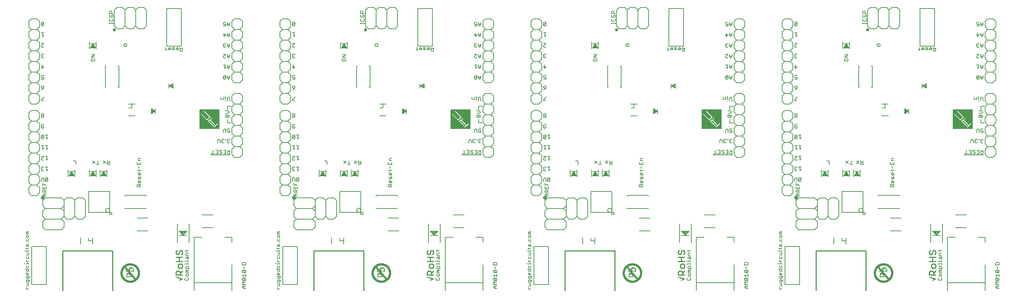
<source format=gto>
G04 FAB 3000 Version 5.10.2 - Professional Gerber/CAM Software*
G04 RS274-X Output*
%FSDAX24Y24*%
%MIA0B0*%
%MOIN*%
%SFA1.000000B1.000000*%

%IPPOS*%
%AMOC8-D18_R9000*
4,1,8,-0.027877,0.067300,
-0.067300,0.027877,
-0.067300,-0.027877,
-0.027877,-0.067300,
0.027877,-0.067300,
0.067300,-0.027877,
0.067300,0.027877,
0.027877,0.067300,
-0.027877,0.067300,0.0*
%
%AMOC8-D16_0_R9000*
4,1,8,-0.011494,0.027750,
-0.027750,0.011494,
-0.027750,-0.011494,
-0.011494,-0.027750,
0.011494,-0.027750,
0.027750,-0.011494,
0.027750,0.011494,
0.011494,0.027750,
-0.011494,0.027750,0.0*
%
%AMOC8-D11_R9000*
4,1,8,-0.013255,0.032000,
-0.032000,0.013255,
-0.032000,-0.013255,
-0.013255,-0.032000,
0.013255,-0.032000,
0.032000,-0.013255,
0.032000,0.013255,
0.013255,0.032000,
-0.013255,0.032000,0.0*
%
%AMOC8-D33_R9000*
4,1,8,-0.027048,0.065300,
-0.065300,0.027048,
-0.065300,-0.027048,
-0.027048,-0.065300,
0.027048,-0.065300,
0.065300,-0.027048,
0.065300,0.027048,
0.027048,0.065300,
-0.027048,0.065300,0.0*
%
%AMOC8-D32_R9000*
4,1,8,-0.011888,0.028700,
-0.028700,0.011888,
-0.028700,-0.011888,
-0.011888,-0.028700,
0.011888,-0.028700,
0.028700,-0.011888,
0.028700,0.011888,
0.011888,0.028700,
-0.011888,0.028700,0.0*
%
%AMOC8-D26_R9000*
4,1,8,-0.010666,0.025750,
-0.025750,0.010666,
-0.025750,-0.010666,
-0.010666,-0.025750,
0.010666,-0.025750,
0.025750,-0.010666,
0.025750,0.010666,
0.010666,0.025750,
-0.010666,0.025750,0.0*
%
%AMOC8-D22_R9000*
4,1,8,-0.012302,0.029700,
-0.029700,0.012302,
-0.029700,-0.012302,
-0.012302,-0.029700,
0.012302,-0.029700,
0.029700,-0.012302,
0.029700,0.012302,
0.012302,0.029700,
-0.012302,0.029700,0.0*
%
%AMOC8-D20_R9000*
4,1,8,-0.017811,0.043000,
-0.043000,0.017811,
-0.043000,-0.017811,
-0.017811,-0.043000,
0.017811,-0.043000,
0.043000,-0.017811,
0.043000,0.017811,
0.017811,0.043000,
-0.017811,0.043000,0.0*
%
%AMOC8-D10_R9000*
4,1,8,-0.012426,0.030000,
-0.030000,0.012426,
-0.030000,-0.012426,
-0.012426,-0.030000,
0.012426,-0.030000,
0.030000,-0.012426,
0.030000,0.012426,
0.012426,0.030000,
-0.012426,0.030000,0.0*
%
%AMOC8-D17_0_R9000*
4,1,8,-0.012716,0.030700,
-0.030700,0.012716,
-0.030700,-0.012716,
-0.012716,-0.030700,
0.012716,-0.030700,
0.030700,-0.012716,
0.030700,0.012716,
0.012716,0.030700,
-0.012716,0.030700,0.0*
%
%AMOC8-D15_0_R9000*
4,1,8,-0.013131,0.031700,
-0.031700,0.013131,
-0.031700,-0.013131,
-0.013131,-0.031700,
0.013131,-0.031700,
0.031700,-0.013131,
0.031700,0.013131,
0.013131,0.031700,
-0.013131,0.031700,0.0*
%
%AMOC8-D14_0_R9000*
4,1,8,-0.018640,0.045000,
-0.045000,0.018640,
-0.045000,-0.018640,
-0.018640,-0.045000,
0.018640,-0.045000,
0.045000,-0.018640,
0.045000,0.018640,
0.018640,0.045000,
-0.018640,0.045000,0.0*
%
%AMOC8-D17_R9000*
4,1,8,-0.027048,0.065300,
-0.065300,0.027048,
-0.065300,-0.027048,
-0.027048,-0.065300,
0.027048,-0.065300,
0.065300,-0.027048,
0.065300,0.027048,
0.027048,0.065300,
-0.027048,0.065300,0.0*
%
%AMOC8-D16_R9000*
4,1,8,-0.011888,0.028700,
-0.028700,0.011888,
-0.028700,-0.011888,
-0.011888,-0.028700,
0.011888,-0.028700,
0.028700,-0.011888,
0.028700,0.011888,
0.011888,0.028700,
-0.011888,0.028700,0.0*
%
%AMOC8-D15_R9000*
4,1,8,-0.010666,0.025750,
-0.025750,0.010666,
-0.025750,-0.010666,
-0.010666,-0.025750,
0.010666,-0.025750,
0.025750,-0.010666,
0.025750,0.010666,
0.010666,0.025750,
-0.010666,0.025750,0.0*
%
%AMOC8-D14_R9000*
4,1,8,-0.012302,0.029700,
-0.029700,0.012302,
-0.029700,-0.012302,
-0.012302,-0.029700,
0.012302,-0.029700,
0.029700,-0.012302,
0.029700,0.012302,
0.012302,0.029700,
-0.012302,0.029700,0.0*
%
%AMOC8-D13_R9000*
4,1,8,-0.017811,0.043000,
-0.043000,0.017811,
-0.043000,-0.017811,
-0.017811,-0.043000,
0.017811,-0.043000,
0.043000,-0.017811,
0.043000,0.017811,
0.017811,0.043000,
-0.017811,0.043000,0.0*
%
%ADD11C,0.055000*%
%ADD12C,0.098400*%
%ADD18C,0.016000*%
%ADD19C,0.007000*%
%ADD20C,0.027000*%
%ADD21C,0.130000*%
%ADD23C,0.059000*%
%ADD24C,0.102400*%
%ADD30C,0.029700*%
%ADD31C,0.000000*%
%ADD32C,0.004000*%
%ADD33C,0.001100*%
%ADD34C,0.013600*%
%ADD35C,0.005100*%
%ADD36C,0.003900*%
%ADD37C,0.006800*%
%ADD38C,0.002000*%
%ADD39C,0.007900*%
%ADD41C,0.001800*%
%ADD43R,0.050000X0.020000*%
%ADD44R,0.020000X0.050000*%
%ADD45C,0.012000*%
%ADD47C,0.002400*%
%ADD48C,0.000700*%
%ADD49R,0.007500X0.007500*%
%ADD50C,0.006300*%
%ADD51C,0.019500*%
%ADD54C,0.002800*%
%ADD55C,0.009400*%
%ADD56C,0.039400*%
%ADD57C,0.005500*%
%ADD58C,0.010000*%
%ADD59C,0.030000*%
%ADD60C,0.006000*%
%ADD61C,0.005000*%
%ADD62C,0.015700*%
%ADD63C,0.019700*%
%ADD68C,0.001000*%
%ADD69C,0.011000*%
%ADD74C,0.008000*%
%ADD105C,0.070900*%
%ADD107OC8-D18_R9000*%
%ADD109OC8-D16_0_R9000*%
%ADD112OC8-D11_R9000*%
%ADD113R,0.061800X0.009800*%
%ADD114R,0.002400X0.005500*%
%ADD115R,0.002400X0.003500*%
%ADD116R,0.057100X0.010600*%
%ADD117OC8-D33_R9000*%
%ADD118OC8-D32_R9000*%
%ADD119OC8-D26_R9000*%
%ADD120OC8-D22_R9000*%
%ADD121OC8-D20_R9000*%
%ADD122OC8-D10_R9000*%
%ADD123OC8-D17_0_R9000*%
%ADD124OC8-D15_0_R9000*%
%ADD125OC8-D14_0_R9000*%
%ADD126OC8-D17_R9000*%
%ADD127OC8-D16_R9000*%
%ADD128OC8-D15_R9000*%
%ADD129OC8-D14_R9000*%
%ADD130OC8-D13_R9000*%
%LNam010_0*%
%LPD*%
G54D60*
X016269Y032156D02*
G01X016769Y032156D01*
X016769Y030156D02*
G01X016269Y030156D01*
X015554Y031021D02*
G01X015554Y030908D01*
X015610Y031078D02*
G01X015554Y031021D01*
X016019Y030406D02*
G01X016019Y031906D01*
X015894Y030908D02*
G01X015894Y031021D01*
X015894Y031021D02*
G01X015837Y031078D01*
X015894Y031588D02*
G01X015554Y031588D01*
X015724Y031389D02*
G01X015724Y031276D01*
X015781Y031446D02*
G01X015724Y031389D01*
X015837Y031446D02*
G01X015781Y031446D01*
X015894Y031389D02*
G01X015837Y031446D01*
X015894Y031276D02*
G01X015894Y031389D01*
X015837Y031219D02*
G01X015894Y031276D01*
X015724Y031276D02*
G01X015667Y031219D01*
X015667Y031219D02*
G01X015610Y031219D01*
X015610Y031219D02*
G01X015554Y031276D01*
X015554Y031276D02*
G01X015554Y031389D01*
X015554Y031389D02*
G01X015610Y031446D01*
X015554Y031588D02*
G01X015554Y031758D01*
X015781Y031758D02*
G01X015781Y031588D01*
X016019Y031906D02*
G01X016269Y032156D01*
X015554Y031758D02*
G01X015610Y031815D01*
X015610Y031815D02*
G01X015724Y031815D01*
X015724Y031815D02*
G01X015781Y031758D01*
G54D61*
X015573Y014885D02*
G01X013605Y014885D01*
G54D60*
X014763Y016758D02*
G01X015235Y016758D01*
X015044Y016364D02*
G01X015044Y016683D01*
X014763Y016364D02*
G01X015235Y016364D01*
X014999Y016758D02*
G01X014763Y016364D01*
X015235Y016364D02*
G01X014999Y016758D01*
X014960Y017745D02*
G01X015187Y017519D01*
X015187Y017745D02*
G01X014960Y017519D01*
X013991Y028745D02*
G01X013991Y028364D01*
X014049Y028364D02*
G01X014049Y028674D01*
X014108Y028576D02*
G01X014108Y028364D01*
X014166Y028364D02*
G01X014166Y028479D01*
X014225Y028364D02*
G01X014225Y028381D01*
X013763Y028364D02*
G01X014235Y028364D01*
X013999Y028758D02*
G01X013763Y028364D01*
X014235Y028364D02*
G01X013999Y028758D01*
X014314Y028915D02*
G01X014314Y028286D01*
X013932Y028364D02*
G01X013932Y028647D01*
X013874Y028550D02*
G01X013874Y028364D01*
X013815Y028364D02*
G01X013815Y028452D01*
X013684Y028286D02*
G01X013684Y028915D01*
X013763Y028758D02*
G01X014235Y028758D01*
X017019Y030406D02*
G01X016769Y030156D01*
X017019Y030406D02*
G01X017269Y030156D01*
X017269Y032156D02*
G01X017019Y031906D01*
X017769Y032156D02*
G01X017269Y032156D01*
X016769Y032156D02*
G01X017019Y031906D01*
X017019Y031906D02*
G01X017019Y030406D01*
X017269Y030156D02*
G01X017769Y030156D01*
X017169Y028609D02*
G01X017165Y028586D01*
X017169Y028633D02*
G01X017169Y028609D01*
X017165Y028656D02*
G01X017169Y028633D01*
X016887Y028633D02*
G01X016891Y028656D01*
X016891Y028586D02*
G01X016887Y028609D01*
X016887Y028609D02*
G01X016887Y028633D01*
X017157Y028678D02*
G01X017165Y028656D01*
X017146Y028698D02*
G01X017157Y028678D01*
X017132Y028716D02*
G01X017146Y028698D01*
X017115Y028732D02*
G01X017132Y028716D01*
X017095Y028745D02*
G01X017115Y028732D01*
X017074Y028754D02*
G01X017095Y028745D01*
X017051Y028760D02*
G01X017074Y028754D01*
X017028Y028762D02*
G01X017051Y028760D01*
X017005Y028760D02*
G01X017028Y028762D01*
X016982Y028754D02*
G01X017005Y028760D01*
X016941Y028732D02*
G01X016961Y028745D01*
X016924Y028716D02*
G01X016941Y028732D01*
X016910Y028698D02*
G01X016924Y028716D01*
X016899Y028678D02*
G01X016910Y028698D01*
X016891Y028656D02*
G01X016899Y028678D01*
X016961Y028745D02*
G01X016982Y028754D01*
X026809Y026534D02*
G01X026809Y026760D01*
X026582Y026760D02*
G01X026582Y026534D01*
X026214Y026760D02*
G01X026441Y026760D01*
X026327Y026420D02*
G01X026327Y026760D01*
X027999Y026850D02*
G01X027999Y026350D01*
X026999Y026350D02*
G01X026999Y026850D01*
G54D74*
X022533Y010866D02*
G01X022533Y011142D01*
X022809Y011142D02*
G01X022069Y011142D01*
X022449Y010782D02*
G01X022809Y011142D01*
X022809Y010762D02*
G01X022069Y010762D01*
G54D60*
X022599Y008034D02*
G01X022599Y008090D01*
X022599Y006731D02*
G01X022655Y006787D01*
X022599Y006617D02*
G01X022599Y006731D01*
X022655Y006560D02*
G01X022599Y006617D01*
X022599Y008090D02*
G01X022939Y008090D01*
X022599Y008336D02*
G01X022542Y008336D01*
G54D74*
X018968Y014530D02*
G01X018968Y014452D01*
X018968Y013271D02*
G01X018968Y013349D01*
X018149Y012375D02*
G01X019149Y012375D01*
X019149Y011175D02*
G01X018149Y011175D01*
G54D60*
X018304Y017261D02*
G01X018304Y017034D01*
X018134Y017403D02*
G01X018134Y017629D01*
X018474Y017403D02*
G01X018134Y017403D01*
X018474Y017629D02*
G01X018474Y017403D01*
X018247Y017771D02*
G01X018474Y017771D01*
X018474Y017998D02*
G01X018304Y017998D01*
X018304Y017998D02*
G01X018247Y017941D01*
X018247Y017941D02*
G01X018247Y017771D01*
X018304Y017516D02*
G01X018304Y017403D01*
X018247Y016477D02*
G01X018247Y016591D01*
X018304Y016420D02*
G01X018247Y016477D01*
X018361Y016647D02*
G01X018361Y016420D01*
X018474Y016591D02*
G01X018474Y016477D01*
X018474Y016477D02*
G01X018417Y016420D01*
X018247Y016591D02*
G01X018304Y016647D01*
X018417Y016845D02*
G01X018474Y016902D01*
X018190Y016845D02*
G01X018417Y016845D01*
X018247Y016902D02*
G01X018247Y016789D01*
X018304Y016647D02*
G01X018361Y016647D01*
X018361Y015911D02*
G01X018361Y015684D01*
X018247Y015854D02*
G01X018304Y015911D01*
X018304Y015911D02*
G01X018361Y015911D01*
X018417Y016279D02*
G01X018474Y016222D01*
X018247Y016109D02*
G01X018247Y016279D01*
X018304Y016052D02*
G01X018247Y016109D01*
X018361Y016109D02*
G01X018304Y016052D01*
X018361Y016222D02*
G01X018361Y016109D01*
X018417Y016279D02*
G01X018361Y016222D01*
X018417Y016420D02*
G01X018304Y016420D01*
X018474Y016222D02*
G01X018474Y016052D01*
X015102Y016586D02*
G01X015102Y016364D01*
X015161Y016364D02*
G01X015161Y016488D01*
X015556Y017405D02*
G01X015385Y017405D01*
X015385Y017405D02*
G01X015329Y017462D01*
X015329Y017462D02*
G01X015329Y017575D01*
X015329Y017575D02*
G01X015385Y017632D01*
X015385Y017632D02*
G01X015556Y017632D01*
X015556Y017745D02*
G01X015556Y017405D01*
X015442Y017632D02*
G01X015329Y017745D01*
X015314Y016915D02*
G01X015314Y016286D01*
X015219Y016364D02*
G01X015219Y016391D01*
G54D74*
X015169Y024666D02*
G01X015248Y024666D01*
X015169Y026635D02*
G01X015169Y024666D01*
X015248Y026635D02*
G01X015169Y026635D01*
X016429Y026635D02*
G01X016350Y026635D01*
X016429Y024666D02*
G01X016429Y026635D01*
X016429Y024666D02*
G01X016350Y024666D01*
G54D60*
X015554Y030908D02*
G01X015610Y030851D01*
X015610Y030851D02*
G01X015837Y030851D01*
X015554Y030605D02*
G01X015554Y030719D01*
X015894Y030662D02*
G01X015554Y030662D01*
X015894Y030605D02*
G01X015894Y030719D01*
G54D59*
X015989Y030060D03*
G54D60*
X016269Y030156D02*
G01X016019Y030406D01*
X015837Y030851D02*
G01X015894Y030908D01*
X014112Y027332D02*
G01X013885Y027332D01*
X013829Y027474D02*
G01X014169Y027474D01*
X014169Y027701D02*
G01X013829Y027701D01*
X013885Y027332D02*
G01X013829Y027276D01*
X013829Y027276D02*
G01X013829Y027162D01*
X013829Y027162D02*
G01X013885Y027105D01*
X013885Y027105D02*
G01X014112Y027105D01*
X014112Y027105D02*
G01X014169Y027162D01*
X014169Y027162D02*
G01X014169Y027276D01*
X014169Y027276D02*
G01X014112Y027332D01*
X013829Y027474D02*
G01X014169Y027701D01*
X013763Y016758D02*
G01X014235Y016758D01*
X013684Y016286D02*
G01X013684Y016915D01*
X013815Y016364D02*
G01X013815Y016452D01*
X013874Y016550D02*
G01X013874Y016364D01*
X013932Y016364D02*
G01X013932Y016647D01*
X013991Y016745D02*
G01X013991Y016364D01*
X014212Y017745D02*
G01X013985Y017519D01*
X013985Y017745D02*
G01X014212Y017519D01*
X014314Y016915D02*
G01X014314Y016286D01*
X014235Y016364D02*
G01X013999Y016758D01*
X013999Y016758D02*
G01X013763Y016364D01*
X013763Y016364D02*
G01X014235Y016364D01*
X014225Y016364D02*
G01X014225Y016381D01*
X014166Y016364D02*
G01X014166Y016479D01*
X014108Y016576D02*
G01X014108Y016364D01*
X014049Y016364D02*
G01X014049Y016674D01*
X014581Y017405D02*
G01X014354Y017405D01*
X014684Y016286D02*
G01X014684Y016915D01*
X014810Y016364D02*
G01X014810Y016443D01*
X014868Y016540D02*
G01X014868Y016364D01*
X014927Y016364D02*
G01X014927Y016638D01*
X014985Y016735D02*
G01X014985Y016364D01*
X014467Y017405D02*
G01X014467Y017745D01*
X011049Y014300D02*
G01X011299Y014050D01*
G54D61*
X013605Y014885D02*
G01X013605Y012916D01*
X015573Y012916D02*
G01X015573Y014885D01*
G54D60*
X012549Y014300D02*
G01X013049Y014300D01*
X012299Y014050D02*
G01X012549Y014300D01*
X011549Y014300D02*
G01X011299Y014050D01*
X012049Y014300D02*
G01X011549Y014300D01*
X012299Y014050D02*
G01X012049Y014300D01*
X013049Y014300D02*
G01X013299Y014050D01*
G54D58*
X015822Y009305D02*
G01X011176Y009305D01*
G54D60*
X011299Y012550D02*
G01X011049Y012300D01*
X011049Y013300D02*
G01X011299Y013050D01*
X011299Y012050D02*
G01X011049Y012300D01*
X011049Y011300D02*
G01X011299Y011550D01*
X011299Y013550D02*
G01X011049Y013300D01*
X012412Y017745D02*
G01X012185Y017745D01*
X012412Y017405D02*
G01X012412Y017745D01*
X012177Y016364D02*
G01X012177Y016461D01*
X012119Y016558D02*
G01X012119Y016364D01*
X012060Y016364D02*
G01X012060Y016656D01*
X012002Y016753D02*
G01X012002Y016364D01*
X011943Y016364D02*
G01X011943Y016665D01*
X012314Y016286D02*
G01X012314Y016915D01*
X012235Y016758D02*
G01X011763Y016758D01*
X011684Y016915D02*
G01X011684Y016286D01*
X011763Y016364D02*
G01X011999Y016758D01*
X011999Y016758D02*
G01X012235Y016364D01*
X012235Y016364D02*
G01X011763Y016364D01*
X011768Y016364D02*
G01X011768Y016373D01*
X011826Y016364D02*
G01X011826Y016470D01*
X011885Y016568D02*
G01X011885Y016364D01*
X009299Y013050D02*
G01X009299Y012550D01*
X009299Y013550D02*
G01X009299Y014050D01*
X009549Y013300D02*
G01X009299Y013550D01*
G54D45*
X009319Y014202D02*
G01X009299Y014200D01*
X009337Y014208D02*
G01X009319Y014202D01*
X009355Y014217D02*
G01X009337Y014208D01*
X009370Y014229D02*
G01X009355Y014217D01*
X009243Y014217D02*
G01X009228Y014229D01*
X009261Y014208D02*
G01X009243Y014217D01*
X009279Y014202D02*
G01X009261Y014208D01*
X009299Y014200D02*
G01X009279Y014202D01*
G54D60*
X011049Y013300D02*
G01X009549Y013300D01*
X009549Y013300D02*
G01X009299Y013050D01*
G54D45*
X009216Y014356D02*
G01X009228Y014371D01*
X009207Y014338D02*
G01X009216Y014356D01*
X009201Y014320D02*
G01X009207Y014338D01*
X009199Y014300D02*
G01X009201Y014320D01*
X009201Y014280D02*
G01X009199Y014300D01*
X009207Y014262D02*
G01X009201Y014280D01*
X009216Y014244D02*
G01X009207Y014262D01*
X009228Y014229D02*
G01X009216Y014244D01*
X009382Y014244D02*
G01X009370Y014229D01*
X009391Y014262D02*
G01X009382Y014244D01*
X009397Y014280D02*
G01X009391Y014262D01*
X009399Y014300D02*
G01X009397Y014280D01*
X009397Y014320D02*
G01X009399Y014300D01*
X009391Y014338D02*
G01X009397Y014320D01*
X009382Y014356D02*
G01X009391Y014338D01*
X009370Y014371D02*
G01X009382Y014356D01*
G54D60*
X009299Y014050D02*
G01X009549Y014300D01*
X009549Y014300D02*
G01X011049Y014300D01*
X007999Y015250D02*
G01X008249Y015500D01*
X007999Y014750D02*
G01X007999Y015250D01*
X008999Y015250D02*
G01X008999Y014750D01*
X008749Y015500D02*
G01X008999Y015250D01*
X009469Y015245D02*
G01X009469Y015142D01*
X009314Y015142D02*
G01X009314Y015349D01*
X009624Y015349D02*
G01X009624Y015142D01*
X008749Y014500D02*
G01X008249Y014500D01*
X009469Y014460D02*
G01X009469Y014667D01*
X009417Y014460D02*
G01X009624Y014460D01*
X009314Y014564D02*
G01X009417Y014460D01*
X009417Y014667D02*
G01X009314Y014564D01*
G54D45*
X009355Y014383D02*
G01X009370Y014371D01*
X009337Y014392D02*
G01X009355Y014383D01*
X009319Y014398D02*
G01X009337Y014392D01*
X009228Y014371D02*
G01X009243Y014383D01*
X009243Y014383D02*
G01X009261Y014392D01*
X009261Y014392D02*
G01X009279Y014398D01*
X009279Y014398D02*
G01X009299Y014400D01*
X009299Y014400D02*
G01X009319Y014398D01*
G54D60*
X009624Y014667D02*
G01X009417Y014667D01*
X008249Y014500D02*
G01X007999Y014750D01*
X008999Y014750D02*
G01X008749Y014500D01*
X009624Y015142D02*
G01X009314Y015142D01*
X009469Y015008D02*
G01X009521Y014956D01*
X009521Y014956D02*
G01X009521Y014801D01*
X009624Y014801D02*
G01X009314Y014801D01*
X009314Y014801D02*
G01X009314Y014956D01*
X009314Y014956D02*
G01X009365Y015008D01*
X009365Y015008D02*
G01X009469Y015008D01*
X009521Y014905D02*
G01X009624Y015008D01*
X009314Y015483D02*
G01X009624Y015483D01*
X009469Y015483D02*
G01X009469Y015586D01*
X008749Y015500D02*
G01X008249Y015500D01*
X007999Y015750D02*
G01X007999Y016250D01*
X008249Y015500D02*
G01X007999Y015750D01*
X008999Y015750D02*
G01X008749Y015500D01*
X008999Y016250D02*
G01X008999Y015750D01*
X009314Y015689D02*
G01X009314Y015483D01*
X009184Y016057D02*
G01X009184Y015830D01*
X009297Y016170D02*
G01X009184Y016057D01*
X009411Y015830D02*
G01X009411Y016057D01*
X009411Y016057D02*
G01X009297Y016170D01*
X007999Y016250D02*
G01X008249Y016500D01*
X008749Y016500D02*
G01X008999Y016250D01*
X008749Y028100D02*
G01X008249Y028100D01*
X008749Y025100D02*
G01X008249Y025100D01*
X008249Y024100D02*
G01X008749Y024100D01*
X008749Y023100D02*
G01X008249Y023100D01*
X008249Y027100D02*
G01X008749Y027100D01*
X008749Y026100D02*
G01X008249Y026100D01*
X008249Y030100D02*
G01X008749Y030100D01*
X008749Y029100D02*
G01X008249Y029100D01*
X008249Y031100D02*
G01X008749Y031100D01*
X008749Y021500D02*
G01X008249Y021500D01*
X008749Y018500D02*
G01X008249Y018500D01*
X008249Y016500D02*
G01X008749Y016500D01*
X008749Y017500D02*
G01X008249Y017500D01*
X008249Y019500D02*
G01X008749Y019500D01*
X008749Y020500D02*
G01X008249Y020500D01*
X008249Y022500D02*
G01X008749Y022500D01*
X007999Y017750D02*
G01X007999Y018250D01*
X008249Y017500D02*
G01X007999Y017750D01*
X007999Y017250D02*
G01X008249Y017500D01*
X007999Y016750D02*
G01X007999Y017250D01*
X008249Y016500D02*
G01X007999Y016750D01*
X007999Y018250D02*
G01X008249Y018500D01*
X008249Y018500D02*
G01X007999Y018750D01*
X007999Y018750D02*
G01X007999Y019250D01*
X007999Y019250D02*
G01X008249Y019500D01*
X009354Y016830D02*
G01X009411Y016887D01*
X009241Y016830D02*
G01X009354Y016830D01*
X009184Y016887D02*
G01X009241Y016830D01*
X009184Y016944D02*
G01X009184Y016887D01*
X009241Y017000D02*
G01X009184Y016944D01*
X009241Y017000D02*
G01X009297Y017000D01*
X009184Y017057D02*
G01X009241Y017000D01*
X009184Y017114D02*
G01X009184Y017057D01*
X009241Y017170D02*
G01X009184Y017114D01*
X009354Y017170D02*
G01X009241Y017170D01*
X009411Y017114D02*
G01X009354Y017170D01*
X008999Y016750D02*
G01X008749Y016500D01*
X008999Y019250D02*
G01X008999Y018750D01*
X008999Y018750D02*
G01X008749Y018500D01*
X008749Y018500D02*
G01X008999Y018250D01*
X008999Y018250D02*
G01X008999Y017750D01*
X008999Y017750D02*
G01X008749Y017500D01*
X008999Y016750D02*
G01X008999Y017250D01*
X008999Y017250D02*
G01X008749Y017500D01*
X008749Y019500D02*
G01X008999Y019250D01*
X008749Y019500D02*
G01X008999Y019750D01*
X009297Y018830D02*
G01X009411Y018944D01*
X009297Y019170D02*
G01X009297Y018830D01*
X009184Y019170D02*
G01X009411Y019170D01*
X009411Y018170D02*
G01X009184Y018170D01*
X009184Y017944D02*
G01X009411Y018170D01*
X009184Y017887D02*
G01X009184Y017944D01*
X009354Y017830D02*
G01X009411Y017887D01*
X009241Y017830D02*
G01X009354Y017830D01*
X009184Y017887D02*
G01X009241Y017830D01*
X009241Y019830D02*
G01X009184Y019887D01*
X009354Y019830D02*
G01X009241Y019830D01*
X009411Y019887D02*
G01X009354Y019830D01*
X009411Y020114D02*
G01X009411Y019887D01*
X009241Y020170D02*
G01X009354Y020170D01*
X009184Y020114D02*
G01X009241Y020170D01*
X009184Y019887D02*
G01X009184Y020114D01*
X009411Y020114D02*
G01X009184Y019887D01*
X009354Y020170D02*
G01X009411Y020114D01*
X009347Y021170D02*
G01X009404Y021114D01*
X009234Y021170D02*
G01X009347Y021170D01*
X009177Y021114D02*
G01X009234Y021170D01*
X009177Y020887D02*
G01X009177Y021114D01*
X009347Y021000D02*
G01X009177Y021000D01*
X009404Y020944D02*
G01X009347Y021000D01*
X009404Y020887D02*
G01X009404Y020944D01*
X009347Y020830D02*
G01X009404Y020887D01*
X009234Y020830D02*
G01X009347Y020830D01*
X009177Y020887D02*
G01X009234Y020830D01*
X007999Y021750D02*
G01X007999Y022250D01*
X008249Y021500D02*
G01X007999Y021750D01*
X007999Y021250D02*
G01X008249Y021500D01*
X007999Y020750D02*
G01X007999Y021250D01*
X008249Y020500D02*
G01X007999Y020750D01*
X007999Y020250D02*
G01X008249Y020500D01*
X007999Y019750D02*
G01X007999Y020250D01*
X008249Y019500D02*
G01X007999Y019750D01*
X007999Y022250D02*
G01X008249Y022500D01*
X007999Y025350D02*
G01X007999Y025850D01*
X008249Y025100D02*
G01X007999Y025350D01*
X007999Y024850D02*
G01X008249Y025100D01*
X007999Y024350D02*
G01X007999Y024850D01*
X008249Y024100D02*
G01X007999Y024350D01*
X007999Y023850D02*
G01X008249Y024100D01*
X007999Y023350D02*
G01X007999Y023850D01*
X008249Y023100D02*
G01X007999Y023350D01*
X007999Y025850D02*
G01X008249Y026100D01*
X007999Y030850D02*
G01X008249Y031100D01*
X007999Y030350D02*
G01X007999Y030850D01*
X008249Y030100D02*
G01X007999Y030350D01*
X007999Y029850D02*
G01X008249Y030100D01*
X007999Y029350D02*
G01X007999Y029850D01*
X008249Y029100D02*
G01X007999Y029350D01*
X007999Y028850D02*
G01X008249Y029100D01*
X008249Y026100D02*
G01X007999Y026350D01*
X007999Y026350D02*
G01X007999Y026850D01*
X007999Y026850D02*
G01X008249Y027100D01*
X008249Y027100D02*
G01X007999Y027350D01*
X007999Y027350D02*
G01X007999Y027850D01*
X007999Y027850D02*
G01X008249Y028100D01*
X008249Y028100D02*
G01X007999Y028350D01*
X007999Y028350D02*
G01X007999Y028850D01*
X008999Y023350D02*
G01X008749Y023100D01*
X008999Y023850D02*
G01X008999Y023350D01*
X008749Y024100D02*
G01X008999Y023850D01*
X008999Y024350D02*
G01X008749Y024100D01*
X008999Y024850D02*
G01X008999Y024350D01*
X008749Y025100D02*
G01X008999Y024850D01*
X008999Y025350D02*
G01X008749Y025100D01*
X008999Y019750D02*
G01X008999Y020250D01*
X008999Y020750D02*
G01X008749Y020500D01*
X008749Y022500D02*
G01X008999Y022250D01*
X008999Y022250D02*
G01X008999Y021750D01*
X008999Y021750D02*
G01X008749Y021500D01*
X008749Y021500D02*
G01X008999Y021250D01*
X008999Y021250D02*
G01X008999Y020750D01*
X008999Y020250D02*
G01X008749Y020500D01*
X008999Y025850D02*
G01X008999Y025350D01*
X008999Y028850D02*
G01X008749Y029100D01*
X008749Y026100D02*
G01X008999Y025850D01*
X008999Y026350D02*
G01X008749Y026100D01*
X008999Y026850D02*
G01X008999Y026350D01*
X008749Y027100D02*
G01X008999Y026850D01*
X008999Y027350D02*
G01X008749Y027100D01*
X008999Y027850D02*
G01X008999Y027350D01*
X008749Y031100D02*
G01X008999Y030850D01*
X008999Y030850D02*
G01X008999Y030350D01*
X008999Y030350D02*
G01X008749Y030100D01*
X008749Y030100D02*
G01X008999Y029850D01*
X008999Y029850D02*
G01X008999Y029350D01*
X008999Y029350D02*
G01X008749Y029100D01*
X008999Y028850D02*
G01X008999Y028350D01*
X008999Y028350D02*
G01X008749Y028100D01*
X008749Y028100D02*
G01X008999Y027850D01*
X009291Y025544D02*
G01X009234Y025544D01*
X009404Y025600D02*
G01X009291Y025544D01*
X009177Y025430D02*
G01X009404Y025430D01*
X009177Y023430D02*
G01X009404Y023430D01*
X009404Y023714D02*
G01X009177Y023487D01*
X009234Y024770D02*
G01X009347Y024770D01*
X009347Y022170D02*
G01X009234Y022170D01*
X009347Y021830D02*
G01X009234Y021830D01*
X009234Y022000D02*
G01X009347Y022000D01*
X009177Y024430D02*
G01X009291Y024487D01*
X009291Y024487D02*
G01X009404Y024600D01*
X009404Y024600D02*
G01X009234Y024600D01*
X009234Y025770D02*
G01X009347Y025770D01*
X009234Y030430D02*
G01X009347Y030430D01*
X009347Y030770D02*
G01X009234Y030770D01*
X009177Y030487D02*
G01X009404Y030714D01*
X009291Y029770D02*
G01X009291Y029430D01*
X009177Y029770D02*
G01X009404Y029770D01*
X009291Y029430D02*
G01X009404Y029544D01*
X009404Y028770D02*
G01X009177Y028544D01*
X009234Y028430D02*
G01X009347Y028430D01*
X009404Y028770D02*
G01X009177Y028770D01*
X009234Y027770D02*
G01X009347Y027770D01*
X009291Y027600D02*
G01X009234Y027600D01*
X009234Y027430D02*
G01X009347Y027430D01*
X009234Y026430D02*
G01X009404Y026600D01*
X009404Y026600D02*
G01X009177Y026600D01*
X009177Y023487D02*
G01X009177Y023430D01*
X009177Y024714D02*
G01X009234Y024770D01*
X009177Y022057D02*
G01X009234Y022000D01*
X009177Y022114D02*
G01X009177Y022057D01*
X009234Y022170D02*
G01X009177Y022114D01*
X009234Y021830D02*
G01X009177Y021887D01*
X009177Y021887D02*
G01X009177Y021944D01*
X009177Y021944D02*
G01X009234Y022000D01*
X009234Y024600D02*
G01X009177Y024657D01*
X009177Y024657D02*
G01X009177Y024714D01*
X009177Y030714D02*
G01X009177Y030487D01*
X009234Y030770D02*
G01X009177Y030714D01*
X009234Y030430D02*
G01X009177Y030487D01*
X009177Y025714D02*
G01X009234Y025770D01*
X009177Y025600D02*
G01X009177Y025714D01*
X009234Y025544D02*
G01X009177Y025600D01*
X009177Y028544D02*
G01X009177Y028487D01*
X009177Y028487D02*
G01X009234Y028430D01*
X009177Y027487D02*
G01X009177Y027544D01*
X009177Y027544D02*
G01X009234Y027600D01*
X009234Y027600D02*
G01X009177Y027657D01*
X009177Y027657D02*
G01X009177Y027714D01*
X009177Y027714D02*
G01X009234Y027770D01*
X009177Y027487D02*
G01X009234Y027430D01*
X009234Y026770D02*
G01X009234Y026430D01*
X009404Y022114D02*
G01X009347Y022170D01*
X009404Y022057D02*
G01X009404Y022114D01*
X009347Y022000D02*
G01X009404Y022057D01*
X009404Y021887D02*
G01X009347Y021830D01*
X009347Y022000D02*
G01X009404Y021944D01*
X009404Y021944D02*
G01X009404Y021887D01*
X009347Y024770D02*
G01X009404Y024714D01*
X009404Y024714D02*
G01X009404Y024600D01*
X009404Y023770D02*
G01X009404Y023714D01*
X009404Y025430D02*
G01X009404Y025600D01*
X009347Y025770D02*
G01X009404Y025714D01*
X009347Y028430D02*
G01X009404Y028487D01*
X009347Y027770D02*
G01X009404Y027714D01*
X009347Y027430D02*
G01X009404Y027487D01*
X009404Y030714D02*
G01X009347Y030770D01*
X009347Y030430D02*
G01X009404Y030487D01*
X009404Y030487D02*
G01X009404Y030714D01*
X009779Y016944D02*
G01X009666Y016830D01*
X009666Y016830D02*
G01X009666Y017170D01*
X009779Y015887D02*
G01X009779Y016114D01*
X009722Y015830D02*
G01X009779Y015887D01*
X009722Y015830D02*
G01X009609Y015830D01*
X009609Y015830D02*
G01X009552Y015887D01*
X009552Y015887D02*
G01X009779Y016114D01*
X009779Y016114D02*
G01X009722Y016170D01*
X009722Y016170D02*
G01X009609Y016170D01*
X009609Y016170D02*
G01X009552Y016114D01*
X009552Y016114D02*
G01X009552Y015887D01*
X009779Y017170D02*
G01X009552Y017170D01*
X009779Y019944D02*
G01X009666Y019830D01*
X009779Y020170D02*
G01X009552Y020170D01*
X009666Y019830D02*
G01X009666Y020170D01*
X009552Y019170D02*
G01X009779Y019170D01*
X009666Y019170D02*
G01X009666Y018830D01*
X009666Y018830D02*
G01X009779Y018944D01*
X009779Y018170D02*
G01X009552Y018170D01*
X009666Y018170D02*
G01X009666Y017830D01*
X009666Y017830D02*
G01X009779Y017944D01*
X009299Y011550D02*
G01X009549Y011300D01*
X009299Y012050D02*
G01X009299Y011550D01*
X011049Y012300D02*
G01X009549Y012300D01*
X009549Y012300D02*
G01X009299Y012050D01*
X009299Y012550D02*
G01X009549Y012300D01*
X007824Y010764D02*
G01X007772Y010712D01*
X007979Y010712D02*
G01X007927Y010764D01*
X007927Y010764D02*
G01X007824Y010764D01*
X007772Y010949D02*
G01X007824Y011001D01*
X007772Y010898D02*
G01X007772Y010949D01*
X007979Y010898D02*
G01X007772Y010898D01*
X007824Y011001D02*
G01X007979Y011001D01*
X007772Y011053D02*
G01X007824Y011001D01*
X007824Y011104D02*
G01X007772Y011053D01*
X007979Y011104D02*
G01X007824Y011104D01*
X009549Y011300D02*
G01X011049Y011300D01*
X007772Y010268D02*
G01X007824Y010216D01*
X007824Y010216D02*
G01X007927Y010216D01*
X007927Y010216D02*
G01X007979Y010268D01*
X007772Y010423D02*
G01X007772Y010268D01*
X007979Y010609D02*
G01X007979Y010712D01*
X007927Y010557D02*
G01X007979Y010609D01*
X007772Y010712D02*
G01X007772Y010609D01*
X007772Y010609D02*
G01X007824Y010557D01*
X007824Y010557D02*
G01X007927Y010557D01*
X007979Y010268D02*
G01X007979Y010423D01*
G54D61*
X008270Y006158D02*
G01X008270Y009702D01*
X009648Y009702D02*
G01X009648Y006158D01*
G54D60*
X007979Y009581D02*
G01X007927Y009530D01*
X007772Y009581D02*
G01X007772Y009478D01*
G54D61*
X008270Y009702D02*
G01X009648Y009702D01*
G54D60*
X007876Y009757D02*
G01X007824Y009705D01*
X007876Y009860D02*
G01X007876Y009757D01*
X007927Y009912D02*
G01X007876Y009860D01*
X007927Y010098D02*
G01X007979Y010098D01*
X007927Y010046D02*
G01X007927Y010098D01*
X007979Y010046D02*
G01X007927Y010046D01*
X007979Y010098D02*
G01X007979Y010046D01*
X007824Y009705D02*
G01X007772Y009757D01*
X007772Y009757D02*
G01X007772Y009912D01*
X007927Y009912D02*
G01X007979Y009860D01*
X007979Y009860D02*
G01X007979Y009705D01*
G54D58*
X011176Y009305D02*
G01X011176Y005600D01*
G54D60*
X007979Y008962D02*
G01X007927Y008910D01*
X007927Y008910D02*
G01X007772Y008910D01*
X007979Y009117D02*
G01X007772Y009117D01*
X007979Y009354D02*
G01X007979Y009251D01*
X007772Y009303D02*
G01X007979Y009303D01*
X007927Y009530D02*
G01X007720Y009530D01*
X007772Y009251D02*
G01X007772Y009303D01*
X007669Y009303D02*
G01X007617Y009303D01*
X007979Y009117D02*
G01X007979Y008962D01*
X007979Y008286D02*
G01X007772Y008286D01*
X007772Y008389D02*
G01X007876Y008286D01*
X007772Y008441D02*
G01X007772Y008389D01*
X007979Y008621D02*
G01X007979Y008776D01*
X007927Y008570D02*
G01X007979Y008621D01*
X007824Y008570D02*
G01X007927Y008570D01*
X007772Y008621D02*
G01X007824Y008570D01*
X007772Y008776D02*
G01X007772Y008621D01*
X007979Y007584D02*
G01X007669Y007584D01*
X007772Y007584D02*
G01X007772Y007429D01*
X007979Y007429D02*
G01X007979Y007584D01*
X007979Y007770D02*
G01X007979Y007925D01*
X007927Y007718D02*
G01X007979Y007770D01*
X007824Y007718D02*
G01X007927Y007718D01*
X007772Y007770D02*
G01X007824Y007718D01*
X007772Y007925D02*
G01X007772Y007770D01*
X007669Y008110D02*
G01X007617Y008110D01*
X007772Y008110D02*
G01X007772Y008059D01*
X007979Y008059D02*
G01X007979Y008162D01*
X007772Y008110D02*
G01X007979Y008110D01*
X007927Y007036D02*
G01X007824Y007036D01*
X007876Y007243D02*
G01X007876Y007036D01*
X007824Y007036D02*
G01X007772Y007088D01*
X007772Y007088D02*
G01X007772Y007192D01*
X007979Y007192D02*
G01X007979Y007088D01*
X007979Y007088D02*
G01X007927Y007036D01*
X007927Y007377D02*
G01X007979Y007429D01*
X007824Y007377D02*
G01X007927Y007377D01*
X007772Y007429D02*
G01X007824Y007377D01*
X007772Y007192D02*
G01X007824Y007243D01*
X007824Y007243D02*
G01X007876Y007243D01*
G54D61*
X009648Y006158D02*
G01X008270Y006158D01*
G54D60*
X007979Y005730D02*
G01X007772Y005730D01*
X007772Y005834D02*
G01X007876Y005730D01*
X007772Y005886D02*
G01X007772Y005834D01*
X007979Y006066D02*
G01X007979Y006221D01*
X007927Y006014D02*
G01X007979Y006066D01*
X007772Y006014D02*
G01X007927Y006014D01*
X008082Y006510D02*
G01X008082Y006458D01*
X007772Y006407D02*
G01X007824Y006355D01*
X007824Y006355D02*
G01X007927Y006355D01*
X007927Y006355D02*
G01X007979Y006407D01*
X007979Y006221D02*
G01X007772Y006221D01*
X008031Y006562D02*
G01X008082Y006510D01*
X007979Y006407D02*
G01X007979Y006562D01*
X008031Y006562D02*
G01X007772Y006562D01*
X007772Y006562D02*
G01X007772Y006407D01*
X007772Y006903D02*
G01X008031Y006903D01*
X007772Y006747D02*
G01X007772Y006903D01*
X007824Y006696D02*
G01X007772Y006747D01*
X007927Y006696D02*
G01X007824Y006696D01*
X007979Y006747D02*
G01X007927Y006696D01*
X007979Y006903D02*
G01X007979Y006747D01*
X008031Y006903D02*
G01X008082Y006851D01*
X008082Y006851D02*
G01X008082Y006799D01*
X018769Y032156D02*
G01X018269Y032156D01*
X019019Y031906D02*
G01X018769Y032156D01*
X019019Y030406D02*
G01X019019Y031906D01*
X018769Y030156D02*
G01X019019Y030406D01*
X018269Y030156D02*
G01X018769Y030156D01*
G54D61*
X020910Y028508D02*
G01X020910Y032052D01*
G54D60*
X021037Y028225D02*
G01X021094Y028169D01*
X021037Y028282D02*
G01X021037Y028225D01*
X020839Y028339D02*
G01X020782Y028395D01*
X020839Y028112D02*
G01X020839Y028339D01*
X020782Y028169D02*
G01X020896Y028169D01*
G54D61*
X020910Y032052D02*
G01X022288Y032052D01*
X022288Y028508D02*
G01X020910Y028508D01*
G54D60*
X021037Y028282D02*
G01X021264Y028282D01*
X021207Y028395D02*
G01X021094Y028395D01*
X021264Y028339D02*
G01X021207Y028395D01*
X021207Y028169D02*
G01X021264Y028225D01*
X021094Y028169D02*
G01X021207Y028169D01*
X021406Y028339D02*
G01X021462Y028395D01*
X021576Y028169D02*
G01X021406Y028169D01*
X021632Y028225D02*
G01X021576Y028169D01*
X021576Y028282D02*
G01X021632Y028225D01*
X021462Y028282D02*
G01X021576Y028282D01*
X021264Y028225D02*
G01X021264Y028339D01*
X021406Y028339D02*
G01X021462Y028282D01*
X021462Y028395D02*
G01X021632Y028395D01*
G36*
X025117Y021602D02*
G01X025540Y021179D01*
X025483Y021122*
X025060Y021545*
X025117Y021602*
G37*
G54D61*
X026991Y006317D02*
G01X023457Y006317D01*
G54D60*
X025007Y018305D02*
G01X026849Y018305D01*
X025457Y021445D02*
G01X025457Y021247D01*
X025457Y022561D02*
G01X025457Y021495D01*
X025186Y021716D02*
G01X025582Y021320D01*
X025483Y021221D02*
G01X025144Y021560D01*
X025457Y020933D02*
G01X025457Y020790D01*
X025717Y021200D02*
G01X025399Y020881D01*
X025314Y020790D02*
G01X025791Y021267D01*
X025780Y020790D02*
G01X025314Y020790D01*
X025102Y021546D02*
G01X025483Y021164D01*
X024476Y022476D02*
G01X025717Y021235D01*
X025791Y022561D02*
G01X024009Y022561D01*
X024170Y022367D02*
G01X024170Y022297D01*
X024170Y022561D02*
G01X024170Y022400D01*
X024111Y022458D02*
G01X024111Y022561D01*
X024111Y022239D02*
G01X024111Y022438D01*
X024053Y022510D02*
G01X024053Y022138D01*
X024053Y022561D02*
G01X024053Y022517D01*
X024009Y022540D02*
G01X024020Y022550D01*
X024020Y022550D02*
G01X024211Y022317D01*
X024211Y022317D02*
G01X024189Y022317D01*
X024189Y022317D02*
G01X024073Y022200D01*
X024073Y022200D02*
G01X024073Y022158D01*
X024073Y022158D02*
G01X024009Y022094D01*
X024009Y022094D02*
G01X024009Y022540D01*
X024020Y022084D02*
G01X024009Y022073D01*
X024090Y022091D02*
G01X024076Y022147D01*
X024076Y022147D02*
G01X024090Y022190D01*
X024228Y022341D02*
G01X024228Y022561D01*
X024352Y022395D02*
G01X024161Y022204D01*
X024009Y022561D02*
G01X024232Y022338D01*
X024232Y022338D02*
G01X024370Y022476D01*
X024090Y022190D02*
G01X024366Y022465D01*
X024521Y021646D02*
G01X024521Y020790D01*
X024462Y020790D02*
G01X024462Y021704D01*
X024404Y021763D02*
G01X024404Y020790D01*
X024345Y020790D02*
G01X024345Y021821D01*
X024287Y021880D02*
G01X024287Y020790D01*
X024020Y022147D02*
G01X024020Y020790D01*
X024053Y022114D02*
G01X024053Y020790D01*
X024009Y020800D02*
G01X024020Y022084D01*
X024009Y022073D02*
G01X024009Y020800D01*
X024111Y020790D02*
G01X024111Y022055D01*
X024656Y021525D02*
G01X024090Y022091D01*
X024170Y021997D02*
G01X024170Y020790D01*
X024228Y020790D02*
G01X024228Y021938D01*
G36*
X024381Y022408D02*
G01X024910Y021879D01*
X024677Y021646*
X024148Y022175*
X024381Y022408*
G37*
G54D60*
X025367Y020800D02*
G01X024020Y022147D01*
X025342Y021023D02*
G01X024890Y021475D01*
X024939Y021511D02*
G01X025384Y021065D01*
X024696Y020790D02*
G01X024696Y021470D01*
X024638Y021529D02*
G01X024638Y020790D01*
X024989Y021178D02*
G01X024989Y020790D01*
X024930Y020790D02*
G01X024930Y021236D01*
X024872Y021295D02*
G01X024872Y020790D01*
X024813Y020790D02*
G01X024813Y021353D01*
X024755Y021412D02*
G01X024755Y020790D01*
X025300Y020881D02*
G01X024762Y021419D01*
X024579Y020790D02*
G01X024579Y021587D01*
X026271Y025420D02*
G01X026214Y025477D01*
X026214Y025704D02*
G01X026271Y025760D01*
X026214Y025477D02*
G01X026214Y025704D01*
X026441Y025704D02*
G01X026214Y025477D01*
X026195Y023509D02*
G01X026025Y023509D01*
X026195Y023735D02*
G01X026195Y023509D01*
X026210Y019435D02*
G01X026267Y019492D01*
X026096Y019435D02*
G01X026210Y019435D01*
X026210Y019775D02*
G01X026267Y019719D01*
X026096Y019775D02*
G01X026210Y019775D01*
X025574Y021311D02*
G01X025574Y021328D01*
X025574Y021378D02*
G01X025574Y022561D01*
X025515Y021436D02*
G01X025515Y022561D01*
X025574Y021050D02*
G01X025574Y020790D01*
X025515Y020790D02*
G01X025515Y020991D01*
X025498Y021235D02*
G01X025483Y021221D01*
X025582Y021320D02*
G01X025498Y021235D01*
X025515Y021253D02*
G01X025515Y021387D01*
X025714Y018425D02*
G01X025487Y018425D01*
X025601Y018595D02*
G01X025714Y018595D01*
X025714Y018765D02*
G01X025487Y018765D01*
X025632Y022561D02*
G01X025632Y021319D01*
X025632Y021313D02*
G01X025703Y021242D01*
X025483Y021164D02*
G01X025632Y021313D01*
X025632Y020790D02*
G01X025632Y021108D01*
X025164Y021540D02*
G01X025164Y021635D01*
X025398Y021306D02*
G01X025398Y021504D01*
X025340Y021562D02*
G01X025340Y021364D01*
X025281Y021423D02*
G01X025281Y021621D01*
X024967Y021652D02*
G01X025003Y021645D01*
X024904Y021659D02*
G01X024967Y021652D01*
X024960Y021659D02*
G01X024904Y021659D01*
X024833Y021617D02*
G01X024897Y021652D01*
X024897Y021652D02*
G01X024904Y021659D01*
X024904Y021659D02*
G01X024875Y021659D01*
X024875Y021659D02*
G01X024833Y021617D01*
X025059Y021886D02*
G01X024741Y021567D01*
X024776Y021560D02*
G01X025059Y021843D01*
X025003Y021645D02*
G01X025059Y021815D01*
X025059Y021843D02*
G01X024953Y021680D01*
X025179Y021779D02*
G01X025102Y021546D01*
X025144Y021560D02*
G01X025186Y021716D01*
X025398Y021553D02*
G01X025398Y022561D01*
X025340Y022561D02*
G01X025340Y021612D01*
X025281Y021670D02*
G01X025281Y022561D01*
X025223Y021679D02*
G01X025223Y021481D01*
X024287Y022561D02*
G01X024287Y022393D01*
X024345Y022452D02*
G01X024345Y022561D01*
X024404Y022561D02*
G01X024404Y022476D01*
X024462Y022476D02*
G01X024462Y022561D01*
X024521Y022561D02*
G01X024521Y022431D01*
X024579Y022372D02*
G01X024579Y022561D01*
X024638Y022561D02*
G01X024638Y022314D01*
X024696Y022255D02*
G01X024696Y022561D01*
X024755Y022561D02*
G01X024755Y022197D01*
X024366Y022465D02*
G01X024479Y022465D01*
X024370Y022476D02*
G01X024476Y022476D01*
X024479Y022465D02*
G01X024988Y021956D01*
X024813Y022138D02*
G01X024813Y022561D01*
X024988Y021956D02*
G01X025010Y021921D01*
X025010Y021921D02*
G01X025003Y021914D01*
X025003Y021914D02*
G01X025003Y021843D01*
X025059Y021815D02*
G01X025102Y021843D01*
X025102Y021843D02*
G01X025165Y021779D01*
X025165Y021779D02*
G01X025179Y021779D01*
X025223Y022561D02*
G01X025223Y021729D01*
X025164Y021787D02*
G01X025164Y022561D01*
X025106Y022561D02*
G01X025106Y021846D01*
X025047Y021904D02*
G01X025047Y022561D01*
X024989Y022561D02*
G01X024989Y021963D01*
X024930Y022021D02*
G01X024930Y022561D01*
X024872Y022561D02*
G01X024872Y022080D01*
X024755Y021426D02*
G01X024762Y021419D01*
X024755Y021539D02*
G01X024755Y021426D01*
X024762Y021419D02*
G01X024752Y021486D01*
X024741Y021567D02*
G01X024713Y021553D01*
X024713Y021553D02*
G01X024699Y021553D01*
X024699Y021553D02*
G01X024663Y021532D01*
X024663Y021532D02*
G01X024656Y021525D01*
X024653Y021557D02*
G01X024695Y021557D01*
X024699Y021525D02*
G01X024727Y021497D01*
X024727Y021497D02*
G01X024762Y021546D01*
X024762Y021546D02*
G01X024755Y021539D01*
X024699Y021525D02*
G01X024741Y021567D01*
X024752Y021486D02*
G01X024776Y021560D01*
X024762Y021546D02*
G01X024776Y021560D01*
X024776Y021560D02*
G01X024833Y021617D01*
G36*
X024904Y021531D02*
G01X024960Y021475D01*
X024904Y021419*
X024848Y021475*
X024904Y021531*
G37*
G54D60*
X024890Y021475D02*
G01X024925Y021511D01*
X024925Y021511D02*
G01X024939Y021511D01*
X027249Y021100D02*
G01X026999Y021350D01*
X027749Y021100D02*
G01X027999Y021350D01*
G54D61*
X027001Y010577D02*
G01X026324Y010577D01*
G54D60*
X026819Y018765D02*
G01X026819Y018425D01*
X026649Y018652D02*
G01X026819Y018652D01*
X026819Y018425D02*
G01X026649Y018425D01*
X026814Y020420D02*
G01X026587Y020420D01*
X026757Y020760D02*
G01X026814Y020704D01*
X026814Y020590D02*
G01X026701Y020534D01*
X026814Y020420D02*
G01X026814Y020590D01*
X026762Y019775D02*
G01X026819Y019719D01*
X026762Y019435D02*
G01X026819Y019492D01*
G54D61*
X027001Y010132D02*
G01X027001Y010577D01*
X027001Y005600D02*
G01X027001Y008007D01*
G54D60*
X026999Y020350D02*
G01X027249Y020100D01*
X026999Y020850D02*
G01X026999Y020350D01*
X027249Y021100D02*
G01X026999Y020850D01*
X026999Y019850D02*
G01X027249Y020100D01*
X026999Y019350D02*
G01X026999Y019850D01*
X027249Y018100D02*
G01X026999Y018350D01*
X026999Y018350D02*
G01X026999Y018850D01*
X026999Y018850D02*
G01X027249Y019100D01*
X027249Y019100D02*
G01X026999Y019350D01*
X027749Y021100D02*
G01X027249Y021100D01*
X027249Y020100D02*
G01X027749Y020100D01*
X027749Y018100D02*
G01X027249Y018100D01*
X027249Y019100D02*
G01X027749Y019100D01*
X027249Y026100D02*
G01X027749Y026100D01*
X027749Y025100D02*
G01X027249Y025100D01*
X027249Y022100D02*
G01X027749Y022100D01*
X027749Y024100D02*
G01X027249Y024100D01*
X027249Y023100D02*
G01X027749Y023100D01*
X027999Y025350D02*
G01X027749Y025100D01*
X027999Y025850D02*
G01X027999Y025350D01*
X027749Y026100D02*
G01X027999Y025850D01*
X027999Y026350D02*
G01X027749Y026100D01*
X027999Y021350D02*
G01X027999Y021850D01*
X027999Y021850D02*
G01X027749Y022100D01*
X027749Y022100D02*
G01X027999Y022350D01*
X027999Y022350D02*
G01X027999Y022850D01*
X027999Y022850D02*
G01X027749Y023100D01*
X027749Y023100D02*
G01X027999Y023350D01*
X027999Y023350D02*
G01X027999Y023850D01*
X027999Y023850D02*
G01X027749Y024100D01*
X026219Y020647D02*
G01X026219Y020420D01*
X026332Y020760D02*
G01X026219Y020647D01*
X026446Y020647D02*
G01X026332Y020760D01*
X026446Y020420D02*
G01X026446Y020647D01*
X026644Y020760D02*
G01X026757Y020760D01*
X026701Y020534D02*
G01X026644Y020534D01*
X026644Y020534D02*
G01X026587Y020590D01*
X026587Y020590D02*
G01X026587Y020704D01*
X026587Y020704D02*
G01X026644Y020760D01*
X025671Y019662D02*
G01X025671Y019435D01*
X025785Y019775D02*
G01X025671Y019662D01*
X025714Y018425D02*
G01X025714Y018765D01*
X025856Y018652D02*
G01X025856Y018709D01*
X025791Y021309D02*
G01X025791Y022561D01*
X025717Y021235D02*
G01X025791Y021309D01*
X025691Y021261D02*
G01X025691Y022561D01*
X025749Y022561D02*
G01X025749Y021268D01*
X025791Y021267D02*
G01X025791Y020800D01*
X025791Y020800D02*
G01X025780Y020790D01*
X025791Y021288D02*
G01X025791Y021309D01*
X025749Y021225D02*
G01X025749Y020790D01*
X025691Y020790D02*
G01X025691Y021167D01*
X025912Y018425D02*
G01X025856Y018482D01*
X026026Y018425D02*
G01X025912Y018425D01*
X025912Y018765D02*
G01X026026Y018765D01*
X025856Y018709D02*
G01X025912Y018765D01*
X025912Y018595D02*
G01X025856Y018652D01*
X026026Y018595D02*
G01X025912Y018595D01*
X025785Y019775D02*
G01X025898Y019662D01*
X025898Y019662D02*
G01X025898Y019435D01*
X025968Y023565D02*
G01X025968Y023735D01*
X026025Y023509D02*
G01X025968Y023565D01*
X026082Y018482D02*
G01X026026Y018425D01*
X026026Y018765D02*
G01X026082Y018709D01*
X026082Y018539D02*
G01X026026Y018595D01*
X026082Y018482D02*
G01X026082Y018539D01*
X026040Y019492D02*
G01X026096Y019435D01*
X026040Y019492D02*
G01X026040Y019549D01*
X026040Y019549D02*
G01X026096Y019605D01*
X026096Y019605D02*
G01X026040Y019662D01*
X026040Y019662D02*
G01X026040Y019719D01*
X026040Y019719D02*
G01X026096Y019775D01*
X026153Y019605D02*
G01X026096Y019605D01*
X026451Y018595D02*
G01X026337Y018595D01*
X026451Y019719D02*
G01X026394Y019719D01*
X026451Y019775D02*
G01X026451Y019719D01*
X026394Y019775D02*
G01X026451Y019775D01*
X026394Y019719D02*
G01X026394Y019775D01*
X026224Y018765D02*
G01X026451Y018765D01*
X026451Y018765D02*
G01X026451Y018425D01*
X026451Y018425D02*
G01X026224Y018425D01*
X026706Y018652D02*
G01X026592Y018765D01*
X026592Y018595D02*
G01X026649Y018652D01*
X026592Y018482D02*
G01X026592Y018595D01*
X026592Y019492D02*
G01X026649Y019435D01*
X026592Y019549D02*
G01X026592Y019492D01*
X026649Y019605D02*
G01X026592Y019549D01*
X026592Y019662D02*
G01X026592Y019719D01*
X026649Y019605D02*
G01X026592Y019662D01*
X026706Y019605D02*
G01X026649Y019605D01*
X026649Y019775D02*
G01X026762Y019775D01*
X026592Y019719D02*
G01X026649Y019775D01*
X026649Y019435D02*
G01X026762Y019435D01*
X026649Y018425D02*
G01X026592Y018482D01*
G54D19*
X026589Y022890D02*
G01X026889Y022890D01*
X026889Y021330D02*
G01X026589Y021330D01*
G54D60*
X027249Y026100D02*
G01X026999Y026350D01*
X026999Y025850D02*
G01X027249Y026100D01*
X026999Y025350D02*
G01X026999Y025850D01*
X027249Y025100D02*
G01X026999Y025350D01*
X026999Y023350D02*
G01X027249Y023100D01*
X026999Y023850D02*
G01X026999Y023350D01*
X027249Y024100D02*
G01X026999Y023850D01*
X027249Y023100D02*
G01X026999Y022850D01*
X026999Y022850D02*
G01X026999Y022350D01*
X026999Y022350D02*
G01X027249Y022100D01*
X026999Y021350D02*
G01X026999Y021850D01*
X026999Y021850D02*
G01X027249Y022100D01*
X026759Y021897D02*
G01X026702Y021840D01*
X026759Y022011D02*
G01X026759Y021897D01*
X026702Y022067D02*
G01X026759Y022011D01*
X026475Y022067D02*
G01X026702Y022067D01*
X026702Y021840D02*
G01X026475Y022067D01*
G54D19*
X026589Y021330D02*
G01X026589Y021660D01*
G54D60*
X026702Y021840D02*
G01X026475Y021840D01*
X026475Y021840D02*
G01X026419Y021897D01*
X026419Y021897D02*
G01X026419Y022011D01*
X026419Y022011D02*
G01X026475Y022067D01*
X026419Y022209D02*
G01X026646Y022209D01*
X026646Y022209D02*
G01X026759Y022322D01*
X026759Y022322D02*
G01X026646Y022436D01*
X026646Y022436D02*
G01X026419Y022436D01*
G54D19*
X026589Y022560D02*
G01X026589Y022890D01*
G54D61*
X022288Y032052D02*
G01X022288Y028508D01*
G54D60*
X022142Y028225D02*
G01X022199Y028282D01*
X021774Y028282D02*
G01X022001Y028282D01*
X021944Y028395D02*
G01X021831Y028395D01*
X022001Y028339D02*
G01X021944Y028395D01*
X022001Y028225D02*
G01X022001Y028339D01*
X021944Y028169D02*
G01X022001Y028225D01*
X021831Y028169D02*
G01X021944Y028169D01*
X021774Y028225D02*
G01X021831Y028169D01*
X021774Y028282D02*
G01X021774Y028225D01*
X022199Y028282D02*
G01X022369Y028282D01*
X022256Y028282D02*
G01X022142Y028395D01*
X022142Y028225D02*
G01X022142Y028112D01*
X022142Y028112D02*
G01X022199Y028055D01*
X022199Y028055D02*
G01X022369Y028055D01*
X022369Y028055D02*
G01X022369Y028395D01*
X026441Y026534D02*
G01X026327Y026420D01*
X026384Y023509D02*
G01X026384Y023735D01*
X026384Y023338D02*
G01X026384Y023395D01*
X026441Y023735D02*
G01X026327Y023735D01*
X026384Y023509D02*
G01X026441Y023509D01*
X026271Y025760D02*
G01X026384Y025760D01*
X026384Y025760D02*
G01X026441Y025704D01*
X026441Y025704D02*
G01X026441Y025477D01*
X026441Y025477D02*
G01X026384Y025420D01*
X026384Y025420D02*
G01X026271Y025420D01*
X026809Y025534D02*
G01X026809Y025760D01*
X026582Y025590D02*
G01X026809Y025590D01*
X026809Y026590D02*
G01X026582Y026590D01*
X026696Y026420D02*
G01X026809Y026534D01*
X026582Y023622D02*
G01X026582Y023395D01*
X026809Y023395D02*
G01X026809Y023622D01*
X026809Y023622D02*
G01X026696Y023735D01*
X026696Y023735D02*
G01X026582Y023622D01*
X026809Y025534D02*
G01X026696Y025420D01*
X026696Y025420D02*
G01X026582Y025534D01*
X026582Y025534D02*
G01X026582Y025760D01*
X026582Y026534D02*
G01X026696Y026420D01*
X027249Y029100D02*
G01X026999Y028850D01*
X027999Y028850D02*
G01X027749Y029100D01*
X027249Y027100D02*
G01X027749Y027100D01*
X027249Y028100D02*
G01X027749Y028100D01*
X027999Y028350D02*
G01X027999Y028850D01*
X027749Y028100D02*
G01X027999Y028350D01*
X027999Y027850D02*
G01X027749Y028100D01*
X027999Y027350D02*
G01X027999Y027850D01*
X027749Y027100D02*
G01X027999Y027350D01*
X027749Y027100D02*
G01X027999Y026850D01*
X026809Y028534D02*
G01X026696Y028420D01*
X026582Y028590D02*
G01X026809Y028590D01*
X026809Y027534D02*
G01X026696Y027420D01*
X026582Y027590D02*
G01X026809Y027590D01*
X026809Y028534D02*
G01X026809Y028760D01*
X026999Y027350D02*
G01X027249Y027100D01*
X026999Y027850D02*
G01X026999Y027350D01*
X027249Y028100D02*
G01X026999Y027850D01*
X026999Y028350D02*
G01X027249Y028100D01*
X026999Y028850D02*
G01X026999Y028350D01*
X026999Y026850D02*
G01X027249Y027100D01*
X026809Y027534D02*
G01X026809Y027760D01*
X026441Y027760D02*
G01X026214Y027760D01*
X026384Y027420D02*
G01X026441Y027477D01*
X026271Y027420D02*
G01X026384Y027420D01*
X026214Y027477D02*
G01X026271Y027420D01*
X026214Y027534D02*
G01X026214Y027477D01*
X026441Y027760D02*
G01X026214Y027534D01*
X026696Y027420D02*
G01X026582Y027534D01*
X026582Y027534D02*
G01X026582Y027760D01*
X026384Y028420D02*
G01X026441Y028477D01*
X026271Y028420D02*
G01X026384Y028420D01*
X026214Y028477D02*
G01X026271Y028420D01*
X026696Y028420D02*
G01X026582Y028534D01*
X026582Y028534D02*
G01X026582Y028760D01*
X026441Y028704D02*
G01X026384Y028760D01*
X026384Y028760D02*
G01X026271Y028760D01*
X026271Y028760D02*
G01X026214Y028704D01*
X026214Y028704D02*
G01X026214Y028647D01*
X026214Y028647D02*
G01X026271Y028590D01*
X026271Y028590D02*
G01X026327Y028590D01*
X026271Y028590D02*
G01X026214Y028534D01*
X026214Y028534D02*
G01X026214Y028477D01*
X027749Y031100D02*
G01X027249Y031100D01*
X027249Y030100D02*
G01X027749Y030100D01*
X027749Y029100D02*
G01X027249Y029100D01*
X027999Y030850D02*
G01X027749Y031100D01*
X027999Y030350D02*
G01X027999Y030850D01*
X027749Y030100D02*
G01X027999Y030350D01*
X027999Y029850D02*
G01X027749Y030100D01*
X027999Y029350D02*
G01X027999Y029850D01*
X027749Y029100D02*
G01X027999Y029350D01*
X026441Y029590D02*
G01X026214Y029590D01*
X026271Y029420D02*
G01X026441Y029590D01*
X026271Y029760D02*
G01X026271Y029420D01*
X026441Y030420D02*
G01X026214Y030420D01*
X026441Y030590D02*
G01X026441Y030420D01*
X026327Y030534D02*
G01X026441Y030590D01*
X026271Y030534D02*
G01X026327Y030534D01*
X026214Y030590D02*
G01X026271Y030534D01*
X026582Y029534D02*
G01X026582Y029760D01*
X026696Y029420D02*
G01X026582Y029534D01*
X026696Y030420D02*
G01X026582Y030534D01*
X026582Y030534D02*
G01X026582Y030760D01*
X026441Y030704D02*
G01X026384Y030760D01*
X026384Y030760D02*
G01X026271Y030760D01*
X026271Y030760D02*
G01X026214Y030704D01*
X026214Y030704D02*
G01X026214Y030590D01*
X026809Y030590D02*
G01X026582Y030590D01*
X026696Y030420D02*
G01X026809Y030534D01*
X026582Y029590D02*
G01X026809Y029590D01*
X026809Y029534D02*
G01X026696Y029420D01*
X026809Y030534D02*
G01X026809Y030760D01*
X026999Y029850D02*
G01X027249Y030100D01*
X026999Y029350D02*
G01X026999Y029850D01*
X027249Y029100D02*
G01X026999Y029350D01*
X026999Y030350D02*
G01X027249Y030100D01*
X026999Y030850D02*
G01X026999Y030350D01*
X027249Y031100D02*
G01X026999Y030850D01*
X026809Y029534D02*
G01X026809Y029760D01*
G36*
X025363Y021129D02*
G01X025427Y021065D01*
X025343Y020981*
X025279Y021045*
X025363Y021129*
G37*
G54D60*
X025399Y020881D02*
G01X025300Y020881D01*
X024020Y020790D02*
G01X025356Y020790D01*
X025356Y020790D02*
G01X025367Y020800D01*
X025047Y020790D02*
G01X025047Y021119D01*
X025106Y021061D02*
G01X025106Y020790D01*
X025164Y020790D02*
G01X025164Y021002D01*
X025223Y020944D02*
G01X025223Y020790D01*
X025281Y020790D02*
G01X025281Y020885D01*
X025340Y020827D02*
G01X025340Y020790D01*
X025340Y020790D02*
G01X025340Y020816D01*
X025398Y020790D02*
G01X025398Y020874D01*
X025384Y021065D02*
G01X025363Y021044D01*
X025346Y018425D02*
G01X025119Y018425D01*
X025232Y018425D02*
G01X025232Y018765D01*
G54D61*
X023457Y010577D02*
G01X023457Y006317D01*
G54D74*
X022768Y011142D02*
G01X022768Y011101D01*
X022690Y011023D02*
G01X022690Y011142D01*
X022611Y011142D02*
G01X022611Y010944D01*
X023002Y011865D02*
G01X023002Y010085D01*
X024249Y011500D02*
G01X025249Y011500D01*
X025249Y012700D02*
G01X024249Y012700D01*
G54D61*
X024199Y010577D02*
G01X023457Y010577D01*
G54D60*
X022712Y009261D02*
G01X022712Y009375D01*
X022882Y009318D02*
G01X022655Y009318D01*
X022939Y009375D02*
G01X022882Y009318D01*
X022769Y009120D02*
G01X022939Y009120D01*
X022769Y009120D02*
G01X022712Y009063D01*
X022712Y009063D02*
G01X022712Y008893D01*
X022712Y008893D02*
G01X022939Y008893D01*
X022712Y008336D02*
G01X022712Y008279D01*
X022939Y008279D02*
G01X022939Y008393D01*
X022712Y008336D02*
G01X022939Y008336D01*
X022712Y008695D02*
G01X022712Y008582D01*
X022769Y008752D02*
G01X022712Y008695D01*
X022769Y008752D02*
G01X022939Y008752D01*
X022826Y008582D02*
G01X022826Y008752D01*
X022882Y008525D02*
G01X022826Y008582D01*
X022939Y008582D02*
G01X022882Y008525D01*
X022939Y008752D02*
G01X022939Y008582D01*
X022939Y007524D02*
G01X022769Y007524D01*
X022769Y007524D02*
G01X022712Y007467D01*
X022769Y007892D02*
G01X022882Y007892D01*
X022712Y007836D02*
G01X022769Y007892D01*
X022712Y007665D02*
G01X022712Y007836D01*
X023052Y007665D02*
G01X022712Y007665D01*
X022939Y007836D02*
G01X022939Y007665D01*
X022882Y007892D02*
G01X022939Y007836D01*
X022939Y008034D02*
G01X022939Y008147D01*
G54D61*
X023457Y006317D02*
G01X023457Y005600D01*
G54D60*
X022769Y006929D02*
G01X022882Y006929D01*
X022882Y006787D02*
G01X022939Y006731D01*
X022939Y006731D02*
G01X022939Y006617D01*
X022939Y006617D02*
G01X022882Y006560D01*
X022882Y006560D02*
G01X022655Y006560D01*
X022712Y006986D02*
G01X022769Y006929D01*
X022712Y007099D02*
G01X022712Y006986D01*
X022882Y006929D02*
G01X022939Y006986D01*
X022939Y006986D02*
G01X022939Y007099D01*
X022769Y007156D02*
G01X022712Y007099D01*
X022712Y007354D02*
G01X022769Y007411D01*
X022712Y007297D02*
G01X022712Y007354D01*
X022939Y007297D02*
G01X022712Y007297D01*
X022769Y007411D02*
G01X022939Y007411D01*
X022712Y007467D02*
G01X022769Y007411D01*
X022939Y007099D02*
G01X022882Y007156D01*
X022882Y007156D02*
G01X022769Y007156D01*
X019724Y022500D02*
G01X019724Y022351D01*
X019665Y022312D02*
G01X019665Y022539D01*
X019607Y022578D02*
G01X019607Y022273D01*
X019548Y022234D02*
G01X019548Y022617D01*
X019490Y022656D02*
G01X019490Y022195D01*
X019482Y022189D02*
G01X019482Y022662D01*
X019836Y022425D02*
G01X019482Y022189D01*
X019482Y022662D02*
G01X019836Y022425D01*
X019782Y022390D02*
G01X019782Y022461D01*
X019836Y022662D02*
G01X019836Y022170D01*
X027999Y020350D02*
G01X027999Y020850D01*
X027749Y020100D02*
G01X027999Y020350D01*
X027999Y018350D02*
G01X027749Y018100D01*
X027999Y018850D02*
G01X027999Y018350D01*
X027749Y019100D02*
G01X027999Y018850D01*
X027999Y019350D02*
G01X027749Y019100D01*
X027999Y019850D02*
G01X027999Y019350D01*
X027749Y020100D02*
G01X027999Y019850D01*
X027999Y020850D02*
G01X027749Y021100D01*
X028149Y007859D02*
G01X028149Y007632D01*
X028035Y008227D02*
G01X027979Y008171D01*
X028262Y008227D02*
G01X028035Y008227D01*
X028319Y008171D02*
G01X028262Y008227D01*
X028319Y008000D02*
G01X028319Y008171D01*
X027979Y008000D02*
G01X028319Y008000D01*
X027979Y008171D02*
G01X027979Y008000D01*
X028319Y007122D02*
G01X028319Y006895D01*
X028319Y007009D02*
G01X027979Y007009D01*
X027979Y007009D02*
G01X028092Y006895D01*
X028035Y007264D02*
G01X028262Y007264D01*
X027979Y007320D02*
G01X028035Y007264D01*
X027979Y007434D02*
G01X027979Y007320D01*
X028035Y007491D02*
G01X027979Y007434D01*
X028035Y007491D02*
G01X028262Y007491D01*
X028262Y007264D02*
G01X028035Y007491D01*
X028319Y007320D02*
G01X028262Y007264D01*
X028319Y007434D02*
G01X028319Y007320D01*
X028262Y007491D02*
G01X028319Y007434D01*
X028149Y005790D02*
G01X028149Y006017D01*
X027979Y006159D02*
G01X028319Y006159D01*
X028319Y006017D02*
G01X028092Y006017D01*
X028092Y006017D02*
G01X027979Y005904D01*
X027979Y005904D02*
G01X028092Y005790D01*
X028092Y005790D02*
G01X028319Y005790D01*
X027979Y006386D02*
G01X028092Y006272D01*
X028092Y006272D02*
G01X027979Y006159D01*
X028262Y006754D02*
G01X028035Y006754D01*
X028319Y006697D02*
G01X028262Y006754D01*
X028319Y006584D02*
G01X028319Y006697D01*
X028262Y006527D02*
G01X028319Y006584D01*
X028035Y006754D02*
G01X028262Y006527D01*
X028035Y006754D02*
G01X027979Y006697D01*
X027979Y006697D02*
G01X027979Y006584D01*
X027979Y006584D02*
G01X028035Y006527D01*
X028035Y006527D02*
G01X028262Y006527D01*
X028319Y006386D02*
G01X027979Y006386D01*
G54D74*
X012839Y010558D02*
G01X012839Y009943D01*
G54D60*
X012049Y012300D02*
G01X012299Y012550D01*
X011549Y012300D02*
G01X012049Y012300D01*
X011299Y012550D02*
G01X011549Y012300D01*
X011299Y014050D02*
G01X011299Y012550D01*
X012299Y012550D02*
G01X012299Y014050D01*
X012549Y012300D02*
G01X012299Y012550D01*
X013049Y012300D02*
G01X012549Y012300D01*
X013299Y012550D02*
G01X013049Y012300D01*
X013299Y014050D02*
G01X013299Y012550D01*
X011299Y014050D02*
G01X011299Y013550D01*
X011299Y011550D02*
G01X011299Y012050D01*
X011299Y013050D02*
G01X011299Y012550D01*
G54D74*
X013596Y010250D02*
G01X013596Y010526D01*
X013950Y010250D02*
G01X013596Y010250D01*
X013959Y010558D02*
G01X013959Y009943D01*
G54D61*
X013605Y012916D02*
G01X015573Y012916D01*
X015456Y012933D02*
G01X015430Y012924D01*
X015480Y012946D02*
G01X015456Y012933D01*
X015503Y012962D02*
G01X015480Y012946D01*
X015492Y013272D02*
G01X015513Y013255D01*
X015468Y013287D02*
G01X015492Y013272D01*
X015443Y013298D02*
G01X015468Y013287D01*
X015403Y012918D02*
G01X015376Y012916D01*
X015430Y012924D02*
G01X015403Y012918D01*
X015376Y012916D02*
G01X015349Y012918D01*
X015349Y012918D02*
G01X015322Y012924D01*
X015322Y012924D02*
G01X015296Y012933D01*
X015296Y012933D02*
G01X015272Y012946D01*
X015272Y012946D02*
G01X015249Y012962D01*
X015249Y012962D02*
G01X015230Y012981D01*
X015230Y012981D02*
G01X015213Y013003D01*
X015213Y013003D02*
G01X015199Y013027D01*
X015199Y013027D02*
G01X015189Y013052D01*
X015189Y013052D02*
G01X015182Y013079D01*
X015182Y013079D02*
G01X015179Y013106D01*
X015179Y013106D02*
G01X015180Y013134D01*
X015417Y013306D02*
G01X015443Y013298D01*
X015390Y013310D02*
G01X015417Y013306D01*
X015362Y013310D02*
G01X015390Y013310D01*
X015335Y013306D02*
G01X015362Y013310D01*
X015309Y013298D02*
G01X015335Y013306D01*
X015284Y013287D02*
G01X015309Y013298D01*
X015260Y013272D02*
G01X015284Y013287D01*
X015239Y013255D02*
G01X015260Y013272D01*
X015180Y013134D02*
G01X015185Y013161D01*
X015185Y013161D02*
G01X015193Y013187D01*
X015193Y013187D02*
G01X015205Y013211D01*
X015205Y013211D02*
G01X015221Y013234D01*
X015221Y013234D02*
G01X015239Y013255D01*
G54D68*
X017117Y007450D02*
G01X017117Y007415D01*
X017113Y007450D02*
G01X017140Y007450D01*
X017113Y007426D02*
G01X017113Y007450D01*
X017144Y007343D02*
G01X017113Y007426D01*
G54D63*
X017164Y007970D02*
G01X017216Y007991D01*
X017112Y007945D02*
G01X017164Y007970D01*
X017063Y007916D02*
G01X017112Y007945D01*
X017016Y007884D02*
G01X017063Y007916D01*
X017216Y006459D02*
G01X017164Y006480D01*
X017164Y006480D02*
G01X017112Y006505D01*
X017112Y006505D02*
G01X017063Y006534D01*
X017063Y006534D02*
G01X017016Y006566D01*
X016789Y006817D02*
G01X016762Y006868D01*
X016819Y006769D02*
G01X016789Y006817D01*
X016853Y006723D02*
G01X016819Y006769D01*
X016889Y006680D02*
G01X016853Y006723D01*
X016929Y006639D02*
G01X016889Y006680D01*
X016971Y006601D02*
G01X016929Y006639D01*
X017016Y006566D02*
G01X016971Y006601D01*
X016762Y006868D02*
G01X016739Y006920D01*
X016739Y006920D02*
G01X016720Y006973D01*
X016720Y006973D02*
G01X016704Y007028D01*
X016704Y007028D02*
G01X016692Y007083D01*
X016692Y007083D02*
G01X016684Y007140D01*
G54D74*
X017000Y013271D02*
G01X017000Y013349D01*
G54D63*
X016971Y007849D02*
G01X017016Y007884D01*
X016929Y007811D02*
G01X016971Y007849D01*
X016889Y007770D02*
G01X016929Y007811D01*
X016853Y007727D02*
G01X016889Y007770D01*
X016819Y007681D02*
G01X016853Y007727D01*
X016789Y007632D02*
G01X016819Y007681D01*
X016762Y007582D02*
G01X016789Y007632D01*
X016739Y007530D02*
G01X016762Y007582D01*
X016720Y007477D02*
G01X016739Y007530D01*
X016704Y007422D02*
G01X016720Y007477D01*
X016684Y007140D02*
G01X016680Y007197D01*
X016680Y007197D02*
G01X016680Y007253D01*
X016680Y007253D02*
G01X016684Y007310D01*
X016684Y007310D02*
G01X016692Y007367D01*
X016692Y007367D02*
G01X016704Y007422D01*
G54D60*
X018474Y015542D02*
G01X018361Y015429D01*
X018474Y015741D02*
G01X018417Y015684D01*
X018474Y015854D02*
G01X018474Y015741D01*
X018247Y015741D02*
G01X018247Y015854D01*
X018304Y015684D02*
G01X018247Y015741D01*
X018417Y015684D02*
G01X018304Y015684D01*
X018361Y015486D02*
G01X018361Y015315D01*
X018474Y015315D02*
G01X018134Y015315D01*
X018134Y015315D02*
G01X018134Y015486D01*
X018134Y015486D02*
G01X018190Y015542D01*
X018190Y015542D02*
G01X018304Y015542D01*
X018304Y015542D02*
G01X018361Y015486D01*
G54D63*
X018171Y006769D02*
G01X018137Y006723D01*
X018201Y006817D02*
G01X018171Y006769D01*
X018306Y007140D02*
G01X018298Y007083D01*
X018298Y007083D02*
G01X018286Y007028D01*
X018286Y007028D02*
G01X018270Y006973D01*
X018270Y006973D02*
G01X018251Y006920D01*
X018251Y006920D02*
G01X018228Y006868D01*
X018228Y006868D02*
G01X018201Y006817D01*
X018286Y007422D02*
G01X018298Y007367D01*
X018298Y007367D02*
G01X018306Y007310D01*
X018306Y007310D02*
G01X018310Y007253D01*
X018310Y007253D02*
G01X018310Y007197D01*
X018310Y007197D02*
G01X018306Y007140D01*
X018251Y007530D02*
G01X018270Y007477D01*
X018228Y007582D02*
G01X018251Y007530D01*
X018201Y007633D02*
G01X018228Y007582D01*
X018171Y007681D02*
G01X018201Y007633D01*
X018137Y007727D02*
G01X018171Y007681D01*
X018270Y007477D02*
G01X018286Y007422D01*
G54D68*
X017558Y007761D02*
G01X017621Y007757D01*
X017507Y007757D02*
G01X017558Y007761D01*
G54D63*
X017826Y007970D02*
G01X017878Y007945D01*
X017774Y007991D02*
G01X017826Y007970D01*
X017720Y008008D02*
G01X017774Y007991D01*
X017664Y008022D02*
G01X017720Y008008D01*
X017608Y008032D02*
G01X017664Y008022D01*
X017552Y008038D02*
G01X017608Y008032D01*
X017495Y008040D02*
G01X017552Y008038D01*
X017438Y008038D02*
G01X017495Y008040D01*
X017382Y008032D02*
G01X017438Y008038D01*
X017326Y008022D02*
G01X017382Y008032D01*
X017270Y008008D02*
G01X017326Y008022D01*
X017216Y007991D02*
G01X017270Y008008D01*
X017878Y007945D02*
G01X017927Y007916D01*
G54D68*
X017479Y007651D02*
G01X017459Y007635D01*
X017503Y007662D02*
G01X017479Y007651D01*
G54D113*
X017446Y007404D03*
G54D68*
X017814Y007552D02*
G01X017814Y007477D01*
X017806Y007452D02*
G01X017806Y007584D01*
X017797Y007609D02*
G01X017797Y007431D01*
X017789Y007412D02*
G01X017789Y007626D01*
X017780Y007643D02*
G01X017780Y007397D01*
X017774Y007521D02*
G01X017774Y007572D01*
X017814Y007556D02*
G01X017818Y007525D01*
X017355Y007551D02*
G01X017355Y007624D01*
X017364Y007649D02*
G01X017364Y007528D01*
X017372Y007514D02*
G01X017372Y007668D01*
X017349Y007603D02*
G01X017349Y007572D01*
X017389Y007491D02*
G01X017389Y007693D01*
X017423Y007723D02*
G01X017423Y007585D01*
X017415Y007463D02*
G01X017415Y007716D01*
X017406Y007709D02*
G01X017406Y007471D01*
X017398Y007481D02*
G01X017398Y007703D01*
X017381Y007501D02*
G01X017381Y007683D01*
X017440Y007611D02*
G01X017424Y007588D01*
X017424Y007588D02*
G01X017416Y007560D01*
X017361Y007643D02*
G01X017349Y007603D01*
X017377Y007678D02*
G01X017361Y007643D01*
X017457Y007741D02*
G01X017457Y007632D01*
X017449Y007622D02*
G01X017449Y007737D01*
X017440Y007733D02*
G01X017440Y007612D01*
X017432Y007599D02*
G01X017432Y007729D01*
X017396Y007702D02*
G01X017432Y007729D01*
X017377Y007678D02*
G01X017396Y007702D01*
X017459Y007635D02*
G01X017440Y007611D01*
X017432Y007729D02*
G01X017467Y007745D01*
X017467Y007745D02*
G01X017507Y007757D01*
X017466Y007640D02*
G01X017466Y007744D01*
X017474Y007747D02*
G01X017474Y007647D01*
X017483Y007652D02*
G01X017483Y007750D01*
X017491Y007752D02*
G01X017491Y007657D01*
X017500Y007661D02*
G01X017500Y007755D01*
X017508Y007757D02*
G01X017508Y007664D01*
X017517Y007665D02*
G01X017517Y007758D01*
X017525Y007758D02*
G01X017525Y007667D01*
X017534Y007669D02*
G01X017534Y007759D01*
X017542Y007760D02*
G01X017542Y007671D01*
X017551Y007672D02*
G01X017551Y007760D01*
X017559Y007761D02*
G01X017559Y007673D01*
X017661Y007745D02*
G01X017661Y007666D01*
X017653Y007669D02*
G01X017653Y007749D01*
X017644Y007751D02*
G01X017644Y007671D01*
X017636Y007671D02*
G01X017636Y007753D01*
X017627Y007755D02*
G01X017627Y007672D01*
X017619Y007673D02*
G01X017619Y007757D01*
X017610Y007758D02*
G01X017610Y007674D01*
X017602Y007674D02*
G01X017602Y007758D01*
X017593Y007759D02*
G01X017593Y007674D01*
X017585Y007674D02*
G01X017585Y007759D01*
X017576Y007760D02*
G01X017576Y007674D01*
X017621Y007757D02*
G01X017652Y007749D01*
X017652Y007749D02*
G01X017688Y007733D01*
X017568Y007674D02*
G01X017568Y007760D01*
X017648Y007670D02*
G01X017605Y007674D01*
X017605Y007674D02*
G01X017570Y007674D01*
X017570Y007674D02*
G01X017538Y007670D01*
X017538Y007670D02*
G01X017503Y007662D01*
X017688Y007658D02*
G01X017648Y007670D01*
X017729Y007704D02*
G01X017729Y007634D01*
X017678Y007737D02*
G01X017678Y007661D01*
X017670Y007664D02*
G01X017670Y007741D01*
X017719Y007643D02*
G01X017688Y007658D01*
X017688Y007733D02*
G01X017719Y007714D01*
X017687Y007659D02*
G01X017687Y007734D01*
X017695Y007729D02*
G01X017695Y007655D01*
X017704Y007650D02*
G01X017704Y007723D01*
X017712Y007718D02*
G01X017712Y007646D01*
X017721Y007641D02*
G01X017721Y007712D01*
X017746Y007687D02*
G01X017746Y007619D01*
X017738Y007627D02*
G01X017738Y007695D01*
X017743Y007623D02*
G01X017719Y007643D01*
X017762Y007599D02*
G01X017743Y007623D01*
X017719Y007714D02*
G01X017751Y007682D01*
X017772Y007578D02*
G01X017772Y007655D01*
X017763Y007666D02*
G01X017763Y007598D01*
X017755Y007609D02*
G01X017755Y007677D01*
X017774Y007572D02*
G01X017762Y007599D01*
X017810Y007572D02*
G01X017814Y007556D01*
X017798Y007607D02*
G01X017810Y007572D01*
X017778Y007647D02*
G01X017798Y007607D01*
X017751Y007682D02*
G01X017778Y007647D01*
X017723Y007434D02*
G01X017751Y007462D01*
X017723Y007359D02*
G01X017723Y007434D01*
X017751Y007359D02*
G01X017723Y007359D01*
X017762Y007367D02*
G01X017751Y007359D01*
X017763Y007484D02*
G01X017763Y007368D01*
X017755Y007362D02*
G01X017755Y007469D01*
X017746Y007457D02*
G01X017746Y007359D01*
X017738Y007359D02*
G01X017738Y007449D01*
X017729Y007440D02*
G01X017729Y007359D01*
X017751Y007462D02*
G01X017766Y007489D01*
X017786Y007406D02*
G01X017762Y007367D01*
X017766Y007489D02*
G01X017774Y007521D01*
X017772Y007382D02*
G01X017772Y007510D01*
X017802Y007442D02*
G01X017786Y007406D01*
X017814Y007473D02*
G01X017802Y007442D01*
X017818Y007525D02*
G01X017818Y007501D01*
X017818Y007501D02*
G01X017814Y007473D01*
X017286Y007249D02*
G01X017302Y007253D01*
X017302Y007253D02*
G01X017337Y007253D01*
X017440Y007473D02*
G01X017455Y007454D01*
X017432Y007454D02*
G01X017432Y007484D01*
X017440Y007473D02*
G01X017440Y007454D01*
X017428Y007489D02*
G01X017440Y007473D01*
X017420Y007509D02*
G01X017428Y007489D01*
X017416Y007532D02*
G01X017420Y007509D01*
X017416Y007560D02*
G01X017416Y007532D01*
X017424Y007454D02*
G01X017404Y007473D01*
X017455Y007454D02*
G01X017424Y007454D01*
X017449Y007454D02*
G01X017449Y007462D01*
X017404Y007473D02*
G01X017381Y007501D01*
X017423Y007454D02*
G01X017423Y007501D01*
X017349Y007572D02*
G01X017361Y007532D01*
X017361Y007532D02*
G01X017381Y007501D01*
X017134Y007450D02*
G01X017134Y007370D01*
X017140Y007450D02*
G01X017144Y007343D01*
X017143Y007355D02*
G01X017143Y007349D01*
X017143Y007348D02*
G01X017143Y007389D01*
X017126Y007393D02*
G01X017126Y007450D01*
X017140Y007355D02*
G01X017184Y007355D01*
X017164Y007292D02*
G01X017140Y007355D01*
X017151Y007355D02*
G01X017151Y007327D01*
X017160Y007304D02*
G01X017160Y007355D01*
X017259Y007241D02*
G01X017286Y007249D01*
X017177Y007348D02*
G01X017177Y007355D01*
X017184Y007355D02*
G01X017176Y007347D01*
X017176Y007347D02*
G01X017172Y007336D01*
X017172Y007336D02*
G01X017172Y007316D01*
X017172Y007316D02*
G01X017176Y007308D01*
X017176Y007308D02*
G01X017180Y007296D01*
X017180Y007296D02*
G01X017164Y007292D01*
X017168Y007355D02*
G01X017168Y007293D01*
X017177Y007295D02*
G01X017177Y007306D01*
G54D63*
X017495Y006410D02*
G01X017438Y006412D01*
X017438Y006412D02*
G01X017382Y006418D01*
X017382Y006418D02*
G01X017326Y006428D01*
X017326Y006428D02*
G01X017270Y006442D01*
X017270Y006442D02*
G01X017216Y006459D01*
X017927Y006534D02*
G01X017878Y006505D01*
X017878Y006505D02*
G01X017826Y006480D01*
X017826Y006480D02*
G01X017774Y006459D01*
X017774Y006459D02*
G01X017720Y006442D01*
X017720Y006442D02*
G01X017664Y006428D01*
X017664Y006428D02*
G01X017608Y006418D01*
X017608Y006418D02*
G01X017552Y006412D01*
X017552Y006412D02*
G01X017495Y006410D01*
G54D68*
X017457Y006965D02*
G01X017457Y006938D01*
X017457Y007111D02*
G01X017457Y007043D01*
X017459Y007036D02*
G01X017451Y007060D01*
X017463Y007017D02*
G01X017459Y007036D01*
X017459Y006977D02*
G01X017463Y007017D01*
X017455Y006954D02*
G01X017459Y006977D01*
X017479Y006938D02*
G01X017451Y006938D01*
G54D116*
X017418Y006881D03*
G54D68*
X017483Y006942D02*
G01X017483Y007081D01*
X017474Y007091D02*
G01X017474Y006938D01*
X017466Y006938D02*
G01X017466Y007101D01*
X017491Y007071D02*
G01X017491Y006980D01*
X017483Y006942D02*
G01X017479Y006938D01*
X017487Y006958D02*
G01X017483Y006942D01*
X017491Y006977D02*
G01X017487Y006958D01*
X017495Y007005D02*
G01X017491Y006977D01*
X017499Y007036D02*
G01X017495Y007005D01*
X017495Y007064D02*
G01X017499Y007036D01*
X017491Y007072D02*
G01X017495Y007064D01*
G54D114*
X017778Y006993D03*
G54D115*
X017770Y006739D03*
G54D68*
X017143Y006935D02*
G01X017143Y007092D01*
X017151Y007118D02*
G01X017151Y006935D01*
X017160Y006936D02*
G01X017160Y007139D01*
X017168Y007159D02*
G01X017168Y006937D01*
X017177Y007036D02*
G01X017177Y007171D01*
X017136Y007029D02*
G01X017140Y007084D01*
X017180Y007048D02*
G01X017176Y007032D01*
X017184Y007060D02*
G01X017180Y007048D01*
X017185Y007184D02*
G01X017185Y007063D01*
X017194Y007078D02*
G01X017194Y007194D01*
X017202Y007204D02*
G01X017202Y007089D01*
X017211Y007099D02*
G01X017211Y007212D01*
X017219Y007219D02*
G01X017219Y007107D01*
X017255Y007127D02*
G01X017231Y007115D01*
X017286Y007135D02*
G01X017255Y007127D01*
X017156Y007131D02*
G01X017168Y007158D01*
X017148Y007111D02*
G01X017156Y007131D01*
X017140Y007084D02*
G01X017148Y007111D01*
X017231Y007115D02*
G01X017219Y007107D01*
X017219Y007107D02*
G01X017207Y007095D01*
X017207Y007095D02*
G01X017192Y007076D01*
X017192Y007076D02*
G01X017184Y007060D01*
X017168Y007158D02*
G01X017184Y007182D01*
X017184Y007182D02*
G01X017203Y007206D01*
X017322Y007139D02*
G01X017286Y007135D01*
X017236Y007230D02*
G01X017236Y007118D01*
X017203Y007206D02*
G01X017227Y007225D01*
X017227Y007225D02*
G01X017259Y007241D01*
X017228Y007113D02*
G01X017228Y007226D01*
X017245Y007122D02*
G01X017245Y007234D01*
X017253Y007238D02*
G01X017253Y007126D01*
X017262Y007129D02*
G01X017262Y007242D01*
X017270Y007244D02*
G01X017270Y007131D01*
X017279Y007133D02*
G01X017279Y007247D01*
X017287Y007249D02*
G01X017287Y007135D01*
X017296Y007136D02*
G01X017296Y007251D01*
X017304Y007253D02*
G01X017304Y007137D01*
X017313Y007138D02*
G01X017313Y007253D01*
X017321Y007253D02*
G01X017321Y007139D01*
X017330Y007138D02*
G01X017330Y007253D01*
X017338Y007252D02*
G01X017338Y007137D01*
X017347Y007136D02*
G01X017347Y007242D01*
X017337Y007253D02*
G01X017491Y007072D01*
X017364Y007135D02*
G01X017364Y007222D01*
X017355Y007232D02*
G01X017355Y007135D01*
X017361Y007135D02*
G01X017322Y007139D01*
X017369Y007135D02*
G01X017361Y007135D01*
X017372Y007212D02*
G01X017372Y007133D01*
X017381Y007130D02*
G01X017381Y007202D01*
X017388Y007127D02*
G01X017369Y007135D01*
X017412Y007111D02*
G01X017388Y007127D01*
X017389Y007192D02*
G01X017389Y007126D01*
X017428Y007099D02*
G01X017412Y007111D01*
X017440Y007084D02*
G01X017428Y007099D01*
X017451Y007060D02*
G01X017440Y007084D01*
X017398Y007121D02*
G01X017398Y007182D01*
X017406Y007172D02*
G01X017406Y007115D01*
X017415Y007109D02*
G01X017415Y007162D01*
X017423Y007152D02*
G01X017423Y007103D01*
X017432Y007094D02*
G01X017432Y007142D01*
X017440Y007132D02*
G01X017440Y007083D01*
X017449Y007066D02*
G01X017449Y007122D01*
X017143Y006828D02*
G01X017143Y006741D01*
X017151Y006794D02*
G01X017151Y006828D01*
X017160Y006828D02*
G01X017160Y006811D01*
X017168Y006828D02*
G01X017168Y006820D01*
X017176Y006828D02*
G01X017136Y006828D01*
X017136Y006828D02*
G01X017136Y006741D01*
X017136Y006741D02*
G01X017144Y006741D01*
X017144Y006741D02*
G01X017144Y006769D01*
X017144Y006769D02*
G01X017148Y006777D01*
X017148Y006777D02*
G01X017152Y006800D01*
X017152Y006800D02*
G01X017160Y006812D01*
X017160Y006812D02*
G01X017176Y006828D01*
X017176Y007032D02*
G01X017172Y007021D01*
X017172Y007021D02*
G01X017172Y006973D01*
X017172Y006973D02*
G01X017176Y006966D01*
X017176Y006966D02*
G01X017180Y006946D01*
X017180Y006946D02*
G01X017184Y006938D01*
X017184Y006938D02*
G01X017136Y006934D01*
X017136Y006934D02*
G01X017136Y007029D01*
X017451Y006938D02*
G01X017455Y006954D01*
X017177Y006961D02*
G01X017177Y006937D01*
G54D60*
X022122Y006723D02*
G01X022122Y006752D01*
X022181Y006700D02*
G01X022181Y006733D01*
X022122Y006564D02*
G01X022122Y006555D01*
X022181Y006600D02*
G01X022181Y006581D01*
X022239Y006636D02*
G01X022239Y006607D01*
X022356Y006678D02*
G01X022356Y006660D01*
X022298Y006634D02*
G01X022298Y006696D01*
X022239Y006715D02*
G01X022239Y006676D01*
G54D69*
X022167Y007331D02*
G01X022167Y007035D01*
X022266Y007680D02*
G01X022364Y007778D01*
X022364Y007429D02*
G01X022167Y007232D01*
X022364Y007778D02*
G01X022364Y007975D01*
X022364Y007975D02*
G01X022266Y008074D01*
G54D74*
X022376Y011142D02*
G01X022376Y010851D01*
X022454Y010787D02*
G01X022454Y011142D01*
X022140Y011074D02*
G01X022140Y011142D01*
X022219Y011142D02*
G01X022219Y011000D01*
X022297Y010925D02*
G01X022297Y011142D01*
G54D69*
X022167Y009363D02*
G01X022266Y009363D01*
X022266Y009363D02*
G01X022364Y009264D01*
X022364Y009264D02*
G01X022364Y009068D01*
X022364Y009068D02*
G01X022266Y008969D01*
G54D60*
X022064Y006746D02*
G01X022064Y006770D01*
X022379Y006670D02*
G01X021779Y006860D01*
X021779Y006860D02*
G01X022279Y006660D01*
X022279Y006660D02*
G01X022069Y006530D01*
X022069Y006530D02*
G01X022379Y006670D01*
G54D69*
X021872Y007429D02*
G01X022069Y007429D01*
X022069Y007429D02*
G01X022167Y007331D01*
X022364Y007035D02*
G01X021773Y007035D01*
X022069Y007680D02*
G01X022266Y007680D01*
X021970Y007778D02*
G01X022069Y007680D01*
X022069Y008074D02*
G01X021970Y007975D01*
G54D74*
X022069Y011142D02*
G01X022449Y010782D01*
G54D69*
X021773Y008325D02*
G01X022364Y008325D01*
X022266Y008074D02*
G01X022069Y008074D01*
X022069Y008325D02*
G01X022069Y008718D01*
X021970Y008969D02*
G01X022069Y009068D01*
X022069Y009068D02*
G01X022069Y009264D01*
X022069Y009264D02*
G01X022167Y009363D01*
X022364Y008718D02*
G01X021773Y008718D01*
G54D74*
X017000Y014530D02*
G01X018968Y014530D01*
G54D62*
X017003Y007780D02*
G01X017963Y006635D01*
G54D63*
X017927Y007916D02*
G01X017974Y007884D01*
X017974Y007884D02*
G01X018019Y007849D01*
X018019Y007849D02*
G01X018061Y007811D01*
X018061Y007811D02*
G01X018101Y007770D01*
X018101Y007770D02*
G01X018137Y007727D01*
X018137Y006723D02*
G01X018101Y006680D01*
X018101Y006680D02*
G01X018061Y006639D01*
X018061Y006639D02*
G01X018019Y006601D01*
X018019Y006601D02*
G01X017974Y006566D01*
X017974Y006566D02*
G01X017927Y006534D01*
G54D74*
X018968Y013271D02*
G01X017000Y013271D01*
G54D60*
X017769Y030156D02*
G01X018019Y030406D01*
X018019Y030406D02*
G01X018269Y030156D01*
X018269Y032156D02*
G01X018019Y031906D01*
X018019Y031906D02*
G01X018019Y030406D01*
X018019Y031906D02*
G01X017769Y032156D01*
X016899Y028564D02*
G01X016891Y028586D01*
X016910Y028544D02*
G01X016899Y028564D01*
X016924Y028526D02*
G01X016910Y028544D01*
X016941Y028510D02*
G01X016924Y028526D01*
X016961Y028497D02*
G01X016941Y028510D01*
X016982Y028488D02*
G01X016961Y028497D01*
X017005Y028482D02*
G01X016982Y028488D01*
X017028Y028480D02*
G01X017005Y028482D01*
X017074Y028488D02*
G01X017051Y028482D01*
X017051Y028482D02*
G01X017028Y028480D01*
G54D74*
X017000Y014452D02*
G01X017000Y014530D01*
X017325Y023096D02*
G01X017940Y023096D01*
X017632Y022733D02*
G01X017632Y023087D01*
X017356Y022733D02*
G01X017632Y022733D01*
X017940Y021976D02*
G01X017325Y021976D01*
G54D60*
X017165Y028586D02*
G01X017157Y028564D01*
X017157Y028564D02*
G01X017146Y028544D01*
X017146Y028544D02*
G01X017132Y028526D01*
X017132Y028526D02*
G01X017115Y028510D01*
X017115Y028510D02*
G01X017095Y028497D01*
X017095Y028497D02*
G01X017074Y028488D01*
G54D74*
X021434Y024635D02*
G01X021434Y024966D01*
X021355Y024924D02*
G01X021355Y024677D01*
X021277Y024719D02*
G01X021277Y024882D01*
X021099Y024600D02*
G01X021099Y025000D01*
X021198Y024840D02*
G01X021198Y024761D01*
X021124Y024800D02*
G01X021499Y025000D01*
X021499Y025000D02*
G01X021499Y024600D01*
X021499Y024600D02*
G01X021124Y024800D01*
G54D60*
X021830Y006840D02*
G01X021830Y006844D01*
X021888Y006817D02*
G01X021888Y006826D01*
X021947Y006793D02*
G01X021947Y006807D01*
X022005Y006770D02*
G01X022005Y006789D01*
G54D69*
X021773Y007035D02*
G01X021773Y007331D01*
X021773Y007331D02*
G01X021872Y007429D01*
X021970Y007975D02*
G01X021970Y007778D01*
X021872Y008969D02*
G01X021970Y008969D01*
X021872Y008969D02*
G01X021773Y009068D01*
X021773Y009068D02*
G01X021773Y009264D01*
X021773Y009264D02*
G01X021872Y009363D01*
G54D74*
X021896Y011865D02*
G01X021896Y010085D01*
G54D58*
X015822Y005600D02*
G01X015822Y009305D01*
G54D61*
X015522Y012981D02*
G01X015503Y012962D01*
X015539Y013003D02*
G01X015522Y012981D01*
X015553Y013027D02*
G01X015539Y013003D01*
X015563Y013052D02*
G01X015553Y013027D01*
X015570Y013079D02*
G01X015563Y013052D01*
X015573Y013106D02*
G01X015570Y013079D01*
X015572Y013134D02*
G01X015573Y013106D01*
X015567Y013161D02*
G01X015572Y013134D01*
X015559Y013187D02*
G01X015567Y013161D01*
X015547Y013212D02*
G01X015559Y013187D01*
X015531Y013234D02*
G01X015547Y013212D01*
X015513Y013255D02*
G01X015531Y013234D01*
X015770Y012916D02*
G01X015770Y012719D01*
X015770Y012719D02*
G01X015573Y012719D01*
X015573Y012719D02*
G01X015573Y012916D01*
X015573Y012916D02*
G01X015770Y012916D01*
G54D60*
X039769Y032156D02*
G01X040269Y032156D01*
X040269Y030156D02*
G01X039769Y030156D01*
X039054Y031021D02*
G01X039054Y030908D01*
X039110Y031078D02*
G01X039054Y031021D01*
X039519Y030406D02*
G01X039519Y031906D01*
X039394Y030908D02*
G01X039394Y031021D01*
X039394Y031021D02*
G01X039337Y031078D01*
X039394Y031588D02*
G01X039054Y031588D01*
X039224Y031389D02*
G01X039224Y031276D01*
X039281Y031446D02*
G01X039224Y031389D01*
X039337Y031446D02*
G01X039281Y031446D01*
X039394Y031389D02*
G01X039337Y031446D01*
X039394Y031276D02*
G01X039394Y031389D01*
X039337Y031219D02*
G01X039394Y031276D01*
X039224Y031276D02*
G01X039167Y031219D01*
X039167Y031219D02*
G01X039110Y031219D01*
X039110Y031219D02*
G01X039054Y031276D01*
X039054Y031276D02*
G01X039054Y031389D01*
X039054Y031389D02*
G01X039110Y031446D01*
X039054Y031588D02*
G01X039054Y031758D01*
X039281Y031758D02*
G01X039281Y031588D01*
X039519Y031906D02*
G01X039769Y032156D01*
X039054Y031758D02*
G01X039110Y031815D01*
X039110Y031815D02*
G01X039224Y031815D01*
X039224Y031815D02*
G01X039281Y031758D01*
G54D61*
X039073Y014885D02*
G01X037105Y014885D01*
G54D60*
X038263Y016758D02*
G01X038735Y016758D01*
X038544Y016364D02*
G01X038544Y016683D01*
X038263Y016364D02*
G01X038735Y016364D01*
X038499Y016758D02*
G01X038263Y016364D01*
X038735Y016364D02*
G01X038499Y016758D01*
X038460Y017745D02*
G01X038687Y017519D01*
X038687Y017745D02*
G01X038460Y017519D01*
X037491Y028745D02*
G01X037491Y028364D01*
X037549Y028364D02*
G01X037549Y028674D01*
X037608Y028576D02*
G01X037608Y028364D01*
X037666Y028364D02*
G01X037666Y028479D01*
X037725Y028364D02*
G01X037725Y028381D01*
X037263Y028364D02*
G01X037735Y028364D01*
X037499Y028758D02*
G01X037263Y028364D01*
X037735Y028364D02*
G01X037499Y028758D01*
X037814Y028915D02*
G01X037814Y028286D01*
X037432Y028364D02*
G01X037432Y028647D01*
X037374Y028550D02*
G01X037374Y028364D01*
X037315Y028364D02*
G01X037315Y028452D01*
X037184Y028286D02*
G01X037184Y028915D01*
X037263Y028758D02*
G01X037735Y028758D01*
X040519Y030406D02*
G01X040269Y030156D01*
X040519Y030406D02*
G01X040769Y030156D01*
X040769Y032156D02*
G01X040519Y031906D01*
X041269Y032156D02*
G01X040769Y032156D01*
X040269Y032156D02*
G01X040519Y031906D01*
X040519Y031906D02*
G01X040519Y030406D01*
X040769Y030156D02*
G01X041269Y030156D01*
X040669Y028609D02*
G01X040665Y028586D01*
X040669Y028633D02*
G01X040669Y028609D01*
X040665Y028656D02*
G01X040669Y028633D01*
X040387Y028633D02*
G01X040391Y028656D01*
X040391Y028586D02*
G01X040387Y028609D01*
X040387Y028609D02*
G01X040387Y028633D01*
X040657Y028678D02*
G01X040665Y028656D01*
X040646Y028698D02*
G01X040657Y028678D01*
X040632Y028716D02*
G01X040646Y028698D01*
X040615Y028732D02*
G01X040632Y028716D01*
X040595Y028745D02*
G01X040615Y028732D01*
X040574Y028754D02*
G01X040595Y028745D01*
X040551Y028760D02*
G01X040574Y028754D01*
X040528Y028762D02*
G01X040551Y028760D01*
X040505Y028760D02*
G01X040528Y028762D01*
X040482Y028754D02*
G01X040505Y028760D01*
X040441Y028732D02*
G01X040461Y028745D01*
X040424Y028716D02*
G01X040441Y028732D01*
X040410Y028698D02*
G01X040424Y028716D01*
X040399Y028678D02*
G01X040410Y028698D01*
X040391Y028656D02*
G01X040399Y028678D01*
X040461Y028745D02*
G01X040482Y028754D01*
X050309Y026534D02*
G01X050309Y026760D01*
X050082Y026760D02*
G01X050082Y026534D01*
X049714Y026760D02*
G01X049941Y026760D01*
X049827Y026420D02*
G01X049827Y026760D01*
X051499Y026850D02*
G01X051499Y026350D01*
X050499Y026350D02*
G01X050499Y026850D01*
G54D74*
X046033Y010866D02*
G01X046033Y011142D01*
X046309Y011142D02*
G01X045569Y011142D01*
X045949Y010782D02*
G01X046309Y011142D01*
X046309Y010762D02*
G01X045569Y010762D01*
G54D60*
X046099Y008034D02*
G01X046099Y008090D01*
X046099Y006731D02*
G01X046155Y006787D01*
X046099Y006617D02*
G01X046099Y006731D01*
X046155Y006560D02*
G01X046099Y006617D01*
X046099Y008090D02*
G01X046439Y008090D01*
X046099Y008336D02*
G01X046042Y008336D01*
G54D74*
X042468Y014530D02*
G01X042468Y014452D01*
X042468Y013271D02*
G01X042468Y013349D01*
X041649Y012375D02*
G01X042649Y012375D01*
X042649Y011175D02*
G01X041649Y011175D01*
G54D60*
X041804Y017261D02*
G01X041804Y017034D01*
X041634Y017403D02*
G01X041634Y017629D01*
X041974Y017403D02*
G01X041634Y017403D01*
X041974Y017629D02*
G01X041974Y017403D01*
X041747Y017771D02*
G01X041974Y017771D01*
X041974Y017998D02*
G01X041804Y017998D01*
X041804Y017998D02*
G01X041747Y017941D01*
X041747Y017941D02*
G01X041747Y017771D01*
X041804Y017516D02*
G01X041804Y017403D01*
X041747Y016477D02*
G01X041747Y016591D01*
X041804Y016420D02*
G01X041747Y016477D01*
X041861Y016647D02*
G01X041861Y016420D01*
X041974Y016591D02*
G01X041974Y016477D01*
X041974Y016477D02*
G01X041917Y016420D01*
X041747Y016591D02*
G01X041804Y016647D01*
X041917Y016845D02*
G01X041974Y016902D01*
X041690Y016845D02*
G01X041917Y016845D01*
X041747Y016902D02*
G01X041747Y016789D01*
X041804Y016647D02*
G01X041861Y016647D01*
X041861Y015911D02*
G01X041861Y015684D01*
X041747Y015854D02*
G01X041804Y015911D01*
X041804Y015911D02*
G01X041861Y015911D01*
X041917Y016279D02*
G01X041974Y016222D01*
X041747Y016109D02*
G01X041747Y016279D01*
X041804Y016052D02*
G01X041747Y016109D01*
X041861Y016109D02*
G01X041804Y016052D01*
X041861Y016222D02*
G01X041861Y016109D01*
X041917Y016279D02*
G01X041861Y016222D01*
X041917Y016420D02*
G01X041804Y016420D01*
X041974Y016222D02*
G01X041974Y016052D01*
X038602Y016586D02*
G01X038602Y016364D01*
X038661Y016364D02*
G01X038661Y016488D01*
X039056Y017405D02*
G01X038885Y017405D01*
X038885Y017405D02*
G01X038829Y017462D01*
X038829Y017462D02*
G01X038829Y017575D01*
X038829Y017575D02*
G01X038885Y017632D01*
X038885Y017632D02*
G01X039056Y017632D01*
X039056Y017745D02*
G01X039056Y017405D01*
X038942Y017632D02*
G01X038829Y017745D01*
X038814Y016915D02*
G01X038814Y016286D01*
X038719Y016364D02*
G01X038719Y016391D01*
G54D74*
X038669Y024666D02*
G01X038748Y024666D01*
X038669Y026635D02*
G01X038669Y024666D01*
X038748Y026635D02*
G01X038669Y026635D01*
X039929Y026635D02*
G01X039850Y026635D01*
X039929Y024666D02*
G01X039929Y026635D01*
X039929Y024666D02*
G01X039850Y024666D01*
G54D60*
X039054Y030908D02*
G01X039110Y030851D01*
X039110Y030851D02*
G01X039337Y030851D01*
X039054Y030605D02*
G01X039054Y030719D01*
X039394Y030662D02*
G01X039054Y030662D01*
X039394Y030605D02*
G01X039394Y030719D01*
G54D59*
X039489Y030060D03*
G54D60*
X039769Y030156D02*
G01X039519Y030406D01*
X039337Y030851D02*
G01X039394Y030908D01*
X037612Y027332D02*
G01X037385Y027332D01*
X037329Y027474D02*
G01X037669Y027474D01*
X037669Y027701D02*
G01X037329Y027701D01*
X037385Y027332D02*
G01X037329Y027276D01*
X037329Y027276D02*
G01X037329Y027162D01*
X037329Y027162D02*
G01X037385Y027105D01*
X037385Y027105D02*
G01X037612Y027105D01*
X037612Y027105D02*
G01X037669Y027162D01*
X037669Y027162D02*
G01X037669Y027276D01*
X037669Y027276D02*
G01X037612Y027332D01*
X037329Y027474D02*
G01X037669Y027701D01*
X037263Y016758D02*
G01X037735Y016758D01*
X037184Y016286D02*
G01X037184Y016915D01*
X037315Y016364D02*
G01X037315Y016452D01*
X037374Y016550D02*
G01X037374Y016364D01*
X037432Y016364D02*
G01X037432Y016647D01*
X037491Y016745D02*
G01X037491Y016364D01*
X037712Y017745D02*
G01X037485Y017519D01*
X037485Y017745D02*
G01X037712Y017519D01*
X037814Y016915D02*
G01X037814Y016286D01*
X037735Y016364D02*
G01X037499Y016758D01*
X037499Y016758D02*
G01X037263Y016364D01*
X037263Y016364D02*
G01X037735Y016364D01*
X037725Y016364D02*
G01X037725Y016381D01*
X037666Y016364D02*
G01X037666Y016479D01*
X037608Y016576D02*
G01X037608Y016364D01*
X037549Y016364D02*
G01X037549Y016674D01*
X038081Y017405D02*
G01X037854Y017405D01*
X038184Y016286D02*
G01X038184Y016915D01*
X038310Y016364D02*
G01X038310Y016443D01*
X038368Y016540D02*
G01X038368Y016364D01*
X038427Y016364D02*
G01X038427Y016638D01*
X038485Y016735D02*
G01X038485Y016364D01*
X037967Y017405D02*
G01X037967Y017745D01*
X034549Y014300D02*
G01X034799Y014050D01*
G54D61*
X037105Y014885D02*
G01X037105Y012916D01*
X039073Y012916D02*
G01X039073Y014885D01*
G54D60*
X036049Y014300D02*
G01X036549Y014300D01*
X035799Y014050D02*
G01X036049Y014300D01*
X035049Y014300D02*
G01X034799Y014050D01*
X035549Y014300D02*
G01X035049Y014300D01*
X035799Y014050D02*
G01X035549Y014300D01*
X036549Y014300D02*
G01X036799Y014050D01*
G54D58*
X039322Y009305D02*
G01X034676Y009305D01*
G54D60*
X034799Y012550D02*
G01X034549Y012300D01*
X034549Y013300D02*
G01X034799Y013050D01*
X034799Y012050D02*
G01X034549Y012300D01*
X034549Y011300D02*
G01X034799Y011550D01*
X034799Y013550D02*
G01X034549Y013300D01*
X035912Y017745D02*
G01X035685Y017745D01*
X035912Y017405D02*
G01X035912Y017745D01*
X035677Y016364D02*
G01X035677Y016461D01*
X035619Y016558D02*
G01X035619Y016364D01*
X035560Y016364D02*
G01X035560Y016656D01*
X035502Y016753D02*
G01X035502Y016364D01*
X035443Y016364D02*
G01X035443Y016665D01*
X035814Y016286D02*
G01X035814Y016915D01*
X035735Y016758D02*
G01X035263Y016758D01*
X035184Y016915D02*
G01X035184Y016286D01*
X035263Y016364D02*
G01X035499Y016758D01*
X035499Y016758D02*
G01X035735Y016364D01*
X035735Y016364D02*
G01X035263Y016364D01*
X035268Y016364D02*
G01X035268Y016373D01*
X035326Y016364D02*
G01X035326Y016470D01*
X035385Y016568D02*
G01X035385Y016364D01*
X032799Y013050D02*
G01X032799Y012550D01*
X032799Y013550D02*
G01X032799Y014050D01*
X033049Y013300D02*
G01X032799Y013550D01*
G54D45*
X032819Y014202D02*
G01X032799Y014200D01*
X032837Y014208D02*
G01X032819Y014202D01*
X032855Y014217D02*
G01X032837Y014208D01*
X032870Y014229D02*
G01X032855Y014217D01*
X032743Y014217D02*
G01X032728Y014229D01*
X032761Y014208D02*
G01X032743Y014217D01*
X032779Y014202D02*
G01X032761Y014208D01*
X032799Y014200D02*
G01X032779Y014202D01*
G54D60*
X034549Y013300D02*
G01X033049Y013300D01*
X033049Y013300D02*
G01X032799Y013050D01*
G54D45*
X032716Y014356D02*
G01X032728Y014371D01*
X032707Y014338D02*
G01X032716Y014356D01*
X032701Y014320D02*
G01X032707Y014338D01*
X032699Y014300D02*
G01X032701Y014320D01*
X032701Y014280D02*
G01X032699Y014300D01*
X032707Y014262D02*
G01X032701Y014280D01*
X032716Y014244D02*
G01X032707Y014262D01*
X032728Y014229D02*
G01X032716Y014244D01*
X032882Y014244D02*
G01X032870Y014229D01*
X032891Y014262D02*
G01X032882Y014244D01*
X032897Y014280D02*
G01X032891Y014262D01*
X032899Y014300D02*
G01X032897Y014280D01*
X032897Y014320D02*
G01X032899Y014300D01*
X032891Y014338D02*
G01X032897Y014320D01*
X032882Y014356D02*
G01X032891Y014338D01*
X032870Y014371D02*
G01X032882Y014356D01*
G54D60*
X032799Y014050D02*
G01X033049Y014300D01*
X033049Y014300D02*
G01X034549Y014300D01*
X031499Y015250D02*
G01X031749Y015500D01*
X031499Y014750D02*
G01X031499Y015250D01*
X032499Y015250D02*
G01X032499Y014750D01*
X032249Y015500D02*
G01X032499Y015250D01*
X032969Y015245D02*
G01X032969Y015142D01*
X032814Y015142D02*
G01X032814Y015349D01*
X033124Y015349D02*
G01X033124Y015142D01*
X032249Y014500D02*
G01X031749Y014500D01*
X032969Y014460D02*
G01X032969Y014667D01*
X032917Y014460D02*
G01X033124Y014460D01*
X032814Y014564D02*
G01X032917Y014460D01*
X032917Y014667D02*
G01X032814Y014564D01*
G54D45*
X032855Y014383D02*
G01X032870Y014371D01*
X032837Y014392D02*
G01X032855Y014383D01*
X032819Y014398D02*
G01X032837Y014392D01*
X032728Y014371D02*
G01X032743Y014383D01*
X032743Y014383D02*
G01X032761Y014392D01*
X032761Y014392D02*
G01X032779Y014398D01*
X032779Y014398D02*
G01X032799Y014400D01*
X032799Y014400D02*
G01X032819Y014398D01*
G54D60*
X033124Y014667D02*
G01X032917Y014667D01*
X031749Y014500D02*
G01X031499Y014750D01*
X032499Y014750D02*
G01X032249Y014500D01*
X033124Y015142D02*
G01X032814Y015142D01*
X032969Y015008D02*
G01X033021Y014956D01*
X033021Y014956D02*
G01X033021Y014801D01*
X033124Y014801D02*
G01X032814Y014801D01*
X032814Y014801D02*
G01X032814Y014956D01*
X032814Y014956D02*
G01X032865Y015008D01*
X032865Y015008D02*
G01X032969Y015008D01*
X033021Y014905D02*
G01X033124Y015008D01*
X032814Y015483D02*
G01X033124Y015483D01*
X032969Y015483D02*
G01X032969Y015586D01*
X032249Y015500D02*
G01X031749Y015500D01*
X031499Y015750D02*
G01X031499Y016250D01*
X031749Y015500D02*
G01X031499Y015750D01*
X032499Y015750D02*
G01X032249Y015500D01*
X032499Y016250D02*
G01X032499Y015750D01*
X032814Y015689D02*
G01X032814Y015483D01*
X032684Y016057D02*
G01X032684Y015830D01*
X032797Y016170D02*
G01X032684Y016057D01*
X032911Y015830D02*
G01X032911Y016057D01*
X032911Y016057D02*
G01X032797Y016170D01*
X031499Y016250D02*
G01X031749Y016500D01*
X032249Y016500D02*
G01X032499Y016250D01*
X032249Y028100D02*
G01X031749Y028100D01*
X032249Y025100D02*
G01X031749Y025100D01*
X031749Y024100D02*
G01X032249Y024100D01*
X032249Y023100D02*
G01X031749Y023100D01*
X031749Y027100D02*
G01X032249Y027100D01*
X032249Y026100D02*
G01X031749Y026100D01*
X031749Y030100D02*
G01X032249Y030100D01*
X032249Y029100D02*
G01X031749Y029100D01*
X031749Y031100D02*
G01X032249Y031100D01*
X032249Y021500D02*
G01X031749Y021500D01*
X032249Y018500D02*
G01X031749Y018500D01*
X031749Y016500D02*
G01X032249Y016500D01*
X032249Y017500D02*
G01X031749Y017500D01*
X031749Y019500D02*
G01X032249Y019500D01*
X032249Y020500D02*
G01X031749Y020500D01*
X031749Y022500D02*
G01X032249Y022500D01*
X031499Y017750D02*
G01X031499Y018250D01*
X031749Y017500D02*
G01X031499Y017750D01*
X031499Y017250D02*
G01X031749Y017500D01*
X031499Y016750D02*
G01X031499Y017250D01*
X031749Y016500D02*
G01X031499Y016750D01*
X031499Y018250D02*
G01X031749Y018500D01*
X031749Y018500D02*
G01X031499Y018750D01*
X031499Y018750D02*
G01X031499Y019250D01*
X031499Y019250D02*
G01X031749Y019500D01*
X032854Y016830D02*
G01X032911Y016887D01*
X032741Y016830D02*
G01X032854Y016830D01*
X032684Y016887D02*
G01X032741Y016830D01*
X032684Y016944D02*
G01X032684Y016887D01*
X032741Y017000D02*
G01X032684Y016944D01*
X032741Y017000D02*
G01X032797Y017000D01*
X032684Y017057D02*
G01X032741Y017000D01*
X032684Y017114D02*
G01X032684Y017057D01*
X032741Y017170D02*
G01X032684Y017114D01*
X032854Y017170D02*
G01X032741Y017170D01*
X032911Y017114D02*
G01X032854Y017170D01*
X032499Y016750D02*
G01X032249Y016500D01*
X032499Y019250D02*
G01X032499Y018750D01*
X032499Y018750D02*
G01X032249Y018500D01*
X032249Y018500D02*
G01X032499Y018250D01*
X032499Y018250D02*
G01X032499Y017750D01*
X032499Y017750D02*
G01X032249Y017500D01*
X032499Y016750D02*
G01X032499Y017250D01*
X032499Y017250D02*
G01X032249Y017500D01*
X032249Y019500D02*
G01X032499Y019250D01*
X032249Y019500D02*
G01X032499Y019750D01*
X032797Y018830D02*
G01X032911Y018944D01*
X032797Y019170D02*
G01X032797Y018830D01*
X032684Y019170D02*
G01X032911Y019170D01*
X032911Y018170D02*
G01X032684Y018170D01*
X032684Y017944D02*
G01X032911Y018170D01*
X032684Y017887D02*
G01X032684Y017944D01*
X032854Y017830D02*
G01X032911Y017887D01*
X032741Y017830D02*
G01X032854Y017830D01*
X032684Y017887D02*
G01X032741Y017830D01*
X032741Y019830D02*
G01X032684Y019887D01*
X032854Y019830D02*
G01X032741Y019830D01*
X032911Y019887D02*
G01X032854Y019830D01*
X032911Y020114D02*
G01X032911Y019887D01*
X032741Y020170D02*
G01X032854Y020170D01*
X032684Y020114D02*
G01X032741Y020170D01*
X032684Y019887D02*
G01X032684Y020114D01*
X032911Y020114D02*
G01X032684Y019887D01*
X032854Y020170D02*
G01X032911Y020114D01*
X032847Y021170D02*
G01X032904Y021114D01*
X032734Y021170D02*
G01X032847Y021170D01*
X032677Y021114D02*
G01X032734Y021170D01*
X032677Y020887D02*
G01X032677Y021114D01*
X032847Y021000D02*
G01X032677Y021000D01*
X032904Y020944D02*
G01X032847Y021000D01*
X032904Y020887D02*
G01X032904Y020944D01*
X032847Y020830D02*
G01X032904Y020887D01*
X032734Y020830D02*
G01X032847Y020830D01*
X032677Y020887D02*
G01X032734Y020830D01*
X031499Y021750D02*
G01X031499Y022250D01*
X031749Y021500D02*
G01X031499Y021750D01*
X031499Y021250D02*
G01X031749Y021500D01*
X031499Y020750D02*
G01X031499Y021250D01*
X031749Y020500D02*
G01X031499Y020750D01*
X031499Y020250D02*
G01X031749Y020500D01*
X031499Y019750D02*
G01X031499Y020250D01*
X031749Y019500D02*
G01X031499Y019750D01*
X031499Y022250D02*
G01X031749Y022500D01*
X031499Y025350D02*
G01X031499Y025850D01*
X031749Y025100D02*
G01X031499Y025350D01*
X031499Y024850D02*
G01X031749Y025100D01*
X031499Y024350D02*
G01X031499Y024850D01*
X031749Y024100D02*
G01X031499Y024350D01*
X031499Y023850D02*
G01X031749Y024100D01*
X031499Y023350D02*
G01X031499Y023850D01*
X031749Y023100D02*
G01X031499Y023350D01*
X031499Y025850D02*
G01X031749Y026100D01*
X031499Y030850D02*
G01X031749Y031100D01*
X031499Y030350D02*
G01X031499Y030850D01*
X031749Y030100D02*
G01X031499Y030350D01*
X031499Y029850D02*
G01X031749Y030100D01*
X031499Y029350D02*
G01X031499Y029850D01*
X031749Y029100D02*
G01X031499Y029350D01*
X031499Y028850D02*
G01X031749Y029100D01*
X031749Y026100D02*
G01X031499Y026350D01*
X031499Y026350D02*
G01X031499Y026850D01*
X031499Y026850D02*
G01X031749Y027100D01*
X031749Y027100D02*
G01X031499Y027350D01*
X031499Y027350D02*
G01X031499Y027850D01*
X031499Y027850D02*
G01X031749Y028100D01*
X031749Y028100D02*
G01X031499Y028350D01*
X031499Y028350D02*
G01X031499Y028850D01*
X032499Y023350D02*
G01X032249Y023100D01*
X032499Y023850D02*
G01X032499Y023350D01*
X032249Y024100D02*
G01X032499Y023850D01*
X032499Y024350D02*
G01X032249Y024100D01*
X032499Y024850D02*
G01X032499Y024350D01*
X032249Y025100D02*
G01X032499Y024850D01*
X032499Y025350D02*
G01X032249Y025100D01*
X032499Y019750D02*
G01X032499Y020250D01*
X032499Y020750D02*
G01X032249Y020500D01*
X032249Y022500D02*
G01X032499Y022250D01*
X032499Y022250D02*
G01X032499Y021750D01*
X032499Y021750D02*
G01X032249Y021500D01*
X032249Y021500D02*
G01X032499Y021250D01*
X032499Y021250D02*
G01X032499Y020750D01*
X032499Y020250D02*
G01X032249Y020500D01*
X032499Y025850D02*
G01X032499Y025350D01*
X032499Y028850D02*
G01X032249Y029100D01*
X032249Y026100D02*
G01X032499Y025850D01*
X032499Y026350D02*
G01X032249Y026100D01*
X032499Y026850D02*
G01X032499Y026350D01*
X032249Y027100D02*
G01X032499Y026850D01*
X032499Y027350D02*
G01X032249Y027100D01*
X032499Y027850D02*
G01X032499Y027350D01*
X032249Y031100D02*
G01X032499Y030850D01*
X032499Y030850D02*
G01X032499Y030350D01*
X032499Y030350D02*
G01X032249Y030100D01*
X032249Y030100D02*
G01X032499Y029850D01*
X032499Y029850D02*
G01X032499Y029350D01*
X032499Y029350D02*
G01X032249Y029100D01*
X032499Y028850D02*
G01X032499Y028350D01*
X032499Y028350D02*
G01X032249Y028100D01*
X032249Y028100D02*
G01X032499Y027850D01*
X032791Y025544D02*
G01X032734Y025544D01*
X032904Y025600D02*
G01X032791Y025544D01*
X032677Y025430D02*
G01X032904Y025430D01*
X032677Y023430D02*
G01X032904Y023430D01*
X032904Y023714D02*
G01X032677Y023487D01*
X032734Y024770D02*
G01X032847Y024770D01*
X032847Y022170D02*
G01X032734Y022170D01*
X032847Y021830D02*
G01X032734Y021830D01*
X032734Y022000D02*
G01X032847Y022000D01*
X032677Y024430D02*
G01X032791Y024487D01*
X032791Y024487D02*
G01X032904Y024600D01*
X032904Y024600D02*
G01X032734Y024600D01*
X032734Y025770D02*
G01X032847Y025770D01*
X032734Y030430D02*
G01X032847Y030430D01*
X032847Y030770D02*
G01X032734Y030770D01*
X032677Y030487D02*
G01X032904Y030714D01*
X032791Y029770D02*
G01X032791Y029430D01*
X032677Y029770D02*
G01X032904Y029770D01*
X032791Y029430D02*
G01X032904Y029544D01*
X032904Y028770D02*
G01X032677Y028544D01*
X032734Y028430D02*
G01X032847Y028430D01*
X032904Y028770D02*
G01X032677Y028770D01*
X032734Y027770D02*
G01X032847Y027770D01*
X032791Y027600D02*
G01X032734Y027600D01*
X032734Y027430D02*
G01X032847Y027430D01*
X032734Y026430D02*
G01X032904Y026600D01*
X032904Y026600D02*
G01X032677Y026600D01*
X032677Y023487D02*
G01X032677Y023430D01*
X032677Y024714D02*
G01X032734Y024770D01*
X032677Y022057D02*
G01X032734Y022000D01*
X032677Y022114D02*
G01X032677Y022057D01*
X032734Y022170D02*
G01X032677Y022114D01*
X032734Y021830D02*
G01X032677Y021887D01*
X032677Y021887D02*
G01X032677Y021944D01*
X032677Y021944D02*
G01X032734Y022000D01*
X032734Y024600D02*
G01X032677Y024657D01*
X032677Y024657D02*
G01X032677Y024714D01*
X032677Y030714D02*
G01X032677Y030487D01*
X032734Y030770D02*
G01X032677Y030714D01*
X032734Y030430D02*
G01X032677Y030487D01*
X032677Y025714D02*
G01X032734Y025770D01*
X032677Y025600D02*
G01X032677Y025714D01*
X032734Y025544D02*
G01X032677Y025600D01*
X032677Y028544D02*
G01X032677Y028487D01*
X032677Y028487D02*
G01X032734Y028430D01*
X032677Y027487D02*
G01X032677Y027544D01*
X032677Y027544D02*
G01X032734Y027600D01*
X032734Y027600D02*
G01X032677Y027657D01*
X032677Y027657D02*
G01X032677Y027714D01*
X032677Y027714D02*
G01X032734Y027770D01*
X032677Y027487D02*
G01X032734Y027430D01*
X032734Y026770D02*
G01X032734Y026430D01*
X032904Y022114D02*
G01X032847Y022170D01*
X032904Y022057D02*
G01X032904Y022114D01*
X032847Y022000D02*
G01X032904Y022057D01*
X032904Y021887D02*
G01X032847Y021830D01*
X032847Y022000D02*
G01X032904Y021944D01*
X032904Y021944D02*
G01X032904Y021887D01*
X032847Y024770D02*
G01X032904Y024714D01*
X032904Y024714D02*
G01X032904Y024600D01*
X032904Y023770D02*
G01X032904Y023714D01*
X032904Y025430D02*
G01X032904Y025600D01*
X032847Y025770D02*
G01X032904Y025714D01*
X032847Y028430D02*
G01X032904Y028487D01*
X032847Y027770D02*
G01X032904Y027714D01*
X032847Y027430D02*
G01X032904Y027487D01*
X032904Y030714D02*
G01X032847Y030770D01*
X032847Y030430D02*
G01X032904Y030487D01*
X032904Y030487D02*
G01X032904Y030714D01*
X033279Y016944D02*
G01X033166Y016830D01*
X033166Y016830D02*
G01X033166Y017170D01*
X033279Y015887D02*
G01X033279Y016114D01*
X033222Y015830D02*
G01X033279Y015887D01*
X033222Y015830D02*
G01X033109Y015830D01*
X033109Y015830D02*
G01X033052Y015887D01*
X033052Y015887D02*
G01X033279Y016114D01*
X033279Y016114D02*
G01X033222Y016170D01*
X033222Y016170D02*
G01X033109Y016170D01*
X033109Y016170D02*
G01X033052Y016114D01*
X033052Y016114D02*
G01X033052Y015887D01*
X033279Y017170D02*
G01X033052Y017170D01*
X033279Y019944D02*
G01X033166Y019830D01*
X033279Y020170D02*
G01X033052Y020170D01*
X033166Y019830D02*
G01X033166Y020170D01*
X033052Y019170D02*
G01X033279Y019170D01*
X033166Y019170D02*
G01X033166Y018830D01*
X033166Y018830D02*
G01X033279Y018944D01*
X033279Y018170D02*
G01X033052Y018170D01*
X033166Y018170D02*
G01X033166Y017830D01*
X033166Y017830D02*
G01X033279Y017944D01*
X032799Y011550D02*
G01X033049Y011300D01*
X032799Y012050D02*
G01X032799Y011550D01*
X034549Y012300D02*
G01X033049Y012300D01*
X033049Y012300D02*
G01X032799Y012050D01*
X032799Y012550D02*
G01X033049Y012300D01*
X031324Y010764D02*
G01X031272Y010712D01*
X031479Y010712D02*
G01X031427Y010764D01*
X031427Y010764D02*
G01X031324Y010764D01*
X031272Y010949D02*
G01X031324Y011001D01*
X031272Y010898D02*
G01X031272Y010949D01*
X031479Y010898D02*
G01X031272Y010898D01*
X031324Y011001D02*
G01X031479Y011001D01*
X031272Y011053D02*
G01X031324Y011001D01*
X031324Y011104D02*
G01X031272Y011053D01*
X031479Y011104D02*
G01X031324Y011104D01*
X033049Y011300D02*
G01X034549Y011300D01*
X031272Y010268D02*
G01X031324Y010216D01*
X031324Y010216D02*
G01X031427Y010216D01*
X031427Y010216D02*
G01X031479Y010268D01*
X031272Y010423D02*
G01X031272Y010268D01*
X031479Y010609D02*
G01X031479Y010712D01*
X031427Y010557D02*
G01X031479Y010609D01*
X031272Y010712D02*
G01X031272Y010609D01*
X031272Y010609D02*
G01X031324Y010557D01*
X031324Y010557D02*
G01X031427Y010557D01*
X031479Y010268D02*
G01X031479Y010423D01*
G54D61*
X031770Y006158D02*
G01X031770Y009702D01*
X033148Y009702D02*
G01X033148Y006158D01*
G54D60*
X031479Y009581D02*
G01X031427Y009530D01*
X031272Y009581D02*
G01X031272Y009478D01*
G54D61*
X031770Y009702D02*
G01X033148Y009702D01*
G54D60*
X031376Y009757D02*
G01X031324Y009705D01*
X031376Y009860D02*
G01X031376Y009757D01*
X031427Y009912D02*
G01X031376Y009860D01*
X031427Y010098D02*
G01X031479Y010098D01*
X031427Y010046D02*
G01X031427Y010098D01*
X031479Y010046D02*
G01X031427Y010046D01*
X031479Y010098D02*
G01X031479Y010046D01*
X031324Y009705D02*
G01X031272Y009757D01*
X031272Y009757D02*
G01X031272Y009912D01*
X031427Y009912D02*
G01X031479Y009860D01*
X031479Y009860D02*
G01X031479Y009705D01*
G54D58*
X034676Y009305D02*
G01X034676Y005600D01*
G54D60*
X031479Y008962D02*
G01X031427Y008910D01*
X031427Y008910D02*
G01X031272Y008910D01*
X031479Y009117D02*
G01X031272Y009117D01*
X031479Y009354D02*
G01X031479Y009251D01*
X031272Y009303D02*
G01X031479Y009303D01*
X031427Y009530D02*
G01X031220Y009530D01*
X031272Y009251D02*
G01X031272Y009303D01*
X031169Y009303D02*
G01X031117Y009303D01*
X031479Y009117D02*
G01X031479Y008962D01*
X031479Y008286D02*
G01X031272Y008286D01*
X031272Y008389D02*
G01X031376Y008286D01*
X031272Y008441D02*
G01X031272Y008389D01*
X031479Y008621D02*
G01X031479Y008776D01*
X031427Y008570D02*
G01X031479Y008621D01*
X031324Y008570D02*
G01X031427Y008570D01*
X031272Y008621D02*
G01X031324Y008570D01*
X031272Y008776D02*
G01X031272Y008621D01*
X031479Y007584D02*
G01X031169Y007584D01*
X031272Y007584D02*
G01X031272Y007429D01*
X031479Y007429D02*
G01X031479Y007584D01*
X031479Y007770D02*
G01X031479Y007925D01*
X031427Y007718D02*
G01X031479Y007770D01*
X031324Y007718D02*
G01X031427Y007718D01*
X031272Y007770D02*
G01X031324Y007718D01*
X031272Y007925D02*
G01X031272Y007770D01*
X031169Y008110D02*
G01X031117Y008110D01*
X031272Y008110D02*
G01X031272Y008059D01*
X031479Y008059D02*
G01X031479Y008162D01*
X031272Y008110D02*
G01X031479Y008110D01*
X031427Y007036D02*
G01X031324Y007036D01*
X031376Y007243D02*
G01X031376Y007036D01*
X031324Y007036D02*
G01X031272Y007088D01*
X031272Y007088D02*
G01X031272Y007192D01*
X031479Y007192D02*
G01X031479Y007088D01*
X031479Y007088D02*
G01X031427Y007036D01*
X031427Y007377D02*
G01X031479Y007429D01*
X031324Y007377D02*
G01X031427Y007377D01*
X031272Y007429D02*
G01X031324Y007377D01*
X031272Y007192D02*
G01X031324Y007243D01*
X031324Y007243D02*
G01X031376Y007243D01*
G54D61*
X033148Y006158D02*
G01X031770Y006158D01*
G54D60*
X031479Y005730D02*
G01X031272Y005730D01*
X031272Y005834D02*
G01X031376Y005730D01*
X031272Y005886D02*
G01X031272Y005834D01*
X031479Y006066D02*
G01X031479Y006221D01*
X031427Y006014D02*
G01X031479Y006066D01*
X031272Y006014D02*
G01X031427Y006014D01*
X031582Y006510D02*
G01X031582Y006458D01*
X031272Y006407D02*
G01X031324Y006355D01*
X031324Y006355D02*
G01X031427Y006355D01*
X031427Y006355D02*
G01X031479Y006407D01*
X031479Y006221D02*
G01X031272Y006221D01*
X031531Y006562D02*
G01X031582Y006510D01*
X031479Y006407D02*
G01X031479Y006562D01*
X031531Y006562D02*
G01X031272Y006562D01*
X031272Y006562D02*
G01X031272Y006407D01*
X031272Y006903D02*
G01X031531Y006903D01*
X031272Y006747D02*
G01X031272Y006903D01*
X031324Y006696D02*
G01X031272Y006747D01*
X031427Y006696D02*
G01X031324Y006696D01*
X031479Y006747D02*
G01X031427Y006696D01*
X031479Y006903D02*
G01X031479Y006747D01*
X031531Y006903D02*
G01X031582Y006851D01*
X031582Y006851D02*
G01X031582Y006799D01*
X042269Y032156D02*
G01X041769Y032156D01*
X042519Y031906D02*
G01X042269Y032156D01*
X042519Y030406D02*
G01X042519Y031906D01*
X042269Y030156D02*
G01X042519Y030406D01*
X041769Y030156D02*
G01X042269Y030156D01*
G54D61*
X044410Y028508D02*
G01X044410Y032052D01*
G54D60*
X044537Y028225D02*
G01X044594Y028169D01*
X044537Y028282D02*
G01X044537Y028225D01*
X044339Y028339D02*
G01X044282Y028395D01*
X044339Y028112D02*
G01X044339Y028339D01*
X044282Y028169D02*
G01X044396Y028169D01*
G54D61*
X044410Y032052D02*
G01X045788Y032052D01*
X045788Y028508D02*
G01X044410Y028508D01*
G54D60*
X044537Y028282D02*
G01X044764Y028282D01*
X044707Y028395D02*
G01X044594Y028395D01*
X044764Y028339D02*
G01X044707Y028395D01*
X044707Y028169D02*
G01X044764Y028225D01*
X044594Y028169D02*
G01X044707Y028169D01*
X044906Y028339D02*
G01X044962Y028395D01*
X045076Y028169D02*
G01X044906Y028169D01*
X045132Y028225D02*
G01X045076Y028169D01*
X045076Y028282D02*
G01X045132Y028225D01*
X044962Y028282D02*
G01X045076Y028282D01*
X044764Y028225D02*
G01X044764Y028339D01*
X044906Y028339D02*
G01X044962Y028282D01*
X044962Y028395D02*
G01X045132Y028395D01*
G36*
X048617Y021602D02*
G01X049040Y021179D01*
X048983Y021122*
X048560Y021545*
X048617Y021602*
G37*
G54D61*
X050491Y006317D02*
G01X046957Y006317D01*
G54D60*
X048507Y018305D02*
G01X050349Y018305D01*
X048957Y021445D02*
G01X048957Y021247D01*
X048957Y022561D02*
G01X048957Y021495D01*
X048686Y021716D02*
G01X049082Y021320D01*
X048983Y021221D02*
G01X048644Y021560D01*
X048957Y020933D02*
G01X048957Y020790D01*
X049217Y021200D02*
G01X048899Y020881D01*
X048814Y020790D02*
G01X049291Y021267D01*
X049280Y020790D02*
G01X048814Y020790D01*
X048602Y021546D02*
G01X048983Y021164D01*
X047976Y022476D02*
G01X049217Y021235D01*
X049291Y022561D02*
G01X047509Y022561D01*
X047670Y022367D02*
G01X047670Y022297D01*
X047670Y022561D02*
G01X047670Y022400D01*
X047611Y022458D02*
G01X047611Y022561D01*
X047611Y022239D02*
G01X047611Y022438D01*
X047553Y022510D02*
G01X047553Y022138D01*
X047553Y022561D02*
G01X047553Y022517D01*
X047509Y022540D02*
G01X047520Y022550D01*
X047520Y022550D02*
G01X047711Y022317D01*
X047711Y022317D02*
G01X047689Y022317D01*
X047689Y022317D02*
G01X047573Y022200D01*
X047573Y022200D02*
G01X047573Y022158D01*
X047573Y022158D02*
G01X047509Y022094D01*
X047509Y022094D02*
G01X047509Y022540D01*
X047520Y022084D02*
G01X047509Y022073D01*
X047590Y022091D02*
G01X047576Y022147D01*
X047576Y022147D02*
G01X047590Y022190D01*
X047728Y022341D02*
G01X047728Y022561D01*
X047852Y022395D02*
G01X047661Y022204D01*
X047509Y022561D02*
G01X047732Y022338D01*
X047732Y022338D02*
G01X047870Y022476D01*
X047590Y022190D02*
G01X047866Y022465D01*
X048021Y021646D02*
G01X048021Y020790D01*
X047962Y020790D02*
G01X047962Y021704D01*
X047904Y021763D02*
G01X047904Y020790D01*
X047845Y020790D02*
G01X047845Y021821D01*
X047787Y021880D02*
G01X047787Y020790D01*
X047520Y022147D02*
G01X047520Y020790D01*
X047553Y022114D02*
G01X047553Y020790D01*
X047509Y020800D02*
G01X047520Y022084D01*
X047509Y022073D02*
G01X047509Y020800D01*
X047611Y020790D02*
G01X047611Y022055D01*
X048156Y021525D02*
G01X047590Y022091D01*
X047670Y021997D02*
G01X047670Y020790D01*
X047728Y020790D02*
G01X047728Y021938D01*
G36*
X047881Y022408D02*
G01X048410Y021879D01*
X048177Y021646*
X047648Y022175*
X047881Y022408*
G37*
G54D60*
X048867Y020800D02*
G01X047520Y022147D01*
X048842Y021023D02*
G01X048390Y021475D01*
X048439Y021511D02*
G01X048884Y021065D01*
X048196Y020790D02*
G01X048196Y021470D01*
X048138Y021529D02*
G01X048138Y020790D01*
X048489Y021178D02*
G01X048489Y020790D01*
X048430Y020790D02*
G01X048430Y021236D01*
X048372Y021295D02*
G01X048372Y020790D01*
X048313Y020790D02*
G01X048313Y021353D01*
X048255Y021412D02*
G01X048255Y020790D01*
X048800Y020881D02*
G01X048262Y021419D01*
X048079Y020790D02*
G01X048079Y021587D01*
X049771Y025420D02*
G01X049714Y025477D01*
X049714Y025704D02*
G01X049771Y025760D01*
X049714Y025477D02*
G01X049714Y025704D01*
X049941Y025704D02*
G01X049714Y025477D01*
X049695Y023509D02*
G01X049525Y023509D01*
X049695Y023735D02*
G01X049695Y023509D01*
X049710Y019435D02*
G01X049767Y019492D01*
X049596Y019435D02*
G01X049710Y019435D01*
X049710Y019775D02*
G01X049767Y019719D01*
X049596Y019775D02*
G01X049710Y019775D01*
X049074Y021311D02*
G01X049074Y021328D01*
X049074Y021378D02*
G01X049074Y022561D01*
X049015Y021436D02*
G01X049015Y022561D01*
X049074Y021050D02*
G01X049074Y020790D01*
X049015Y020790D02*
G01X049015Y020991D01*
X048998Y021235D02*
G01X048983Y021221D01*
X049082Y021320D02*
G01X048998Y021235D01*
X049015Y021253D02*
G01X049015Y021387D01*
X049214Y018425D02*
G01X048987Y018425D01*
X049101Y018595D02*
G01X049214Y018595D01*
X049214Y018765D02*
G01X048987Y018765D01*
X049132Y022561D02*
G01X049132Y021319D01*
X049132Y021313D02*
G01X049203Y021242D01*
X048983Y021164D02*
G01X049132Y021313D01*
X049132Y020790D02*
G01X049132Y021108D01*
X048664Y021540D02*
G01X048664Y021635D01*
X048898Y021306D02*
G01X048898Y021504D01*
X048840Y021562D02*
G01X048840Y021364D01*
X048781Y021423D02*
G01X048781Y021621D01*
X048467Y021652D02*
G01X048503Y021645D01*
X048404Y021659D02*
G01X048467Y021652D01*
X048460Y021659D02*
G01X048404Y021659D01*
X048333Y021617D02*
G01X048397Y021652D01*
X048397Y021652D02*
G01X048404Y021659D01*
X048404Y021659D02*
G01X048375Y021659D01*
X048375Y021659D02*
G01X048333Y021617D01*
X048559Y021886D02*
G01X048241Y021567D01*
X048276Y021560D02*
G01X048559Y021843D01*
X048503Y021645D02*
G01X048559Y021815D01*
X048559Y021843D02*
G01X048453Y021680D01*
X048679Y021779D02*
G01X048602Y021546D01*
X048644Y021560D02*
G01X048686Y021716D01*
X048898Y021553D02*
G01X048898Y022561D01*
X048840Y022561D02*
G01X048840Y021612D01*
X048781Y021670D02*
G01X048781Y022561D01*
X048723Y021679D02*
G01X048723Y021481D01*
X047787Y022561D02*
G01X047787Y022393D01*
X047845Y022452D02*
G01X047845Y022561D01*
X047904Y022561D02*
G01X047904Y022476D01*
X047962Y022476D02*
G01X047962Y022561D01*
X048021Y022561D02*
G01X048021Y022431D01*
X048079Y022372D02*
G01X048079Y022561D01*
X048138Y022561D02*
G01X048138Y022314D01*
X048196Y022255D02*
G01X048196Y022561D01*
X048255Y022561D02*
G01X048255Y022197D01*
X047866Y022465D02*
G01X047979Y022465D01*
X047870Y022476D02*
G01X047976Y022476D01*
X047979Y022465D02*
G01X048488Y021956D01*
X048313Y022138D02*
G01X048313Y022561D01*
X048488Y021956D02*
G01X048510Y021921D01*
X048510Y021921D02*
G01X048503Y021914D01*
X048503Y021914D02*
G01X048503Y021843D01*
X048559Y021815D02*
G01X048602Y021843D01*
X048602Y021843D02*
G01X048665Y021779D01*
X048665Y021779D02*
G01X048679Y021779D01*
X048723Y022561D02*
G01X048723Y021729D01*
X048664Y021787D02*
G01X048664Y022561D01*
X048606Y022561D02*
G01X048606Y021846D01*
X048547Y021904D02*
G01X048547Y022561D01*
X048489Y022561D02*
G01X048489Y021963D01*
X048430Y022021D02*
G01X048430Y022561D01*
X048372Y022561D02*
G01X048372Y022080D01*
X048255Y021426D02*
G01X048262Y021419D01*
X048255Y021539D02*
G01X048255Y021426D01*
X048262Y021419D02*
G01X048252Y021486D01*
X048241Y021567D02*
G01X048213Y021553D01*
X048213Y021553D02*
G01X048199Y021553D01*
X048199Y021553D02*
G01X048163Y021532D01*
X048163Y021532D02*
G01X048156Y021525D01*
X048153Y021557D02*
G01X048195Y021557D01*
X048199Y021525D02*
G01X048227Y021497D01*
X048227Y021497D02*
G01X048262Y021546D01*
X048262Y021546D02*
G01X048255Y021539D01*
X048199Y021525D02*
G01X048241Y021567D01*
X048252Y021486D02*
G01X048276Y021560D01*
X048262Y021546D02*
G01X048276Y021560D01*
X048276Y021560D02*
G01X048333Y021617D01*
G36*
X048404Y021531D02*
G01X048460Y021475D01*
X048404Y021419*
X048348Y021475*
X048404Y021531*
G37*
G54D60*
X048390Y021475D02*
G01X048425Y021511D01*
X048425Y021511D02*
G01X048439Y021511D01*
X050749Y021100D02*
G01X050499Y021350D01*
X051249Y021100D02*
G01X051499Y021350D01*
G54D61*
X050501Y010577D02*
G01X049824Y010577D01*
G54D60*
X050319Y018765D02*
G01X050319Y018425D01*
X050149Y018652D02*
G01X050319Y018652D01*
X050319Y018425D02*
G01X050149Y018425D01*
X050314Y020420D02*
G01X050087Y020420D01*
X050257Y020760D02*
G01X050314Y020704D01*
X050314Y020590D02*
G01X050201Y020534D01*
X050314Y020420D02*
G01X050314Y020590D01*
X050262Y019775D02*
G01X050319Y019719D01*
X050262Y019435D02*
G01X050319Y019492D01*
G54D61*
X050501Y010132D02*
G01X050501Y010577D01*
X050501Y005600D02*
G01X050501Y008007D01*
G54D60*
X050499Y020350D02*
G01X050749Y020100D01*
X050499Y020850D02*
G01X050499Y020350D01*
X050749Y021100D02*
G01X050499Y020850D01*
X050499Y019850D02*
G01X050749Y020100D01*
X050499Y019350D02*
G01X050499Y019850D01*
X050749Y018100D02*
G01X050499Y018350D01*
X050499Y018350D02*
G01X050499Y018850D01*
X050499Y018850D02*
G01X050749Y019100D01*
X050749Y019100D02*
G01X050499Y019350D01*
X051249Y021100D02*
G01X050749Y021100D01*
X050749Y020100D02*
G01X051249Y020100D01*
X051249Y018100D02*
G01X050749Y018100D01*
X050749Y019100D02*
G01X051249Y019100D01*
X050749Y026100D02*
G01X051249Y026100D01*
X051249Y025100D02*
G01X050749Y025100D01*
X050749Y022100D02*
G01X051249Y022100D01*
X051249Y024100D02*
G01X050749Y024100D01*
X050749Y023100D02*
G01X051249Y023100D01*
X051499Y025350D02*
G01X051249Y025100D01*
X051499Y025850D02*
G01X051499Y025350D01*
X051249Y026100D02*
G01X051499Y025850D01*
X051499Y026350D02*
G01X051249Y026100D01*
X051499Y021350D02*
G01X051499Y021850D01*
X051499Y021850D02*
G01X051249Y022100D01*
X051249Y022100D02*
G01X051499Y022350D01*
X051499Y022350D02*
G01X051499Y022850D01*
X051499Y022850D02*
G01X051249Y023100D01*
X051249Y023100D02*
G01X051499Y023350D01*
X051499Y023350D02*
G01X051499Y023850D01*
X051499Y023850D02*
G01X051249Y024100D01*
X049719Y020647D02*
G01X049719Y020420D01*
X049832Y020760D02*
G01X049719Y020647D01*
X049946Y020647D02*
G01X049832Y020760D01*
X049946Y020420D02*
G01X049946Y020647D01*
X050144Y020760D02*
G01X050257Y020760D01*
X050201Y020534D02*
G01X050144Y020534D01*
X050144Y020534D02*
G01X050087Y020590D01*
X050087Y020590D02*
G01X050087Y020704D01*
X050087Y020704D02*
G01X050144Y020760D01*
X049171Y019662D02*
G01X049171Y019435D01*
X049285Y019775D02*
G01X049171Y019662D01*
X049214Y018425D02*
G01X049214Y018765D01*
X049356Y018652D02*
G01X049356Y018709D01*
X049291Y021309D02*
G01X049291Y022561D01*
X049217Y021235D02*
G01X049291Y021309D01*
X049191Y021261D02*
G01X049191Y022561D01*
X049249Y022561D02*
G01X049249Y021268D01*
X049291Y021267D02*
G01X049291Y020800D01*
X049291Y020800D02*
G01X049280Y020790D01*
X049291Y021288D02*
G01X049291Y021309D01*
X049249Y021225D02*
G01X049249Y020790D01*
X049191Y020790D02*
G01X049191Y021167D01*
X049412Y018425D02*
G01X049356Y018482D01*
X049526Y018425D02*
G01X049412Y018425D01*
X049412Y018765D02*
G01X049526Y018765D01*
X049356Y018709D02*
G01X049412Y018765D01*
X049412Y018595D02*
G01X049356Y018652D01*
X049526Y018595D02*
G01X049412Y018595D01*
X049285Y019775D02*
G01X049398Y019662D01*
X049398Y019662D02*
G01X049398Y019435D01*
X049468Y023565D02*
G01X049468Y023735D01*
X049525Y023509D02*
G01X049468Y023565D01*
X049582Y018482D02*
G01X049526Y018425D01*
X049526Y018765D02*
G01X049582Y018709D01*
X049582Y018539D02*
G01X049526Y018595D01*
X049582Y018482D02*
G01X049582Y018539D01*
X049540Y019492D02*
G01X049596Y019435D01*
X049540Y019492D02*
G01X049540Y019549D01*
X049540Y019549D02*
G01X049596Y019605D01*
X049596Y019605D02*
G01X049540Y019662D01*
X049540Y019662D02*
G01X049540Y019719D01*
X049540Y019719D02*
G01X049596Y019775D01*
X049653Y019605D02*
G01X049596Y019605D01*
X049951Y018595D02*
G01X049837Y018595D01*
X049951Y019719D02*
G01X049894Y019719D01*
X049951Y019775D02*
G01X049951Y019719D01*
X049894Y019775D02*
G01X049951Y019775D01*
X049894Y019719D02*
G01X049894Y019775D01*
X049724Y018765D02*
G01X049951Y018765D01*
X049951Y018765D02*
G01X049951Y018425D01*
X049951Y018425D02*
G01X049724Y018425D01*
X050206Y018652D02*
G01X050092Y018765D01*
X050092Y018595D02*
G01X050149Y018652D01*
X050092Y018482D02*
G01X050092Y018595D01*
X050092Y019492D02*
G01X050149Y019435D01*
X050092Y019549D02*
G01X050092Y019492D01*
X050149Y019605D02*
G01X050092Y019549D01*
X050092Y019662D02*
G01X050092Y019719D01*
X050149Y019605D02*
G01X050092Y019662D01*
X050206Y019605D02*
G01X050149Y019605D01*
X050149Y019775D02*
G01X050262Y019775D01*
X050092Y019719D02*
G01X050149Y019775D01*
X050149Y019435D02*
G01X050262Y019435D01*
X050149Y018425D02*
G01X050092Y018482D01*
G54D19*
X050089Y022890D02*
G01X050389Y022890D01*
X050389Y021330D02*
G01X050089Y021330D01*
G54D60*
X050749Y026100D02*
G01X050499Y026350D01*
X050499Y025850D02*
G01X050749Y026100D01*
X050499Y025350D02*
G01X050499Y025850D01*
X050749Y025100D02*
G01X050499Y025350D01*
X050499Y023350D02*
G01X050749Y023100D01*
X050499Y023850D02*
G01X050499Y023350D01*
X050749Y024100D02*
G01X050499Y023850D01*
X050749Y023100D02*
G01X050499Y022850D01*
X050499Y022850D02*
G01X050499Y022350D01*
X050499Y022350D02*
G01X050749Y022100D01*
X050499Y021350D02*
G01X050499Y021850D01*
X050499Y021850D02*
G01X050749Y022100D01*
X050259Y021897D02*
G01X050202Y021840D01*
X050259Y022011D02*
G01X050259Y021897D01*
X050202Y022067D02*
G01X050259Y022011D01*
X049975Y022067D02*
G01X050202Y022067D01*
X050202Y021840D02*
G01X049975Y022067D01*
G54D19*
X050089Y021330D02*
G01X050089Y021660D01*
G54D60*
X050202Y021840D02*
G01X049975Y021840D01*
X049975Y021840D02*
G01X049919Y021897D01*
X049919Y021897D02*
G01X049919Y022011D01*
X049919Y022011D02*
G01X049975Y022067D01*
X049919Y022209D02*
G01X050146Y022209D01*
X050146Y022209D02*
G01X050259Y022322D01*
X050259Y022322D02*
G01X050146Y022436D01*
X050146Y022436D02*
G01X049919Y022436D01*
G54D19*
X050089Y022560D02*
G01X050089Y022890D01*
G54D61*
X045788Y032052D02*
G01X045788Y028508D01*
G54D60*
X045642Y028225D02*
G01X045699Y028282D01*
X045274Y028282D02*
G01X045501Y028282D01*
X045444Y028395D02*
G01X045331Y028395D01*
X045501Y028339D02*
G01X045444Y028395D01*
X045501Y028225D02*
G01X045501Y028339D01*
X045444Y028169D02*
G01X045501Y028225D01*
X045331Y028169D02*
G01X045444Y028169D01*
X045274Y028225D02*
G01X045331Y028169D01*
X045274Y028282D02*
G01X045274Y028225D01*
X045699Y028282D02*
G01X045869Y028282D01*
X045756Y028282D02*
G01X045642Y028395D01*
X045642Y028225D02*
G01X045642Y028112D01*
X045642Y028112D02*
G01X045699Y028055D01*
X045699Y028055D02*
G01X045869Y028055D01*
X045869Y028055D02*
G01X045869Y028395D01*
X049941Y026534D02*
G01X049827Y026420D01*
X049884Y023509D02*
G01X049884Y023735D01*
X049884Y023338D02*
G01X049884Y023395D01*
X049941Y023735D02*
G01X049827Y023735D01*
X049884Y023509D02*
G01X049941Y023509D01*
X049771Y025760D02*
G01X049884Y025760D01*
X049884Y025760D02*
G01X049941Y025704D01*
X049941Y025704D02*
G01X049941Y025477D01*
X049941Y025477D02*
G01X049884Y025420D01*
X049884Y025420D02*
G01X049771Y025420D01*
X050309Y025534D02*
G01X050309Y025760D01*
X050082Y025590D02*
G01X050309Y025590D01*
X050309Y026590D02*
G01X050082Y026590D01*
X050196Y026420D02*
G01X050309Y026534D01*
X050082Y023622D02*
G01X050082Y023395D01*
X050309Y023395D02*
G01X050309Y023622D01*
X050309Y023622D02*
G01X050196Y023735D01*
X050196Y023735D02*
G01X050082Y023622D01*
X050309Y025534D02*
G01X050196Y025420D01*
X050196Y025420D02*
G01X050082Y025534D01*
X050082Y025534D02*
G01X050082Y025760D01*
X050082Y026534D02*
G01X050196Y026420D01*
X050749Y029100D02*
G01X050499Y028850D01*
X051499Y028850D02*
G01X051249Y029100D01*
X050749Y027100D02*
G01X051249Y027100D01*
X050749Y028100D02*
G01X051249Y028100D01*
X051499Y028350D02*
G01X051499Y028850D01*
X051249Y028100D02*
G01X051499Y028350D01*
X051499Y027850D02*
G01X051249Y028100D01*
X051499Y027350D02*
G01X051499Y027850D01*
X051249Y027100D02*
G01X051499Y027350D01*
X051249Y027100D02*
G01X051499Y026850D01*
X050309Y028534D02*
G01X050196Y028420D01*
X050082Y028590D02*
G01X050309Y028590D01*
X050309Y027534D02*
G01X050196Y027420D01*
X050082Y027590D02*
G01X050309Y027590D01*
X050309Y028534D02*
G01X050309Y028760D01*
X050499Y027350D02*
G01X050749Y027100D01*
X050499Y027850D02*
G01X050499Y027350D01*
X050749Y028100D02*
G01X050499Y027850D01*
X050499Y028350D02*
G01X050749Y028100D01*
X050499Y028850D02*
G01X050499Y028350D01*
X050499Y026850D02*
G01X050749Y027100D01*
X050309Y027534D02*
G01X050309Y027760D01*
X049941Y027760D02*
G01X049714Y027760D01*
X049884Y027420D02*
G01X049941Y027477D01*
X049771Y027420D02*
G01X049884Y027420D01*
X049714Y027477D02*
G01X049771Y027420D01*
X049714Y027534D02*
G01X049714Y027477D01*
X049941Y027760D02*
G01X049714Y027534D01*
X050196Y027420D02*
G01X050082Y027534D01*
X050082Y027534D02*
G01X050082Y027760D01*
X049884Y028420D02*
G01X049941Y028477D01*
X049771Y028420D02*
G01X049884Y028420D01*
X049714Y028477D02*
G01X049771Y028420D01*
X050196Y028420D02*
G01X050082Y028534D01*
X050082Y028534D02*
G01X050082Y028760D01*
X049941Y028704D02*
G01X049884Y028760D01*
X049884Y028760D02*
G01X049771Y028760D01*
X049771Y028760D02*
G01X049714Y028704D01*
X049714Y028704D02*
G01X049714Y028647D01*
X049714Y028647D02*
G01X049771Y028590D01*
X049771Y028590D02*
G01X049827Y028590D01*
X049771Y028590D02*
G01X049714Y028534D01*
X049714Y028534D02*
G01X049714Y028477D01*
X051249Y031100D02*
G01X050749Y031100D01*
X050749Y030100D02*
G01X051249Y030100D01*
X051249Y029100D02*
G01X050749Y029100D01*
X051499Y030850D02*
G01X051249Y031100D01*
X051499Y030350D02*
G01X051499Y030850D01*
X051249Y030100D02*
G01X051499Y030350D01*
X051499Y029850D02*
G01X051249Y030100D01*
X051499Y029350D02*
G01X051499Y029850D01*
X051249Y029100D02*
G01X051499Y029350D01*
X049941Y029590D02*
G01X049714Y029590D01*
X049771Y029420D02*
G01X049941Y029590D01*
X049771Y029760D02*
G01X049771Y029420D01*
X049941Y030420D02*
G01X049714Y030420D01*
X049941Y030590D02*
G01X049941Y030420D01*
X049827Y030534D02*
G01X049941Y030590D01*
X049771Y030534D02*
G01X049827Y030534D01*
X049714Y030590D02*
G01X049771Y030534D01*
X050082Y029534D02*
G01X050082Y029760D01*
X050196Y029420D02*
G01X050082Y029534D01*
X050196Y030420D02*
G01X050082Y030534D01*
X050082Y030534D02*
G01X050082Y030760D01*
X049941Y030704D02*
G01X049884Y030760D01*
X049884Y030760D02*
G01X049771Y030760D01*
X049771Y030760D02*
G01X049714Y030704D01*
X049714Y030704D02*
G01X049714Y030590D01*
X050309Y030590D02*
G01X050082Y030590D01*
X050196Y030420D02*
G01X050309Y030534D01*
X050082Y029590D02*
G01X050309Y029590D01*
X050309Y029534D02*
G01X050196Y029420D01*
X050309Y030534D02*
G01X050309Y030760D01*
X050499Y029850D02*
G01X050749Y030100D01*
X050499Y029350D02*
G01X050499Y029850D01*
X050749Y029100D02*
G01X050499Y029350D01*
X050499Y030350D02*
G01X050749Y030100D01*
X050499Y030850D02*
G01X050499Y030350D01*
X050749Y031100D02*
G01X050499Y030850D01*
X050309Y029534D02*
G01X050309Y029760D01*
G36*
X048863Y021129D02*
G01X048927Y021065D01*
X048843Y020981*
X048779Y021045*
X048863Y021129*
G37*
G54D60*
X048899Y020881D02*
G01X048800Y020881D01*
X047520Y020790D02*
G01X048856Y020790D01*
X048856Y020790D02*
G01X048867Y020800D01*
X048547Y020790D02*
G01X048547Y021119D01*
X048606Y021061D02*
G01X048606Y020790D01*
X048664Y020790D02*
G01X048664Y021002D01*
X048723Y020944D02*
G01X048723Y020790D01*
X048781Y020790D02*
G01X048781Y020885D01*
X048840Y020827D02*
G01X048840Y020790D01*
X048840Y020790D02*
G01X048840Y020816D01*
X048898Y020790D02*
G01X048898Y020874D01*
X048884Y021065D02*
G01X048863Y021044D01*
X048846Y018425D02*
G01X048619Y018425D01*
X048732Y018425D02*
G01X048732Y018765D01*
G54D61*
X046957Y010577D02*
G01X046957Y006317D01*
G54D74*
X046268Y011142D02*
G01X046268Y011101D01*
X046190Y011023D02*
G01X046190Y011142D01*
X046111Y011142D02*
G01X046111Y010944D01*
X046502Y011865D02*
G01X046502Y010085D01*
X047749Y011500D02*
G01X048749Y011500D01*
X048749Y012700D02*
G01X047749Y012700D01*
G54D61*
X047699Y010577D02*
G01X046957Y010577D01*
G54D60*
X046212Y009261D02*
G01X046212Y009375D01*
X046382Y009318D02*
G01X046155Y009318D01*
X046439Y009375D02*
G01X046382Y009318D01*
X046269Y009120D02*
G01X046439Y009120D01*
X046269Y009120D02*
G01X046212Y009063D01*
X046212Y009063D02*
G01X046212Y008893D01*
X046212Y008893D02*
G01X046439Y008893D01*
X046212Y008336D02*
G01X046212Y008279D01*
X046439Y008279D02*
G01X046439Y008393D01*
X046212Y008336D02*
G01X046439Y008336D01*
X046212Y008695D02*
G01X046212Y008582D01*
X046269Y008752D02*
G01X046212Y008695D01*
X046269Y008752D02*
G01X046439Y008752D01*
X046326Y008582D02*
G01X046326Y008752D01*
X046382Y008525D02*
G01X046326Y008582D01*
X046439Y008582D02*
G01X046382Y008525D01*
X046439Y008752D02*
G01X046439Y008582D01*
X046439Y007524D02*
G01X046269Y007524D01*
X046269Y007524D02*
G01X046212Y007467D01*
X046269Y007892D02*
G01X046382Y007892D01*
X046212Y007836D02*
G01X046269Y007892D01*
X046212Y007665D02*
G01X046212Y007836D01*
X046552Y007665D02*
G01X046212Y007665D01*
X046439Y007836D02*
G01X046439Y007665D01*
X046382Y007892D02*
G01X046439Y007836D01*
X046439Y008034D02*
G01X046439Y008147D01*
G54D61*
X046957Y006317D02*
G01X046957Y005600D01*
G54D60*
X046269Y006929D02*
G01X046382Y006929D01*
X046382Y006787D02*
G01X046439Y006731D01*
X046439Y006731D02*
G01X046439Y006617D01*
X046439Y006617D02*
G01X046382Y006560D01*
X046382Y006560D02*
G01X046155Y006560D01*
X046212Y006986D02*
G01X046269Y006929D01*
X046212Y007099D02*
G01X046212Y006986D01*
X046382Y006929D02*
G01X046439Y006986D01*
X046439Y006986D02*
G01X046439Y007099D01*
X046269Y007156D02*
G01X046212Y007099D01*
X046212Y007354D02*
G01X046269Y007411D01*
X046212Y007297D02*
G01X046212Y007354D01*
X046439Y007297D02*
G01X046212Y007297D01*
X046269Y007411D02*
G01X046439Y007411D01*
X046212Y007467D02*
G01X046269Y007411D01*
X046439Y007099D02*
G01X046382Y007156D01*
X046382Y007156D02*
G01X046269Y007156D01*
X043224Y022500D02*
G01X043224Y022351D01*
X043165Y022312D02*
G01X043165Y022539D01*
X043107Y022578D02*
G01X043107Y022273D01*
X043048Y022234D02*
G01X043048Y022617D01*
X042990Y022656D02*
G01X042990Y022195D01*
X042982Y022189D02*
G01X042982Y022662D01*
X043336Y022425D02*
G01X042982Y022189D01*
X042982Y022662D02*
G01X043336Y022425D01*
X043282Y022390D02*
G01X043282Y022461D01*
X043336Y022662D02*
G01X043336Y022170D01*
X051499Y020350D02*
G01X051499Y020850D01*
X051249Y020100D02*
G01X051499Y020350D01*
X051499Y018350D02*
G01X051249Y018100D01*
X051499Y018850D02*
G01X051499Y018350D01*
X051249Y019100D02*
G01X051499Y018850D01*
X051499Y019350D02*
G01X051249Y019100D01*
X051499Y019850D02*
G01X051499Y019350D01*
X051249Y020100D02*
G01X051499Y019850D01*
X051499Y020850D02*
G01X051249Y021100D01*
X051649Y007859D02*
G01X051649Y007632D01*
X051535Y008227D02*
G01X051479Y008171D01*
X051762Y008227D02*
G01X051535Y008227D01*
X051819Y008171D02*
G01X051762Y008227D01*
X051819Y008000D02*
G01X051819Y008171D01*
X051479Y008000D02*
G01X051819Y008000D01*
X051479Y008171D02*
G01X051479Y008000D01*
X051819Y007122D02*
G01X051819Y006895D01*
X051819Y007009D02*
G01X051479Y007009D01*
X051479Y007009D02*
G01X051592Y006895D01*
X051535Y007264D02*
G01X051762Y007264D01*
X051479Y007320D02*
G01X051535Y007264D01*
X051479Y007434D02*
G01X051479Y007320D01*
X051535Y007491D02*
G01X051479Y007434D01*
X051535Y007491D02*
G01X051762Y007491D01*
X051762Y007264D02*
G01X051535Y007491D01*
X051819Y007320D02*
G01X051762Y007264D01*
X051819Y007434D02*
G01X051819Y007320D01*
X051762Y007491D02*
G01X051819Y007434D01*
X051649Y005790D02*
G01X051649Y006017D01*
X051479Y006159D02*
G01X051819Y006159D01*
X051819Y006017D02*
G01X051592Y006017D01*
X051592Y006017D02*
G01X051479Y005904D01*
X051479Y005904D02*
G01X051592Y005790D01*
X051592Y005790D02*
G01X051819Y005790D01*
X051479Y006386D02*
G01X051592Y006272D01*
X051592Y006272D02*
G01X051479Y006159D01*
X051762Y006754D02*
G01X051535Y006754D01*
X051819Y006697D02*
G01X051762Y006754D01*
X051819Y006584D02*
G01X051819Y006697D01*
X051762Y006527D02*
G01X051819Y006584D01*
X051535Y006754D02*
G01X051762Y006527D01*
X051535Y006754D02*
G01X051479Y006697D01*
X051479Y006697D02*
G01X051479Y006584D01*
X051479Y006584D02*
G01X051535Y006527D01*
X051535Y006527D02*
G01X051762Y006527D01*
X051819Y006386D02*
G01X051479Y006386D01*
G54D74*
X036339Y010558D02*
G01X036339Y009943D01*
G54D60*
X035549Y012300D02*
G01X035799Y012550D01*
X035049Y012300D02*
G01X035549Y012300D01*
X034799Y012550D02*
G01X035049Y012300D01*
X034799Y014050D02*
G01X034799Y012550D01*
X035799Y012550D02*
G01X035799Y014050D01*
X036049Y012300D02*
G01X035799Y012550D01*
X036549Y012300D02*
G01X036049Y012300D01*
X036799Y012550D02*
G01X036549Y012300D01*
X036799Y014050D02*
G01X036799Y012550D01*
X034799Y014050D02*
G01X034799Y013550D01*
X034799Y011550D02*
G01X034799Y012050D01*
X034799Y013050D02*
G01X034799Y012550D01*
G54D74*
X037096Y010250D02*
G01X037096Y010526D01*
X037450Y010250D02*
G01X037096Y010250D01*
X037459Y010558D02*
G01X037459Y009943D01*
G54D61*
X037105Y012916D02*
G01X039073Y012916D01*
X038956Y012933D02*
G01X038930Y012924D01*
X038980Y012946D02*
G01X038956Y012933D01*
X039003Y012962D02*
G01X038980Y012946D01*
X038992Y013272D02*
G01X039013Y013255D01*
X038968Y013287D02*
G01X038992Y013272D01*
X038943Y013298D02*
G01X038968Y013287D01*
X038903Y012918D02*
G01X038876Y012916D01*
X038930Y012924D02*
G01X038903Y012918D01*
X038876Y012916D02*
G01X038849Y012918D01*
X038849Y012918D02*
G01X038822Y012924D01*
X038822Y012924D02*
G01X038796Y012933D01*
X038796Y012933D02*
G01X038772Y012946D01*
X038772Y012946D02*
G01X038749Y012962D01*
X038749Y012962D02*
G01X038730Y012981D01*
X038730Y012981D02*
G01X038713Y013003D01*
X038713Y013003D02*
G01X038699Y013027D01*
X038699Y013027D02*
G01X038689Y013052D01*
X038689Y013052D02*
G01X038682Y013079D01*
X038682Y013079D02*
G01X038679Y013106D01*
X038679Y013106D02*
G01X038680Y013134D01*
X038917Y013306D02*
G01X038943Y013298D01*
X038890Y013310D02*
G01X038917Y013306D01*
X038862Y013310D02*
G01X038890Y013310D01*
X038835Y013306D02*
G01X038862Y013310D01*
X038809Y013298D02*
G01X038835Y013306D01*
X038784Y013287D02*
G01X038809Y013298D01*
X038760Y013272D02*
G01X038784Y013287D01*
X038739Y013255D02*
G01X038760Y013272D01*
X038680Y013134D02*
G01X038685Y013161D01*
X038685Y013161D02*
G01X038693Y013187D01*
X038693Y013187D02*
G01X038705Y013211D01*
X038705Y013211D02*
G01X038721Y013234D01*
X038721Y013234D02*
G01X038739Y013255D01*
G54D68*
X040617Y007450D02*
G01X040617Y007415D01*
X040613Y007450D02*
G01X040640Y007450D01*
X040613Y007426D02*
G01X040613Y007450D01*
X040644Y007343D02*
G01X040613Y007426D01*
G54D63*
X040664Y007970D02*
G01X040716Y007991D01*
X040612Y007945D02*
G01X040664Y007970D01*
X040563Y007916D02*
G01X040612Y007945D01*
X040516Y007884D02*
G01X040563Y007916D01*
X040716Y006459D02*
G01X040664Y006480D01*
X040664Y006480D02*
G01X040612Y006505D01*
X040612Y006505D02*
G01X040563Y006534D01*
X040563Y006534D02*
G01X040516Y006566D01*
X040289Y006817D02*
G01X040262Y006868D01*
X040319Y006769D02*
G01X040289Y006817D01*
X040353Y006723D02*
G01X040319Y006769D01*
X040389Y006680D02*
G01X040353Y006723D01*
X040429Y006639D02*
G01X040389Y006680D01*
X040471Y006601D02*
G01X040429Y006639D01*
X040516Y006566D02*
G01X040471Y006601D01*
X040262Y006868D02*
G01X040239Y006920D01*
X040239Y006920D02*
G01X040220Y006973D01*
X040220Y006973D02*
G01X040204Y007028D01*
X040204Y007028D02*
G01X040192Y007083D01*
X040192Y007083D02*
G01X040184Y007140D01*
G54D74*
X040500Y013271D02*
G01X040500Y013349D01*
G54D63*
X040471Y007849D02*
G01X040516Y007884D01*
X040429Y007811D02*
G01X040471Y007849D01*
X040389Y007770D02*
G01X040429Y007811D01*
X040353Y007727D02*
G01X040389Y007770D01*
X040319Y007681D02*
G01X040353Y007727D01*
X040289Y007632D02*
G01X040319Y007681D01*
X040262Y007582D02*
G01X040289Y007632D01*
X040239Y007530D02*
G01X040262Y007582D01*
X040220Y007477D02*
G01X040239Y007530D01*
X040204Y007422D02*
G01X040220Y007477D01*
X040184Y007140D02*
G01X040180Y007197D01*
X040180Y007197D02*
G01X040180Y007253D01*
X040180Y007253D02*
G01X040184Y007310D01*
X040184Y007310D02*
G01X040192Y007367D01*
X040192Y007367D02*
G01X040204Y007422D01*
G54D60*
X041974Y015542D02*
G01X041861Y015429D01*
X041974Y015741D02*
G01X041917Y015684D01*
X041974Y015854D02*
G01X041974Y015741D01*
X041747Y015741D02*
G01X041747Y015854D01*
X041804Y015684D02*
G01X041747Y015741D01*
X041917Y015684D02*
G01X041804Y015684D01*
X041861Y015486D02*
G01X041861Y015315D01*
X041974Y015315D02*
G01X041634Y015315D01*
X041634Y015315D02*
G01X041634Y015486D01*
X041634Y015486D02*
G01X041690Y015542D01*
X041690Y015542D02*
G01X041804Y015542D01*
X041804Y015542D02*
G01X041861Y015486D01*
G54D63*
X041671Y006769D02*
G01X041637Y006723D01*
X041701Y006817D02*
G01X041671Y006769D01*
X041806Y007140D02*
G01X041798Y007083D01*
X041798Y007083D02*
G01X041786Y007028D01*
X041786Y007028D02*
G01X041770Y006973D01*
X041770Y006973D02*
G01X041751Y006920D01*
X041751Y006920D02*
G01X041728Y006868D01*
X041728Y006868D02*
G01X041701Y006817D01*
X041786Y007422D02*
G01X041798Y007367D01*
X041798Y007367D02*
G01X041806Y007310D01*
X041806Y007310D02*
G01X041810Y007253D01*
X041810Y007253D02*
G01X041810Y007197D01*
X041810Y007197D02*
G01X041806Y007140D01*
X041751Y007530D02*
G01X041770Y007477D01*
X041728Y007582D02*
G01X041751Y007530D01*
X041701Y007633D02*
G01X041728Y007582D01*
X041671Y007681D02*
G01X041701Y007633D01*
X041637Y007727D02*
G01X041671Y007681D01*
X041770Y007477D02*
G01X041786Y007422D01*
G54D68*
X041058Y007761D02*
G01X041121Y007757D01*
X041007Y007757D02*
G01X041058Y007761D01*
G54D63*
X041326Y007970D02*
G01X041378Y007945D01*
X041274Y007991D02*
G01X041326Y007970D01*
X041220Y008008D02*
G01X041274Y007991D01*
X041164Y008022D02*
G01X041220Y008008D01*
X041108Y008032D02*
G01X041164Y008022D01*
X041052Y008038D02*
G01X041108Y008032D01*
X040995Y008040D02*
G01X041052Y008038D01*
X040938Y008038D02*
G01X040995Y008040D01*
X040882Y008032D02*
G01X040938Y008038D01*
X040826Y008022D02*
G01X040882Y008032D01*
X040770Y008008D02*
G01X040826Y008022D01*
X040716Y007991D02*
G01X040770Y008008D01*
X041378Y007945D02*
G01X041427Y007916D01*
G54D68*
X040979Y007651D02*
G01X040959Y007635D01*
X041003Y007662D02*
G01X040979Y007651D01*
G54D113*
X040946Y007404D03*
G54D68*
X041314Y007552D02*
G01X041314Y007477D01*
X041306Y007452D02*
G01X041306Y007584D01*
X041297Y007609D02*
G01X041297Y007431D01*
X041289Y007412D02*
G01X041289Y007626D01*
X041280Y007643D02*
G01X041280Y007397D01*
X041274Y007521D02*
G01X041274Y007572D01*
X041314Y007556D02*
G01X041318Y007525D01*
X040855Y007551D02*
G01X040855Y007624D01*
X040864Y007649D02*
G01X040864Y007528D01*
X040872Y007514D02*
G01X040872Y007668D01*
X040849Y007603D02*
G01X040849Y007572D01*
X040889Y007491D02*
G01X040889Y007693D01*
X040923Y007723D02*
G01X040923Y007585D01*
X040915Y007463D02*
G01X040915Y007716D01*
X040906Y007709D02*
G01X040906Y007471D01*
X040898Y007481D02*
G01X040898Y007703D01*
X040881Y007501D02*
G01X040881Y007683D01*
X040940Y007611D02*
G01X040924Y007588D01*
X040924Y007588D02*
G01X040916Y007560D01*
X040861Y007643D02*
G01X040849Y007603D01*
X040877Y007678D02*
G01X040861Y007643D01*
X040957Y007741D02*
G01X040957Y007632D01*
X040949Y007622D02*
G01X040949Y007737D01*
X040940Y007733D02*
G01X040940Y007612D01*
X040932Y007599D02*
G01X040932Y007729D01*
X040896Y007702D02*
G01X040932Y007729D01*
X040877Y007678D02*
G01X040896Y007702D01*
X040959Y007635D02*
G01X040940Y007611D01*
X040932Y007729D02*
G01X040967Y007745D01*
X040967Y007745D02*
G01X041007Y007757D01*
X040966Y007640D02*
G01X040966Y007744D01*
X040974Y007747D02*
G01X040974Y007647D01*
X040983Y007652D02*
G01X040983Y007750D01*
X040991Y007752D02*
G01X040991Y007657D01*
X041000Y007661D02*
G01X041000Y007755D01*
X041008Y007757D02*
G01X041008Y007664D01*
X041017Y007665D02*
G01X041017Y007758D01*
X041025Y007758D02*
G01X041025Y007667D01*
X041034Y007669D02*
G01X041034Y007759D01*
X041042Y007760D02*
G01X041042Y007671D01*
X041051Y007672D02*
G01X041051Y007760D01*
X041059Y007761D02*
G01X041059Y007673D01*
X041161Y007745D02*
G01X041161Y007666D01*
X041153Y007669D02*
G01X041153Y007749D01*
X041144Y007751D02*
G01X041144Y007671D01*
X041136Y007671D02*
G01X041136Y007753D01*
X041127Y007755D02*
G01X041127Y007672D01*
X041119Y007673D02*
G01X041119Y007757D01*
X041110Y007758D02*
G01X041110Y007674D01*
X041102Y007674D02*
G01X041102Y007758D01*
X041093Y007759D02*
G01X041093Y007674D01*
X041085Y007674D02*
G01X041085Y007759D01*
X041076Y007760D02*
G01X041076Y007674D01*
X041121Y007757D02*
G01X041152Y007749D01*
X041152Y007749D02*
G01X041188Y007733D01*
X041068Y007674D02*
G01X041068Y007760D01*
X041148Y007670D02*
G01X041105Y007674D01*
X041105Y007674D02*
G01X041070Y007674D01*
X041070Y007674D02*
G01X041038Y007670D01*
X041038Y007670D02*
G01X041003Y007662D01*
X041188Y007658D02*
G01X041148Y007670D01*
X041229Y007704D02*
G01X041229Y007634D01*
X041178Y007737D02*
G01X041178Y007661D01*
X041170Y007664D02*
G01X041170Y007741D01*
X041219Y007643D02*
G01X041188Y007658D01*
X041188Y007733D02*
G01X041219Y007714D01*
X041187Y007659D02*
G01X041187Y007734D01*
X041195Y007729D02*
G01X041195Y007655D01*
X041204Y007650D02*
G01X041204Y007723D01*
X041212Y007718D02*
G01X041212Y007646D01*
X041221Y007641D02*
G01X041221Y007712D01*
X041246Y007687D02*
G01X041246Y007619D01*
X041238Y007627D02*
G01X041238Y007695D01*
X041243Y007623D02*
G01X041219Y007643D01*
X041262Y007599D02*
G01X041243Y007623D01*
X041219Y007714D02*
G01X041251Y007682D01*
X041272Y007578D02*
G01X041272Y007655D01*
X041263Y007666D02*
G01X041263Y007598D01*
X041255Y007609D02*
G01X041255Y007677D01*
X041274Y007572D02*
G01X041262Y007599D01*
X041310Y007572D02*
G01X041314Y007556D01*
X041298Y007607D02*
G01X041310Y007572D01*
X041278Y007647D02*
G01X041298Y007607D01*
X041251Y007682D02*
G01X041278Y007647D01*
X041223Y007434D02*
G01X041251Y007462D01*
X041223Y007359D02*
G01X041223Y007434D01*
X041251Y007359D02*
G01X041223Y007359D01*
X041262Y007367D02*
G01X041251Y007359D01*
X041263Y007484D02*
G01X041263Y007368D01*
X041255Y007362D02*
G01X041255Y007469D01*
X041246Y007457D02*
G01X041246Y007359D01*
X041238Y007359D02*
G01X041238Y007449D01*
X041229Y007440D02*
G01X041229Y007359D01*
X041251Y007462D02*
G01X041266Y007489D01*
X041286Y007406D02*
G01X041262Y007367D01*
X041266Y007489D02*
G01X041274Y007521D01*
X041272Y007382D02*
G01X041272Y007510D01*
X041302Y007442D02*
G01X041286Y007406D01*
X041314Y007473D02*
G01X041302Y007442D01*
X041318Y007525D02*
G01X041318Y007501D01*
X041318Y007501D02*
G01X041314Y007473D01*
X040786Y007249D02*
G01X040802Y007253D01*
X040802Y007253D02*
G01X040837Y007253D01*
X040940Y007473D02*
G01X040955Y007454D01*
X040932Y007454D02*
G01X040932Y007484D01*
X040940Y007473D02*
G01X040940Y007454D01*
X040928Y007489D02*
G01X040940Y007473D01*
X040920Y007509D02*
G01X040928Y007489D01*
X040916Y007532D02*
G01X040920Y007509D01*
X040916Y007560D02*
G01X040916Y007532D01*
X040924Y007454D02*
G01X040904Y007473D01*
X040955Y007454D02*
G01X040924Y007454D01*
X040949Y007454D02*
G01X040949Y007462D01*
X040904Y007473D02*
G01X040881Y007501D01*
X040923Y007454D02*
G01X040923Y007501D01*
X040849Y007572D02*
G01X040861Y007532D01*
X040861Y007532D02*
G01X040881Y007501D01*
X040634Y007450D02*
G01X040634Y007370D01*
X040640Y007450D02*
G01X040644Y007343D01*
X040643Y007355D02*
G01X040643Y007349D01*
X040643Y007348D02*
G01X040643Y007389D01*
X040626Y007393D02*
G01X040626Y007450D01*
X040640Y007355D02*
G01X040684Y007355D01*
X040664Y007292D02*
G01X040640Y007355D01*
X040651Y007355D02*
G01X040651Y007327D01*
X040660Y007304D02*
G01X040660Y007355D01*
X040759Y007241D02*
G01X040786Y007249D01*
X040677Y007348D02*
G01X040677Y007355D01*
X040684Y007355D02*
G01X040676Y007347D01*
X040676Y007347D02*
G01X040672Y007336D01*
X040672Y007336D02*
G01X040672Y007316D01*
X040672Y007316D02*
G01X040676Y007308D01*
X040676Y007308D02*
G01X040680Y007296D01*
X040680Y007296D02*
G01X040664Y007292D01*
X040668Y007355D02*
G01X040668Y007293D01*
X040677Y007295D02*
G01X040677Y007306D01*
G54D63*
X040995Y006410D02*
G01X040938Y006412D01*
X040938Y006412D02*
G01X040882Y006418D01*
X040882Y006418D02*
G01X040826Y006428D01*
X040826Y006428D02*
G01X040770Y006442D01*
X040770Y006442D02*
G01X040716Y006459D01*
X041427Y006534D02*
G01X041378Y006505D01*
X041378Y006505D02*
G01X041326Y006480D01*
X041326Y006480D02*
G01X041274Y006459D01*
X041274Y006459D02*
G01X041220Y006442D01*
X041220Y006442D02*
G01X041164Y006428D01*
X041164Y006428D02*
G01X041108Y006418D01*
X041108Y006418D02*
G01X041052Y006412D01*
X041052Y006412D02*
G01X040995Y006410D01*
G54D68*
X040957Y006965D02*
G01X040957Y006938D01*
X040957Y007111D02*
G01X040957Y007043D01*
X040959Y007036D02*
G01X040951Y007060D01*
X040963Y007017D02*
G01X040959Y007036D01*
X040959Y006977D02*
G01X040963Y007017D01*
X040955Y006954D02*
G01X040959Y006977D01*
X040979Y006938D02*
G01X040951Y006938D01*
G54D116*
X040918Y006881D03*
G54D68*
X040983Y006942D02*
G01X040983Y007081D01*
X040974Y007091D02*
G01X040974Y006938D01*
X040966Y006938D02*
G01X040966Y007101D01*
X040991Y007071D02*
G01X040991Y006980D01*
X040983Y006942D02*
G01X040979Y006938D01*
X040987Y006958D02*
G01X040983Y006942D01*
X040991Y006977D02*
G01X040987Y006958D01*
X040995Y007005D02*
G01X040991Y006977D01*
X040999Y007036D02*
G01X040995Y007005D01*
X040995Y007064D02*
G01X040999Y007036D01*
X040991Y007072D02*
G01X040995Y007064D01*
G54D114*
X041278Y006993D03*
G54D115*
X041270Y006739D03*
G54D68*
X040643Y006935D02*
G01X040643Y007092D01*
X040651Y007118D02*
G01X040651Y006935D01*
X040660Y006936D02*
G01X040660Y007139D01*
X040668Y007159D02*
G01X040668Y006937D01*
X040677Y007036D02*
G01X040677Y007171D01*
X040636Y007029D02*
G01X040640Y007084D01*
X040680Y007048D02*
G01X040676Y007032D01*
X040684Y007060D02*
G01X040680Y007048D01*
X040685Y007184D02*
G01X040685Y007063D01*
X040694Y007078D02*
G01X040694Y007194D01*
X040702Y007204D02*
G01X040702Y007089D01*
X040711Y007099D02*
G01X040711Y007212D01*
X040719Y007219D02*
G01X040719Y007107D01*
X040755Y007127D02*
G01X040731Y007115D01*
X040786Y007135D02*
G01X040755Y007127D01*
X040656Y007131D02*
G01X040668Y007158D01*
X040648Y007111D02*
G01X040656Y007131D01*
X040640Y007084D02*
G01X040648Y007111D01*
X040731Y007115D02*
G01X040719Y007107D01*
X040719Y007107D02*
G01X040707Y007095D01*
X040707Y007095D02*
G01X040692Y007076D01*
X040692Y007076D02*
G01X040684Y007060D01*
X040668Y007158D02*
G01X040684Y007182D01*
X040684Y007182D02*
G01X040703Y007206D01*
X040822Y007139D02*
G01X040786Y007135D01*
X040736Y007230D02*
G01X040736Y007118D01*
X040703Y007206D02*
G01X040727Y007225D01*
X040727Y007225D02*
G01X040759Y007241D01*
X040728Y007113D02*
G01X040728Y007226D01*
X040745Y007122D02*
G01X040745Y007234D01*
X040753Y007238D02*
G01X040753Y007126D01*
X040762Y007129D02*
G01X040762Y007242D01*
X040770Y007244D02*
G01X040770Y007131D01*
X040779Y007133D02*
G01X040779Y007247D01*
X040787Y007249D02*
G01X040787Y007135D01*
X040796Y007136D02*
G01X040796Y007251D01*
X040804Y007253D02*
G01X040804Y007137D01*
X040813Y007138D02*
G01X040813Y007253D01*
X040821Y007253D02*
G01X040821Y007139D01*
X040830Y007138D02*
G01X040830Y007253D01*
X040838Y007252D02*
G01X040838Y007137D01*
X040847Y007136D02*
G01X040847Y007242D01*
X040837Y007253D02*
G01X040991Y007072D01*
X040864Y007135D02*
G01X040864Y007222D01*
X040855Y007232D02*
G01X040855Y007135D01*
X040861Y007135D02*
G01X040822Y007139D01*
X040869Y007135D02*
G01X040861Y007135D01*
X040872Y007212D02*
G01X040872Y007133D01*
X040881Y007130D02*
G01X040881Y007202D01*
X040888Y007127D02*
G01X040869Y007135D01*
X040912Y007111D02*
G01X040888Y007127D01*
X040889Y007192D02*
G01X040889Y007126D01*
X040928Y007099D02*
G01X040912Y007111D01*
X040940Y007084D02*
G01X040928Y007099D01*
X040951Y007060D02*
G01X040940Y007084D01*
X040898Y007121D02*
G01X040898Y007182D01*
X040906Y007172D02*
G01X040906Y007115D01*
X040915Y007109D02*
G01X040915Y007162D01*
X040923Y007152D02*
G01X040923Y007103D01*
X040932Y007094D02*
G01X040932Y007142D01*
X040940Y007132D02*
G01X040940Y007083D01*
X040949Y007066D02*
G01X040949Y007122D01*
X040643Y006828D02*
G01X040643Y006741D01*
X040651Y006794D02*
G01X040651Y006828D01*
X040660Y006828D02*
G01X040660Y006811D01*
X040668Y006828D02*
G01X040668Y006820D01*
X040676Y006828D02*
G01X040636Y006828D01*
X040636Y006828D02*
G01X040636Y006741D01*
X040636Y006741D02*
G01X040644Y006741D01*
X040644Y006741D02*
G01X040644Y006769D01*
X040644Y006769D02*
G01X040648Y006777D01*
X040648Y006777D02*
G01X040652Y006800D01*
X040652Y006800D02*
G01X040660Y006812D01*
X040660Y006812D02*
G01X040676Y006828D01*
X040676Y007032D02*
G01X040672Y007021D01*
X040672Y007021D02*
G01X040672Y006973D01*
X040672Y006973D02*
G01X040676Y006966D01*
X040676Y006966D02*
G01X040680Y006946D01*
X040680Y006946D02*
G01X040684Y006938D01*
X040684Y006938D02*
G01X040636Y006934D01*
X040636Y006934D02*
G01X040636Y007029D01*
X040951Y006938D02*
G01X040955Y006954D01*
X040677Y006961D02*
G01X040677Y006937D01*
G54D60*
X045622Y006723D02*
G01X045622Y006752D01*
X045681Y006700D02*
G01X045681Y006733D01*
X045622Y006564D02*
G01X045622Y006555D01*
X045681Y006600D02*
G01X045681Y006581D01*
X045739Y006636D02*
G01X045739Y006607D01*
X045856Y006678D02*
G01X045856Y006660D01*
X045798Y006634D02*
G01X045798Y006696D01*
X045739Y006715D02*
G01X045739Y006676D01*
G54D69*
X045667Y007331D02*
G01X045667Y007035D01*
X045766Y007680D02*
G01X045864Y007778D01*
X045864Y007429D02*
G01X045667Y007232D01*
X045864Y007778D02*
G01X045864Y007975D01*
X045864Y007975D02*
G01X045766Y008074D01*
G54D74*
X045876Y011142D02*
G01X045876Y010851D01*
X045954Y010787D02*
G01X045954Y011142D01*
X045640Y011074D02*
G01X045640Y011142D01*
X045719Y011142D02*
G01X045719Y011000D01*
X045797Y010925D02*
G01X045797Y011142D01*
G54D69*
X045667Y009363D02*
G01X045766Y009363D01*
X045766Y009363D02*
G01X045864Y009264D01*
X045864Y009264D02*
G01X045864Y009068D01*
X045864Y009068D02*
G01X045766Y008969D01*
G54D60*
X045564Y006746D02*
G01X045564Y006770D01*
X045879Y006670D02*
G01X045279Y006860D01*
X045279Y006860D02*
G01X045779Y006660D01*
X045779Y006660D02*
G01X045569Y006530D01*
X045569Y006530D02*
G01X045879Y006670D01*
G54D69*
X045372Y007429D02*
G01X045569Y007429D01*
X045569Y007429D02*
G01X045667Y007331D01*
X045864Y007035D02*
G01X045273Y007035D01*
X045569Y007680D02*
G01X045766Y007680D01*
X045470Y007778D02*
G01X045569Y007680D01*
X045569Y008074D02*
G01X045470Y007975D01*
G54D74*
X045569Y011142D02*
G01X045949Y010782D01*
G54D69*
X045273Y008325D02*
G01X045864Y008325D01*
X045766Y008074D02*
G01X045569Y008074D01*
X045569Y008325D02*
G01X045569Y008718D01*
X045470Y008969D02*
G01X045569Y009068D01*
X045569Y009068D02*
G01X045569Y009264D01*
X045569Y009264D02*
G01X045667Y009363D01*
X045864Y008718D02*
G01X045273Y008718D01*
G54D74*
X040500Y014530D02*
G01X042468Y014530D01*
G54D62*
X040503Y007780D02*
G01X041463Y006635D01*
G54D63*
X041427Y007916D02*
G01X041474Y007884D01*
X041474Y007884D02*
G01X041519Y007849D01*
X041519Y007849D02*
G01X041561Y007811D01*
X041561Y007811D02*
G01X041601Y007770D01*
X041601Y007770D02*
G01X041637Y007727D01*
X041637Y006723D02*
G01X041601Y006680D01*
X041601Y006680D02*
G01X041561Y006639D01*
X041561Y006639D02*
G01X041519Y006601D01*
X041519Y006601D02*
G01X041474Y006566D01*
X041474Y006566D02*
G01X041427Y006534D01*
G54D74*
X042468Y013271D02*
G01X040500Y013271D01*
G54D60*
X041269Y030156D02*
G01X041519Y030406D01*
X041519Y030406D02*
G01X041769Y030156D01*
X041769Y032156D02*
G01X041519Y031906D01*
X041519Y031906D02*
G01X041519Y030406D01*
X041519Y031906D02*
G01X041269Y032156D01*
X040399Y028564D02*
G01X040391Y028586D01*
X040410Y028544D02*
G01X040399Y028564D01*
X040424Y028526D02*
G01X040410Y028544D01*
X040441Y028510D02*
G01X040424Y028526D01*
X040461Y028497D02*
G01X040441Y028510D01*
X040482Y028488D02*
G01X040461Y028497D01*
X040505Y028482D02*
G01X040482Y028488D01*
X040528Y028480D02*
G01X040505Y028482D01*
X040574Y028488D02*
G01X040551Y028482D01*
X040551Y028482D02*
G01X040528Y028480D01*
G54D74*
X040500Y014452D02*
G01X040500Y014530D01*
X040825Y023096D02*
G01X041440Y023096D01*
X041132Y022733D02*
G01X041132Y023087D01*
X040856Y022733D02*
G01X041132Y022733D01*
X041440Y021976D02*
G01X040825Y021976D01*
G54D60*
X040665Y028586D02*
G01X040657Y028564D01*
X040657Y028564D02*
G01X040646Y028544D01*
X040646Y028544D02*
G01X040632Y028526D01*
X040632Y028526D02*
G01X040615Y028510D01*
X040615Y028510D02*
G01X040595Y028497D01*
X040595Y028497D02*
G01X040574Y028488D01*
G54D74*
X044934Y024635D02*
G01X044934Y024966D01*
X044855Y024924D02*
G01X044855Y024677D01*
X044777Y024719D02*
G01X044777Y024882D01*
X044599Y024600D02*
G01X044599Y025000D01*
X044698Y024840D02*
G01X044698Y024761D01*
X044624Y024800D02*
G01X044999Y025000D01*
X044999Y025000D02*
G01X044999Y024600D01*
X044999Y024600D02*
G01X044624Y024800D01*
G54D60*
X045330Y006840D02*
G01X045330Y006844D01*
X045388Y006817D02*
G01X045388Y006826D01*
X045447Y006793D02*
G01X045447Y006807D01*
X045505Y006770D02*
G01X045505Y006789D01*
G54D69*
X045273Y007035D02*
G01X045273Y007331D01*
X045273Y007331D02*
G01X045372Y007429D01*
X045470Y007975D02*
G01X045470Y007778D01*
X045372Y008969D02*
G01X045470Y008969D01*
X045372Y008969D02*
G01X045273Y009068D01*
X045273Y009068D02*
G01X045273Y009264D01*
X045273Y009264D02*
G01X045372Y009363D01*
G54D74*
X045396Y011865D02*
G01X045396Y010085D01*
G54D58*
X039322Y005600D02*
G01X039322Y009305D01*
G54D61*
X039022Y012981D02*
G01X039003Y012962D01*
X039039Y013003D02*
G01X039022Y012981D01*
X039053Y013027D02*
G01X039039Y013003D01*
X039063Y013052D02*
G01X039053Y013027D01*
X039070Y013079D02*
G01X039063Y013052D01*
X039073Y013106D02*
G01X039070Y013079D01*
X039072Y013134D02*
G01X039073Y013106D01*
X039067Y013161D02*
G01X039072Y013134D01*
X039059Y013187D02*
G01X039067Y013161D01*
X039047Y013212D02*
G01X039059Y013187D01*
X039031Y013234D02*
G01X039047Y013212D01*
X039013Y013255D02*
G01X039031Y013234D01*
X039270Y012916D02*
G01X039270Y012719D01*
X039270Y012719D02*
G01X039073Y012719D01*
X039073Y012719D02*
G01X039073Y012916D01*
X039073Y012916D02*
G01X039270Y012916D01*
G54D60*
X063269Y032156D02*
G01X063769Y032156D01*
X063769Y030156D02*
G01X063269Y030156D01*
X062554Y031021D02*
G01X062554Y030908D01*
X062610Y031078D02*
G01X062554Y031021D01*
X063019Y030406D02*
G01X063019Y031906D01*
X062894Y030908D02*
G01X062894Y031021D01*
X062894Y031021D02*
G01X062837Y031078D01*
X062894Y031588D02*
G01X062554Y031588D01*
X062724Y031389D02*
G01X062724Y031276D01*
X062781Y031446D02*
G01X062724Y031389D01*
X062837Y031446D02*
G01X062781Y031446D01*
X062894Y031389D02*
G01X062837Y031446D01*
X062894Y031276D02*
G01X062894Y031389D01*
X062837Y031219D02*
G01X062894Y031276D01*
X062724Y031276D02*
G01X062667Y031219D01*
X062667Y031219D02*
G01X062610Y031219D01*
X062610Y031219D02*
G01X062554Y031276D01*
X062554Y031276D02*
G01X062554Y031389D01*
X062554Y031389D02*
G01X062610Y031446D01*
X062554Y031588D02*
G01X062554Y031758D01*
X062781Y031758D02*
G01X062781Y031588D01*
X063019Y031906D02*
G01X063269Y032156D01*
X062554Y031758D02*
G01X062610Y031815D01*
X062610Y031815D02*
G01X062724Y031815D01*
X062724Y031815D02*
G01X062781Y031758D01*
G54D61*
X062573Y014885D02*
G01X060605Y014885D01*
G54D60*
X061763Y016758D02*
G01X062235Y016758D01*
X062044Y016364D02*
G01X062044Y016683D01*
X061763Y016364D02*
G01X062235Y016364D01*
X061999Y016758D02*
G01X061763Y016364D01*
X062235Y016364D02*
G01X061999Y016758D01*
X061960Y017745D02*
G01X062187Y017519D01*
X062187Y017745D02*
G01X061960Y017519D01*
X060991Y028745D02*
G01X060991Y028364D01*
X061049Y028364D02*
G01X061049Y028674D01*
X061108Y028576D02*
G01X061108Y028364D01*
X061166Y028364D02*
G01X061166Y028479D01*
X061225Y028364D02*
G01X061225Y028381D01*
X060763Y028364D02*
G01X061235Y028364D01*
X060999Y028758D02*
G01X060763Y028364D01*
X061235Y028364D02*
G01X060999Y028758D01*
X061314Y028915D02*
G01X061314Y028286D01*
X060932Y028364D02*
G01X060932Y028647D01*
X060874Y028550D02*
G01X060874Y028364D01*
X060815Y028364D02*
G01X060815Y028452D01*
X060684Y028286D02*
G01X060684Y028915D01*
X060763Y028758D02*
G01X061235Y028758D01*
X064019Y030406D02*
G01X063769Y030156D01*
X064019Y030406D02*
G01X064269Y030156D01*
X064269Y032156D02*
G01X064019Y031906D01*
X064769Y032156D02*
G01X064269Y032156D01*
X063769Y032156D02*
G01X064019Y031906D01*
X064019Y031906D02*
G01X064019Y030406D01*
X064269Y030156D02*
G01X064769Y030156D01*
X064169Y028609D02*
G01X064165Y028586D01*
X064169Y028633D02*
G01X064169Y028609D01*
X064165Y028656D02*
G01X064169Y028633D01*
X063887Y028633D02*
G01X063891Y028656D01*
X063891Y028586D02*
G01X063887Y028609D01*
X063887Y028609D02*
G01X063887Y028633D01*
X064157Y028678D02*
G01X064165Y028656D01*
X064146Y028698D02*
G01X064157Y028678D01*
X064132Y028716D02*
G01X064146Y028698D01*
X064115Y028732D02*
G01X064132Y028716D01*
X064095Y028745D02*
G01X064115Y028732D01*
X064074Y028754D02*
G01X064095Y028745D01*
X064051Y028760D02*
G01X064074Y028754D01*
X064028Y028762D02*
G01X064051Y028760D01*
X064005Y028760D02*
G01X064028Y028762D01*
X063982Y028754D02*
G01X064005Y028760D01*
X063941Y028732D02*
G01X063961Y028745D01*
X063924Y028716D02*
G01X063941Y028732D01*
X063910Y028698D02*
G01X063924Y028716D01*
X063899Y028678D02*
G01X063910Y028698D01*
X063891Y028656D02*
G01X063899Y028678D01*
X063961Y028745D02*
G01X063982Y028754D01*
X073809Y026534D02*
G01X073809Y026760D01*
X073582Y026760D02*
G01X073582Y026534D01*
X073214Y026760D02*
G01X073441Y026760D01*
X073327Y026420D02*
G01X073327Y026760D01*
X074999Y026850D02*
G01X074999Y026350D01*
X073999Y026350D02*
G01X073999Y026850D01*
G54D74*
X069533Y010866D02*
G01X069533Y011142D01*
X069809Y011142D02*
G01X069069Y011142D01*
X069449Y010782D02*
G01X069809Y011142D01*
X069809Y010762D02*
G01X069069Y010762D01*
G54D60*
X069599Y008034D02*
G01X069599Y008090D01*
X069599Y006731D02*
G01X069655Y006787D01*
X069599Y006617D02*
G01X069599Y006731D01*
X069655Y006560D02*
G01X069599Y006617D01*
X069599Y008090D02*
G01X069939Y008090D01*
X069599Y008336D02*
G01X069542Y008336D01*
G54D74*
X065968Y014530D02*
G01X065968Y014452D01*
X065968Y013271D02*
G01X065968Y013349D01*
X065149Y012375D02*
G01X066149Y012375D01*
X066149Y011175D02*
G01X065149Y011175D01*
G54D60*
X065304Y017261D02*
G01X065304Y017034D01*
X065134Y017403D02*
G01X065134Y017629D01*
X065474Y017403D02*
G01X065134Y017403D01*
X065474Y017629D02*
G01X065474Y017403D01*
X065247Y017771D02*
G01X065474Y017771D01*
X065474Y017998D02*
G01X065304Y017998D01*
X065304Y017998D02*
G01X065247Y017941D01*
X065247Y017941D02*
G01X065247Y017771D01*
X065304Y017516D02*
G01X065304Y017403D01*
X065247Y016477D02*
G01X065247Y016591D01*
X065304Y016420D02*
G01X065247Y016477D01*
X065361Y016647D02*
G01X065361Y016420D01*
X065474Y016591D02*
G01X065474Y016477D01*
X065474Y016477D02*
G01X065417Y016420D01*
X065247Y016591D02*
G01X065304Y016647D01*
X065417Y016845D02*
G01X065474Y016902D01*
X065190Y016845D02*
G01X065417Y016845D01*
X065247Y016902D02*
G01X065247Y016789D01*
X065304Y016647D02*
G01X065361Y016647D01*
X065361Y015911D02*
G01X065361Y015684D01*
X065247Y015854D02*
G01X065304Y015911D01*
X065304Y015911D02*
G01X065361Y015911D01*
X065417Y016279D02*
G01X065474Y016222D01*
X065247Y016109D02*
G01X065247Y016279D01*
X065304Y016052D02*
G01X065247Y016109D01*
X065361Y016109D02*
G01X065304Y016052D01*
X065361Y016222D02*
G01X065361Y016109D01*
X065417Y016279D02*
G01X065361Y016222D01*
X065417Y016420D02*
G01X065304Y016420D01*
X065474Y016222D02*
G01X065474Y016052D01*
X062102Y016586D02*
G01X062102Y016364D01*
X062161Y016364D02*
G01X062161Y016488D01*
X062556Y017405D02*
G01X062385Y017405D01*
X062385Y017405D02*
G01X062329Y017462D01*
X062329Y017462D02*
G01X062329Y017575D01*
X062329Y017575D02*
G01X062385Y017632D01*
X062385Y017632D02*
G01X062556Y017632D01*
X062556Y017745D02*
G01X062556Y017405D01*
X062442Y017632D02*
G01X062329Y017745D01*
X062314Y016915D02*
G01X062314Y016286D01*
X062219Y016364D02*
G01X062219Y016391D01*
G54D74*
X062169Y024666D02*
G01X062248Y024666D01*
X062169Y026635D02*
G01X062169Y024666D01*
X062248Y026635D02*
G01X062169Y026635D01*
X063429Y026635D02*
G01X063350Y026635D01*
X063429Y024666D02*
G01X063429Y026635D01*
X063429Y024666D02*
G01X063350Y024666D01*
G54D60*
X062554Y030908D02*
G01X062610Y030851D01*
X062610Y030851D02*
G01X062837Y030851D01*
X062554Y030605D02*
G01X062554Y030719D01*
X062894Y030662D02*
G01X062554Y030662D01*
X062894Y030605D02*
G01X062894Y030719D01*
G54D59*
X062989Y030060D03*
G54D60*
X063269Y030156D02*
G01X063019Y030406D01*
X062837Y030851D02*
G01X062894Y030908D01*
X061112Y027332D02*
G01X060885Y027332D01*
X060829Y027474D02*
G01X061169Y027474D01*
X061169Y027701D02*
G01X060829Y027701D01*
X060885Y027332D02*
G01X060829Y027276D01*
X060829Y027276D02*
G01X060829Y027162D01*
X060829Y027162D02*
G01X060885Y027105D01*
X060885Y027105D02*
G01X061112Y027105D01*
X061112Y027105D02*
G01X061169Y027162D01*
X061169Y027162D02*
G01X061169Y027276D01*
X061169Y027276D02*
G01X061112Y027332D01*
X060829Y027474D02*
G01X061169Y027701D01*
X060763Y016758D02*
G01X061235Y016758D01*
X060684Y016286D02*
G01X060684Y016915D01*
X060815Y016364D02*
G01X060815Y016452D01*
X060874Y016550D02*
G01X060874Y016364D01*
X060932Y016364D02*
G01X060932Y016647D01*
X060991Y016745D02*
G01X060991Y016364D01*
X061212Y017745D02*
G01X060985Y017519D01*
X060985Y017745D02*
G01X061212Y017519D01*
X061314Y016915D02*
G01X061314Y016286D01*
X061235Y016364D02*
G01X060999Y016758D01*
X060999Y016758D02*
G01X060763Y016364D01*
X060763Y016364D02*
G01X061235Y016364D01*
X061225Y016364D02*
G01X061225Y016381D01*
X061166Y016364D02*
G01X061166Y016479D01*
X061108Y016576D02*
G01X061108Y016364D01*
X061049Y016364D02*
G01X061049Y016674D01*
X061581Y017405D02*
G01X061354Y017405D01*
X061684Y016286D02*
G01X061684Y016915D01*
X061810Y016364D02*
G01X061810Y016443D01*
X061868Y016540D02*
G01X061868Y016364D01*
X061927Y016364D02*
G01X061927Y016638D01*
X061985Y016735D02*
G01X061985Y016364D01*
X061467Y017405D02*
G01X061467Y017745D01*
X058049Y014300D02*
G01X058299Y014050D01*
G54D61*
X060605Y014885D02*
G01X060605Y012916D01*
X062573Y012916D02*
G01X062573Y014885D01*
G54D60*
X059549Y014300D02*
G01X060049Y014300D01*
X059299Y014050D02*
G01X059549Y014300D01*
X058549Y014300D02*
G01X058299Y014050D01*
X059049Y014300D02*
G01X058549Y014300D01*
X059299Y014050D02*
G01X059049Y014300D01*
X060049Y014300D02*
G01X060299Y014050D01*
G54D58*
X062822Y009305D02*
G01X058176Y009305D01*
G54D60*
X058299Y012550D02*
G01X058049Y012300D01*
X058049Y013300D02*
G01X058299Y013050D01*
X058299Y012050D02*
G01X058049Y012300D01*
X058049Y011300D02*
G01X058299Y011550D01*
X058299Y013550D02*
G01X058049Y013300D01*
X059412Y017745D02*
G01X059185Y017745D01*
X059412Y017405D02*
G01X059412Y017745D01*
X059177Y016364D02*
G01X059177Y016461D01*
X059119Y016558D02*
G01X059119Y016364D01*
X059060Y016364D02*
G01X059060Y016656D01*
X059002Y016753D02*
G01X059002Y016364D01*
X058943Y016364D02*
G01X058943Y016665D01*
X059314Y016286D02*
G01X059314Y016915D01*
X059235Y016758D02*
G01X058763Y016758D01*
X058684Y016915D02*
G01X058684Y016286D01*
X058763Y016364D02*
G01X058999Y016758D01*
X058999Y016758D02*
G01X059235Y016364D01*
X059235Y016364D02*
G01X058763Y016364D01*
X058768Y016364D02*
G01X058768Y016373D01*
X058826Y016364D02*
G01X058826Y016470D01*
X058885Y016568D02*
G01X058885Y016364D01*
X056299Y013050D02*
G01X056299Y012550D01*
X056299Y013550D02*
G01X056299Y014050D01*
X056549Y013300D02*
G01X056299Y013550D01*
G54D45*
X056319Y014202D02*
G01X056299Y014200D01*
X056337Y014208D02*
G01X056319Y014202D01*
X056355Y014217D02*
G01X056337Y014208D01*
X056370Y014229D02*
G01X056355Y014217D01*
X056243Y014217D02*
G01X056228Y014229D01*
X056261Y014208D02*
G01X056243Y014217D01*
X056279Y014202D02*
G01X056261Y014208D01*
X056299Y014200D02*
G01X056279Y014202D01*
G54D60*
X058049Y013300D02*
G01X056549Y013300D01*
X056549Y013300D02*
G01X056299Y013050D01*
G54D45*
X056216Y014356D02*
G01X056228Y014371D01*
X056207Y014338D02*
G01X056216Y014356D01*
X056201Y014320D02*
G01X056207Y014338D01*
X056199Y014300D02*
G01X056201Y014320D01*
X056201Y014280D02*
G01X056199Y014300D01*
X056207Y014262D02*
G01X056201Y014280D01*
X056216Y014244D02*
G01X056207Y014262D01*
X056228Y014229D02*
G01X056216Y014244D01*
X056382Y014244D02*
G01X056370Y014229D01*
X056391Y014262D02*
G01X056382Y014244D01*
X056397Y014280D02*
G01X056391Y014262D01*
X056399Y014300D02*
G01X056397Y014280D01*
X056397Y014320D02*
G01X056399Y014300D01*
X056391Y014338D02*
G01X056397Y014320D01*
X056382Y014356D02*
G01X056391Y014338D01*
X056370Y014371D02*
G01X056382Y014356D01*
G54D60*
X056299Y014050D02*
G01X056549Y014300D01*
X056549Y014300D02*
G01X058049Y014300D01*
X054999Y015250D02*
G01X055249Y015500D01*
X054999Y014750D02*
G01X054999Y015250D01*
X055999Y015250D02*
G01X055999Y014750D01*
X055749Y015500D02*
G01X055999Y015250D01*
X056469Y015245D02*
G01X056469Y015142D01*
X056314Y015142D02*
G01X056314Y015349D01*
X056624Y015349D02*
G01X056624Y015142D01*
X055749Y014500D02*
G01X055249Y014500D01*
X056469Y014460D02*
G01X056469Y014667D01*
X056417Y014460D02*
G01X056624Y014460D01*
X056314Y014564D02*
G01X056417Y014460D01*
X056417Y014667D02*
G01X056314Y014564D01*
G54D45*
X056355Y014383D02*
G01X056370Y014371D01*
X056337Y014392D02*
G01X056355Y014383D01*
X056319Y014398D02*
G01X056337Y014392D01*
X056228Y014371D02*
G01X056243Y014383D01*
X056243Y014383D02*
G01X056261Y014392D01*
X056261Y014392D02*
G01X056279Y014398D01*
X056279Y014398D02*
G01X056299Y014400D01*
X056299Y014400D02*
G01X056319Y014398D01*
G54D60*
X056624Y014667D02*
G01X056417Y014667D01*
X055249Y014500D02*
G01X054999Y014750D01*
X055999Y014750D02*
G01X055749Y014500D01*
X056624Y015142D02*
G01X056314Y015142D01*
X056469Y015008D02*
G01X056521Y014956D01*
X056521Y014956D02*
G01X056521Y014801D01*
X056624Y014801D02*
G01X056314Y014801D01*
X056314Y014801D02*
G01X056314Y014956D01*
X056314Y014956D02*
G01X056365Y015008D01*
X056365Y015008D02*
G01X056469Y015008D01*
X056521Y014905D02*
G01X056624Y015008D01*
X056314Y015483D02*
G01X056624Y015483D01*
X056469Y015483D02*
G01X056469Y015586D01*
X055749Y015500D02*
G01X055249Y015500D01*
X054999Y015750D02*
G01X054999Y016250D01*
X055249Y015500D02*
G01X054999Y015750D01*
X055999Y015750D02*
G01X055749Y015500D01*
X055999Y016250D02*
G01X055999Y015750D01*
X056314Y015689D02*
G01X056314Y015483D01*
X056184Y016057D02*
G01X056184Y015830D01*
X056297Y016170D02*
G01X056184Y016057D01*
X056411Y015830D02*
G01X056411Y016057D01*
X056411Y016057D02*
G01X056297Y016170D01*
X054999Y016250D02*
G01X055249Y016500D01*
X055749Y016500D02*
G01X055999Y016250D01*
X055749Y028100D02*
G01X055249Y028100D01*
X055749Y025100D02*
G01X055249Y025100D01*
X055249Y024100D02*
G01X055749Y024100D01*
X055749Y023100D02*
G01X055249Y023100D01*
X055249Y027100D02*
G01X055749Y027100D01*
X055749Y026100D02*
G01X055249Y026100D01*
X055249Y030100D02*
G01X055749Y030100D01*
X055749Y029100D02*
G01X055249Y029100D01*
X055249Y031100D02*
G01X055749Y031100D01*
X055749Y021500D02*
G01X055249Y021500D01*
X055749Y018500D02*
G01X055249Y018500D01*
X055249Y016500D02*
G01X055749Y016500D01*
X055749Y017500D02*
G01X055249Y017500D01*
X055249Y019500D02*
G01X055749Y019500D01*
X055749Y020500D02*
G01X055249Y020500D01*
X055249Y022500D02*
G01X055749Y022500D01*
X054999Y017750D02*
G01X054999Y018250D01*
X055249Y017500D02*
G01X054999Y017750D01*
X054999Y017250D02*
G01X055249Y017500D01*
X054999Y016750D02*
G01X054999Y017250D01*
X055249Y016500D02*
G01X054999Y016750D01*
X054999Y018250D02*
G01X055249Y018500D01*
X055249Y018500D02*
G01X054999Y018750D01*
X054999Y018750D02*
G01X054999Y019250D01*
X054999Y019250D02*
G01X055249Y019500D01*
X056354Y016830D02*
G01X056411Y016887D01*
X056241Y016830D02*
G01X056354Y016830D01*
X056184Y016887D02*
G01X056241Y016830D01*
X056184Y016944D02*
G01X056184Y016887D01*
X056241Y017000D02*
G01X056184Y016944D01*
X056241Y017000D02*
G01X056297Y017000D01*
X056184Y017057D02*
G01X056241Y017000D01*
X056184Y017114D02*
G01X056184Y017057D01*
X056241Y017170D02*
G01X056184Y017114D01*
X056354Y017170D02*
G01X056241Y017170D01*
X056411Y017114D02*
G01X056354Y017170D01*
X055999Y016750D02*
G01X055749Y016500D01*
X055999Y019250D02*
G01X055999Y018750D01*
X055999Y018750D02*
G01X055749Y018500D01*
X055749Y018500D02*
G01X055999Y018250D01*
X055999Y018250D02*
G01X055999Y017750D01*
X055999Y017750D02*
G01X055749Y017500D01*
X055999Y016750D02*
G01X055999Y017250D01*
X055999Y017250D02*
G01X055749Y017500D01*
X055749Y019500D02*
G01X055999Y019250D01*
X055749Y019500D02*
G01X055999Y019750D01*
X056297Y018830D02*
G01X056411Y018944D01*
X056297Y019170D02*
G01X056297Y018830D01*
X056184Y019170D02*
G01X056411Y019170D01*
X056411Y018170D02*
G01X056184Y018170D01*
X056184Y017944D02*
G01X056411Y018170D01*
X056184Y017887D02*
G01X056184Y017944D01*
X056354Y017830D02*
G01X056411Y017887D01*
X056241Y017830D02*
G01X056354Y017830D01*
X056184Y017887D02*
G01X056241Y017830D01*
X056241Y019830D02*
G01X056184Y019887D01*
X056354Y019830D02*
G01X056241Y019830D01*
X056411Y019887D02*
G01X056354Y019830D01*
X056411Y020114D02*
G01X056411Y019887D01*
X056241Y020170D02*
G01X056354Y020170D01*
X056184Y020114D02*
G01X056241Y020170D01*
X056184Y019887D02*
G01X056184Y020114D01*
X056411Y020114D02*
G01X056184Y019887D01*
X056354Y020170D02*
G01X056411Y020114D01*
X056347Y021170D02*
G01X056404Y021114D01*
X056234Y021170D02*
G01X056347Y021170D01*
X056177Y021114D02*
G01X056234Y021170D01*
X056177Y020887D02*
G01X056177Y021114D01*
X056347Y021000D02*
G01X056177Y021000D01*
X056404Y020944D02*
G01X056347Y021000D01*
X056404Y020887D02*
G01X056404Y020944D01*
X056347Y020830D02*
G01X056404Y020887D01*
X056234Y020830D02*
G01X056347Y020830D01*
X056177Y020887D02*
G01X056234Y020830D01*
X054999Y021750D02*
G01X054999Y022250D01*
X055249Y021500D02*
G01X054999Y021750D01*
X054999Y021250D02*
G01X055249Y021500D01*
X054999Y020750D02*
G01X054999Y021250D01*
X055249Y020500D02*
G01X054999Y020750D01*
X054999Y020250D02*
G01X055249Y020500D01*
X054999Y019750D02*
G01X054999Y020250D01*
X055249Y019500D02*
G01X054999Y019750D01*
X054999Y022250D02*
G01X055249Y022500D01*
X054999Y025350D02*
G01X054999Y025850D01*
X055249Y025100D02*
G01X054999Y025350D01*
X054999Y024850D02*
G01X055249Y025100D01*
X054999Y024350D02*
G01X054999Y024850D01*
X055249Y024100D02*
G01X054999Y024350D01*
X054999Y023850D02*
G01X055249Y024100D01*
X054999Y023350D02*
G01X054999Y023850D01*
X055249Y023100D02*
G01X054999Y023350D01*
X054999Y025850D02*
G01X055249Y026100D01*
X054999Y030850D02*
G01X055249Y031100D01*
X054999Y030350D02*
G01X054999Y030850D01*
X055249Y030100D02*
G01X054999Y030350D01*
X054999Y029850D02*
G01X055249Y030100D01*
X054999Y029350D02*
G01X054999Y029850D01*
X055249Y029100D02*
G01X054999Y029350D01*
X054999Y028850D02*
G01X055249Y029100D01*
X055249Y026100D02*
G01X054999Y026350D01*
X054999Y026350D02*
G01X054999Y026850D01*
X054999Y026850D02*
G01X055249Y027100D01*
X055249Y027100D02*
G01X054999Y027350D01*
X054999Y027350D02*
G01X054999Y027850D01*
X054999Y027850D02*
G01X055249Y028100D01*
X055249Y028100D02*
G01X054999Y028350D01*
X054999Y028350D02*
G01X054999Y028850D01*
X055999Y023350D02*
G01X055749Y023100D01*
X055999Y023850D02*
G01X055999Y023350D01*
X055749Y024100D02*
G01X055999Y023850D01*
X055999Y024350D02*
G01X055749Y024100D01*
X055999Y024850D02*
G01X055999Y024350D01*
X055749Y025100D02*
G01X055999Y024850D01*
X055999Y025350D02*
G01X055749Y025100D01*
X055999Y019750D02*
G01X055999Y020250D01*
X055999Y020750D02*
G01X055749Y020500D01*
X055749Y022500D02*
G01X055999Y022250D01*
X055999Y022250D02*
G01X055999Y021750D01*
X055999Y021750D02*
G01X055749Y021500D01*
X055749Y021500D02*
G01X055999Y021250D01*
X055999Y021250D02*
G01X055999Y020750D01*
X055999Y020250D02*
G01X055749Y020500D01*
X055999Y025850D02*
G01X055999Y025350D01*
X055999Y028850D02*
G01X055749Y029100D01*
X055749Y026100D02*
G01X055999Y025850D01*
X055999Y026350D02*
G01X055749Y026100D01*
X055999Y026850D02*
G01X055999Y026350D01*
X055749Y027100D02*
G01X055999Y026850D01*
X055999Y027350D02*
G01X055749Y027100D01*
X055999Y027850D02*
G01X055999Y027350D01*
X055749Y031100D02*
G01X055999Y030850D01*
X055999Y030850D02*
G01X055999Y030350D01*
X055999Y030350D02*
G01X055749Y030100D01*
X055749Y030100D02*
G01X055999Y029850D01*
X055999Y029850D02*
G01X055999Y029350D01*
X055999Y029350D02*
G01X055749Y029100D01*
X055999Y028850D02*
G01X055999Y028350D01*
X055999Y028350D02*
G01X055749Y028100D01*
X055749Y028100D02*
G01X055999Y027850D01*
X056291Y025544D02*
G01X056234Y025544D01*
X056404Y025600D02*
G01X056291Y025544D01*
X056177Y025430D02*
G01X056404Y025430D01*
X056177Y023430D02*
G01X056404Y023430D01*
X056404Y023714D02*
G01X056177Y023487D01*
X056234Y024770D02*
G01X056347Y024770D01*
X056347Y022170D02*
G01X056234Y022170D01*
X056347Y021830D02*
G01X056234Y021830D01*
X056234Y022000D02*
G01X056347Y022000D01*
X056177Y024430D02*
G01X056291Y024487D01*
X056291Y024487D02*
G01X056404Y024600D01*
X056404Y024600D02*
G01X056234Y024600D01*
X056234Y025770D02*
G01X056347Y025770D01*
X056234Y030430D02*
G01X056347Y030430D01*
X056347Y030770D02*
G01X056234Y030770D01*
X056177Y030487D02*
G01X056404Y030714D01*
X056291Y029770D02*
G01X056291Y029430D01*
X056177Y029770D02*
G01X056404Y029770D01*
X056291Y029430D02*
G01X056404Y029544D01*
X056404Y028770D02*
G01X056177Y028544D01*
X056234Y028430D02*
G01X056347Y028430D01*
X056404Y028770D02*
G01X056177Y028770D01*
X056234Y027770D02*
G01X056347Y027770D01*
X056291Y027600D02*
G01X056234Y027600D01*
X056234Y027430D02*
G01X056347Y027430D01*
X056234Y026430D02*
G01X056404Y026600D01*
X056404Y026600D02*
G01X056177Y026600D01*
X056177Y023487D02*
G01X056177Y023430D01*
X056177Y024714D02*
G01X056234Y024770D01*
X056177Y022057D02*
G01X056234Y022000D01*
X056177Y022114D02*
G01X056177Y022057D01*
X056234Y022170D02*
G01X056177Y022114D01*
X056234Y021830D02*
G01X056177Y021887D01*
X056177Y021887D02*
G01X056177Y021944D01*
X056177Y021944D02*
G01X056234Y022000D01*
X056234Y024600D02*
G01X056177Y024657D01*
X056177Y024657D02*
G01X056177Y024714D01*
X056177Y030714D02*
G01X056177Y030487D01*
X056234Y030770D02*
G01X056177Y030714D01*
X056234Y030430D02*
G01X056177Y030487D01*
X056177Y025714D02*
G01X056234Y025770D01*
X056177Y025600D02*
G01X056177Y025714D01*
X056234Y025544D02*
G01X056177Y025600D01*
X056177Y028544D02*
G01X056177Y028487D01*
X056177Y028487D02*
G01X056234Y028430D01*
X056177Y027487D02*
G01X056177Y027544D01*
X056177Y027544D02*
G01X056234Y027600D01*
X056234Y027600D02*
G01X056177Y027657D01*
X056177Y027657D02*
G01X056177Y027714D01*
X056177Y027714D02*
G01X056234Y027770D01*
X056177Y027487D02*
G01X056234Y027430D01*
X056234Y026770D02*
G01X056234Y026430D01*
X056404Y022114D02*
G01X056347Y022170D01*
X056404Y022057D02*
G01X056404Y022114D01*
X056347Y022000D02*
G01X056404Y022057D01*
X056404Y021887D02*
G01X056347Y021830D01*
X056347Y022000D02*
G01X056404Y021944D01*
X056404Y021944D02*
G01X056404Y021887D01*
X056347Y024770D02*
G01X056404Y024714D01*
X056404Y024714D02*
G01X056404Y024600D01*
X056404Y023770D02*
G01X056404Y023714D01*
X056404Y025430D02*
G01X056404Y025600D01*
X056347Y025770D02*
G01X056404Y025714D01*
X056347Y028430D02*
G01X056404Y028487D01*
X056347Y027770D02*
G01X056404Y027714D01*
X056347Y027430D02*
G01X056404Y027487D01*
X056404Y030714D02*
G01X056347Y030770D01*
X056347Y030430D02*
G01X056404Y030487D01*
X056404Y030487D02*
G01X056404Y030714D01*
X056779Y016944D02*
G01X056666Y016830D01*
X056666Y016830D02*
G01X056666Y017170D01*
X056779Y015887D02*
G01X056779Y016114D01*
X056722Y015830D02*
G01X056779Y015887D01*
X056722Y015830D02*
G01X056609Y015830D01*
X056609Y015830D02*
G01X056552Y015887D01*
X056552Y015887D02*
G01X056779Y016114D01*
X056779Y016114D02*
G01X056722Y016170D01*
X056722Y016170D02*
G01X056609Y016170D01*
X056609Y016170D02*
G01X056552Y016114D01*
X056552Y016114D02*
G01X056552Y015887D01*
X056779Y017170D02*
G01X056552Y017170D01*
X056779Y019944D02*
G01X056666Y019830D01*
X056779Y020170D02*
G01X056552Y020170D01*
X056666Y019830D02*
G01X056666Y020170D01*
X056552Y019170D02*
G01X056779Y019170D01*
X056666Y019170D02*
G01X056666Y018830D01*
X056666Y018830D02*
G01X056779Y018944D01*
X056779Y018170D02*
G01X056552Y018170D01*
X056666Y018170D02*
G01X056666Y017830D01*
X056666Y017830D02*
G01X056779Y017944D01*
X056299Y011550D02*
G01X056549Y011300D01*
X056299Y012050D02*
G01X056299Y011550D01*
X058049Y012300D02*
G01X056549Y012300D01*
X056549Y012300D02*
G01X056299Y012050D01*
X056299Y012550D02*
G01X056549Y012300D01*
X054824Y010764D02*
G01X054772Y010712D01*
X054979Y010712D02*
G01X054927Y010764D01*
X054927Y010764D02*
G01X054824Y010764D01*
X054772Y010949D02*
G01X054824Y011001D01*
X054772Y010898D02*
G01X054772Y010949D01*
X054979Y010898D02*
G01X054772Y010898D01*
X054824Y011001D02*
G01X054979Y011001D01*
X054772Y011053D02*
G01X054824Y011001D01*
X054824Y011104D02*
G01X054772Y011053D01*
X054979Y011104D02*
G01X054824Y011104D01*
X056549Y011300D02*
G01X058049Y011300D01*
X054772Y010268D02*
G01X054824Y010216D01*
X054824Y010216D02*
G01X054927Y010216D01*
X054927Y010216D02*
G01X054979Y010268D01*
X054772Y010423D02*
G01X054772Y010268D01*
X054979Y010609D02*
G01X054979Y010712D01*
X054927Y010557D02*
G01X054979Y010609D01*
X054772Y010712D02*
G01X054772Y010609D01*
X054772Y010609D02*
G01X054824Y010557D01*
X054824Y010557D02*
G01X054927Y010557D01*
X054979Y010268D02*
G01X054979Y010423D01*
G54D61*
X055270Y006158D02*
G01X055270Y009702D01*
X056648Y009702D02*
G01X056648Y006158D01*
G54D60*
X054979Y009581D02*
G01X054927Y009530D01*
X054772Y009581D02*
G01X054772Y009478D01*
G54D61*
X055270Y009702D02*
G01X056648Y009702D01*
G54D60*
X054876Y009757D02*
G01X054824Y009705D01*
X054876Y009860D02*
G01X054876Y009757D01*
X054927Y009912D02*
G01X054876Y009860D01*
X054927Y010098D02*
G01X054979Y010098D01*
X054927Y010046D02*
G01X054927Y010098D01*
X054979Y010046D02*
G01X054927Y010046D01*
X054979Y010098D02*
G01X054979Y010046D01*
X054824Y009705D02*
G01X054772Y009757D01*
X054772Y009757D02*
G01X054772Y009912D01*
X054927Y009912D02*
G01X054979Y009860D01*
X054979Y009860D02*
G01X054979Y009705D01*
G54D58*
X058176Y009305D02*
G01X058176Y005600D01*
G54D60*
X054979Y008962D02*
G01X054927Y008910D01*
X054927Y008910D02*
G01X054772Y008910D01*
X054979Y009117D02*
G01X054772Y009117D01*
X054979Y009354D02*
G01X054979Y009251D01*
X054772Y009303D02*
G01X054979Y009303D01*
X054927Y009530D02*
G01X054720Y009530D01*
X054772Y009251D02*
G01X054772Y009303D01*
X054669Y009303D02*
G01X054617Y009303D01*
X054979Y009117D02*
G01X054979Y008962D01*
X054979Y008286D02*
G01X054772Y008286D01*
X054772Y008389D02*
G01X054876Y008286D01*
X054772Y008441D02*
G01X054772Y008389D01*
X054979Y008621D02*
G01X054979Y008776D01*
X054927Y008570D02*
G01X054979Y008621D01*
X054824Y008570D02*
G01X054927Y008570D01*
X054772Y008621D02*
G01X054824Y008570D01*
X054772Y008776D02*
G01X054772Y008621D01*
X054979Y007584D02*
G01X054669Y007584D01*
X054772Y007584D02*
G01X054772Y007429D01*
X054979Y007429D02*
G01X054979Y007584D01*
X054979Y007770D02*
G01X054979Y007925D01*
X054927Y007718D02*
G01X054979Y007770D01*
X054824Y007718D02*
G01X054927Y007718D01*
X054772Y007770D02*
G01X054824Y007718D01*
X054772Y007925D02*
G01X054772Y007770D01*
X054669Y008110D02*
G01X054617Y008110D01*
X054772Y008110D02*
G01X054772Y008059D01*
X054979Y008059D02*
G01X054979Y008162D01*
X054772Y008110D02*
G01X054979Y008110D01*
X054927Y007036D02*
G01X054824Y007036D01*
X054876Y007243D02*
G01X054876Y007036D01*
X054824Y007036D02*
G01X054772Y007088D01*
X054772Y007088D02*
G01X054772Y007192D01*
X054979Y007192D02*
G01X054979Y007088D01*
X054979Y007088D02*
G01X054927Y007036D01*
X054927Y007377D02*
G01X054979Y007429D01*
X054824Y007377D02*
G01X054927Y007377D01*
X054772Y007429D02*
G01X054824Y007377D01*
X054772Y007192D02*
G01X054824Y007243D01*
X054824Y007243D02*
G01X054876Y007243D01*
G54D61*
X056648Y006158D02*
G01X055270Y006158D01*
G54D60*
X054979Y005730D02*
G01X054772Y005730D01*
X054772Y005834D02*
G01X054876Y005730D01*
X054772Y005886D02*
G01X054772Y005834D01*
X054979Y006066D02*
G01X054979Y006221D01*
X054927Y006014D02*
G01X054979Y006066D01*
X054772Y006014D02*
G01X054927Y006014D01*
X055082Y006510D02*
G01X055082Y006458D01*
X054772Y006407D02*
G01X054824Y006355D01*
X054824Y006355D02*
G01X054927Y006355D01*
X054927Y006355D02*
G01X054979Y006407D01*
X054979Y006221D02*
G01X054772Y006221D01*
X055031Y006562D02*
G01X055082Y006510D01*
X054979Y006407D02*
G01X054979Y006562D01*
X055031Y006562D02*
G01X054772Y006562D01*
X054772Y006562D02*
G01X054772Y006407D01*
X054772Y006903D02*
G01X055031Y006903D01*
X054772Y006747D02*
G01X054772Y006903D01*
X054824Y006696D02*
G01X054772Y006747D01*
X054927Y006696D02*
G01X054824Y006696D01*
X054979Y006747D02*
G01X054927Y006696D01*
X054979Y006903D02*
G01X054979Y006747D01*
X055031Y006903D02*
G01X055082Y006851D01*
X055082Y006851D02*
G01X055082Y006799D01*
X065769Y032156D02*
G01X065269Y032156D01*
X066019Y031906D02*
G01X065769Y032156D01*
X066019Y030406D02*
G01X066019Y031906D01*
X065769Y030156D02*
G01X066019Y030406D01*
X065269Y030156D02*
G01X065769Y030156D01*
G54D61*
X067910Y028508D02*
G01X067910Y032052D01*
G54D60*
X068037Y028225D02*
G01X068094Y028169D01*
X068037Y028282D02*
G01X068037Y028225D01*
X067839Y028339D02*
G01X067782Y028395D01*
X067839Y028112D02*
G01X067839Y028339D01*
X067782Y028169D02*
G01X067896Y028169D01*
G54D61*
X067910Y032052D02*
G01X069288Y032052D01*
X069288Y028508D02*
G01X067910Y028508D01*
G54D60*
X068037Y028282D02*
G01X068264Y028282D01*
X068207Y028395D02*
G01X068094Y028395D01*
X068264Y028339D02*
G01X068207Y028395D01*
X068207Y028169D02*
G01X068264Y028225D01*
X068094Y028169D02*
G01X068207Y028169D01*
X068406Y028339D02*
G01X068462Y028395D01*
X068576Y028169D02*
G01X068406Y028169D01*
X068632Y028225D02*
G01X068576Y028169D01*
X068576Y028282D02*
G01X068632Y028225D01*
X068462Y028282D02*
G01X068576Y028282D01*
X068264Y028225D02*
G01X068264Y028339D01*
X068406Y028339D02*
G01X068462Y028282D01*
X068462Y028395D02*
G01X068632Y028395D01*
G36*
X072117Y021602D02*
G01X072540Y021179D01*
X072483Y021122*
X072060Y021545*
X072117Y021602*
G37*
G54D61*
X073991Y006317D02*
G01X070457Y006317D01*
G54D60*
X072007Y018305D02*
G01X073849Y018305D01*
X072457Y021445D02*
G01X072457Y021247D01*
X072457Y022561D02*
G01X072457Y021495D01*
X072186Y021716D02*
G01X072582Y021320D01*
X072483Y021221D02*
G01X072144Y021560D01*
X072457Y020933D02*
G01X072457Y020790D01*
X072717Y021200D02*
G01X072399Y020881D01*
X072314Y020790D02*
G01X072791Y021267D01*
X072780Y020790D02*
G01X072314Y020790D01*
X072102Y021546D02*
G01X072483Y021164D01*
X071476Y022476D02*
G01X072717Y021235D01*
X072791Y022561D02*
G01X071009Y022561D01*
X071170Y022367D02*
G01X071170Y022297D01*
X071170Y022561D02*
G01X071170Y022400D01*
X071111Y022458D02*
G01X071111Y022561D01*
X071111Y022239D02*
G01X071111Y022438D01*
X071053Y022510D02*
G01X071053Y022138D01*
X071053Y022561D02*
G01X071053Y022517D01*
X071009Y022540D02*
G01X071020Y022550D01*
X071020Y022550D02*
G01X071211Y022317D01*
X071211Y022317D02*
G01X071189Y022317D01*
X071189Y022317D02*
G01X071073Y022200D01*
X071073Y022200D02*
G01X071073Y022158D01*
X071073Y022158D02*
G01X071009Y022094D01*
X071009Y022094D02*
G01X071009Y022540D01*
X071020Y022084D02*
G01X071009Y022073D01*
X071090Y022091D02*
G01X071076Y022147D01*
X071076Y022147D02*
G01X071090Y022190D01*
X071228Y022341D02*
G01X071228Y022561D01*
X071352Y022395D02*
G01X071161Y022204D01*
X071009Y022561D02*
G01X071232Y022338D01*
X071232Y022338D02*
G01X071370Y022476D01*
X071090Y022190D02*
G01X071366Y022465D01*
X071521Y021646D02*
G01X071521Y020790D01*
X071462Y020790D02*
G01X071462Y021704D01*
X071404Y021763D02*
G01X071404Y020790D01*
X071345Y020790D02*
G01X071345Y021821D01*
X071287Y021880D02*
G01X071287Y020790D01*
X071020Y022147D02*
G01X071020Y020790D01*
X071053Y022114D02*
G01X071053Y020790D01*
X071009Y020800D02*
G01X071020Y022084D01*
X071009Y022073D02*
G01X071009Y020800D01*
X071111Y020790D02*
G01X071111Y022055D01*
X071656Y021525D02*
G01X071090Y022091D01*
X071170Y021997D02*
G01X071170Y020790D01*
X071228Y020790D02*
G01X071228Y021938D01*
G36*
X071381Y022408D02*
G01X071910Y021879D01*
X071677Y021646*
X071148Y022175*
X071381Y022408*
G37*
G54D60*
X072367Y020800D02*
G01X071020Y022147D01*
X072342Y021023D02*
G01X071890Y021475D01*
X071939Y021511D02*
G01X072384Y021065D01*
X071696Y020790D02*
G01X071696Y021470D01*
X071638Y021529D02*
G01X071638Y020790D01*
X071989Y021178D02*
G01X071989Y020790D01*
X071930Y020790D02*
G01X071930Y021236D01*
X071872Y021295D02*
G01X071872Y020790D01*
X071813Y020790D02*
G01X071813Y021353D01*
X071755Y021412D02*
G01X071755Y020790D01*
X072300Y020881D02*
G01X071762Y021419D01*
X071579Y020790D02*
G01X071579Y021587D01*
X073271Y025420D02*
G01X073214Y025477D01*
X073214Y025704D02*
G01X073271Y025760D01*
X073214Y025477D02*
G01X073214Y025704D01*
X073441Y025704D02*
G01X073214Y025477D01*
X073195Y023509D02*
G01X073025Y023509D01*
X073195Y023735D02*
G01X073195Y023509D01*
X073210Y019435D02*
G01X073267Y019492D01*
X073096Y019435D02*
G01X073210Y019435D01*
X073210Y019775D02*
G01X073267Y019719D01*
X073096Y019775D02*
G01X073210Y019775D01*
X072574Y021311D02*
G01X072574Y021328D01*
X072574Y021378D02*
G01X072574Y022561D01*
X072515Y021436D02*
G01X072515Y022561D01*
X072574Y021050D02*
G01X072574Y020790D01*
X072515Y020790D02*
G01X072515Y020991D01*
X072498Y021235D02*
G01X072483Y021221D01*
X072582Y021320D02*
G01X072498Y021235D01*
X072515Y021253D02*
G01X072515Y021387D01*
X072714Y018425D02*
G01X072487Y018425D01*
X072601Y018595D02*
G01X072714Y018595D01*
X072714Y018765D02*
G01X072487Y018765D01*
X072632Y022561D02*
G01X072632Y021319D01*
X072632Y021313D02*
G01X072703Y021242D01*
X072483Y021164D02*
G01X072632Y021313D01*
X072632Y020790D02*
G01X072632Y021108D01*
X072164Y021540D02*
G01X072164Y021635D01*
X072398Y021306D02*
G01X072398Y021504D01*
X072340Y021562D02*
G01X072340Y021364D01*
X072281Y021423D02*
G01X072281Y021621D01*
X071967Y021652D02*
G01X072003Y021645D01*
X071904Y021659D02*
G01X071967Y021652D01*
X071960Y021659D02*
G01X071904Y021659D01*
X071833Y021617D02*
G01X071897Y021652D01*
X071897Y021652D02*
G01X071904Y021659D01*
X071904Y021659D02*
G01X071875Y021659D01*
X071875Y021659D02*
G01X071833Y021617D01*
X072059Y021886D02*
G01X071741Y021567D01*
X071776Y021560D02*
G01X072059Y021843D01*
X072003Y021645D02*
G01X072059Y021815D01*
X072059Y021843D02*
G01X071953Y021680D01*
X072179Y021779D02*
G01X072102Y021546D01*
X072144Y021560D02*
G01X072186Y021716D01*
X072398Y021553D02*
G01X072398Y022561D01*
X072340Y022561D02*
G01X072340Y021612D01*
X072281Y021670D02*
G01X072281Y022561D01*
X072223Y021679D02*
G01X072223Y021481D01*
X071287Y022561D02*
G01X071287Y022393D01*
X071345Y022452D02*
G01X071345Y022561D01*
X071404Y022561D02*
G01X071404Y022476D01*
X071462Y022476D02*
G01X071462Y022561D01*
X071521Y022561D02*
G01X071521Y022431D01*
X071579Y022372D02*
G01X071579Y022561D01*
X071638Y022561D02*
G01X071638Y022314D01*
X071696Y022255D02*
G01X071696Y022561D01*
X071755Y022561D02*
G01X071755Y022197D01*
X071366Y022465D02*
G01X071479Y022465D01*
X071370Y022476D02*
G01X071476Y022476D01*
X071479Y022465D02*
G01X071988Y021956D01*
X071813Y022138D02*
G01X071813Y022561D01*
X071988Y021956D02*
G01X072010Y021921D01*
X072010Y021921D02*
G01X072003Y021914D01*
X072003Y021914D02*
G01X072003Y021843D01*
X072059Y021815D02*
G01X072102Y021843D01*
X072102Y021843D02*
G01X072165Y021779D01*
X072165Y021779D02*
G01X072179Y021779D01*
X072223Y022561D02*
G01X072223Y021729D01*
X072164Y021787D02*
G01X072164Y022561D01*
X072106Y022561D02*
G01X072106Y021846D01*
X072047Y021904D02*
G01X072047Y022561D01*
X071989Y022561D02*
G01X071989Y021963D01*
X071930Y022021D02*
G01X071930Y022561D01*
X071872Y022561D02*
G01X071872Y022080D01*
X071755Y021426D02*
G01X071762Y021419D01*
X071755Y021539D02*
G01X071755Y021426D01*
X071762Y021419D02*
G01X071752Y021486D01*
X071741Y021567D02*
G01X071713Y021553D01*
X071713Y021553D02*
G01X071699Y021553D01*
X071699Y021553D02*
G01X071663Y021532D01*
X071663Y021532D02*
G01X071656Y021525D01*
X071653Y021557D02*
G01X071695Y021557D01*
X071699Y021525D02*
G01X071727Y021497D01*
X071727Y021497D02*
G01X071762Y021546D01*
X071762Y021546D02*
G01X071755Y021539D01*
X071699Y021525D02*
G01X071741Y021567D01*
X071752Y021486D02*
G01X071776Y021560D01*
X071762Y021546D02*
G01X071776Y021560D01*
X071776Y021560D02*
G01X071833Y021617D01*
G36*
X071904Y021531D02*
G01X071960Y021475D01*
X071904Y021419*
X071848Y021475*
X071904Y021531*
G37*
G54D60*
X071890Y021475D02*
G01X071925Y021511D01*
X071925Y021511D02*
G01X071939Y021511D01*
X074249Y021100D02*
G01X073999Y021350D01*
X074749Y021100D02*
G01X074999Y021350D01*
G54D61*
X074001Y010577D02*
G01X073324Y010577D01*
G54D60*
X073819Y018765D02*
G01X073819Y018425D01*
X073649Y018652D02*
G01X073819Y018652D01*
X073819Y018425D02*
G01X073649Y018425D01*
X073814Y020420D02*
G01X073587Y020420D01*
X073757Y020760D02*
G01X073814Y020704D01*
X073814Y020590D02*
G01X073701Y020534D01*
X073814Y020420D02*
G01X073814Y020590D01*
X073762Y019775D02*
G01X073819Y019719D01*
X073762Y019435D02*
G01X073819Y019492D01*
G54D61*
X074001Y010132D02*
G01X074001Y010577D01*
X074001Y005600D02*
G01X074001Y008007D01*
G54D60*
X073999Y020350D02*
G01X074249Y020100D01*
X073999Y020850D02*
G01X073999Y020350D01*
X074249Y021100D02*
G01X073999Y020850D01*
X073999Y019850D02*
G01X074249Y020100D01*
X073999Y019350D02*
G01X073999Y019850D01*
X074249Y018100D02*
G01X073999Y018350D01*
X073999Y018350D02*
G01X073999Y018850D01*
X073999Y018850D02*
G01X074249Y019100D01*
X074249Y019100D02*
G01X073999Y019350D01*
X074749Y021100D02*
G01X074249Y021100D01*
X074249Y020100D02*
G01X074749Y020100D01*
X074749Y018100D02*
G01X074249Y018100D01*
X074249Y019100D02*
G01X074749Y019100D01*
X074249Y026100D02*
G01X074749Y026100D01*
X074749Y025100D02*
G01X074249Y025100D01*
X074249Y022100D02*
G01X074749Y022100D01*
X074749Y024100D02*
G01X074249Y024100D01*
X074249Y023100D02*
G01X074749Y023100D01*
X074999Y025350D02*
G01X074749Y025100D01*
X074999Y025850D02*
G01X074999Y025350D01*
X074749Y026100D02*
G01X074999Y025850D01*
X074999Y026350D02*
G01X074749Y026100D01*
X074999Y021350D02*
G01X074999Y021850D01*
X074999Y021850D02*
G01X074749Y022100D01*
X074749Y022100D02*
G01X074999Y022350D01*
X074999Y022350D02*
G01X074999Y022850D01*
X074999Y022850D02*
G01X074749Y023100D01*
X074749Y023100D02*
G01X074999Y023350D01*
X074999Y023350D02*
G01X074999Y023850D01*
X074999Y023850D02*
G01X074749Y024100D01*
X073219Y020647D02*
G01X073219Y020420D01*
X073332Y020760D02*
G01X073219Y020647D01*
X073446Y020647D02*
G01X073332Y020760D01*
X073446Y020420D02*
G01X073446Y020647D01*
X073644Y020760D02*
G01X073757Y020760D01*
X073701Y020534D02*
G01X073644Y020534D01*
X073644Y020534D02*
G01X073587Y020590D01*
X073587Y020590D02*
G01X073587Y020704D01*
X073587Y020704D02*
G01X073644Y020760D01*
X072671Y019662D02*
G01X072671Y019435D01*
X072785Y019775D02*
G01X072671Y019662D01*
X072714Y018425D02*
G01X072714Y018765D01*
X072856Y018652D02*
G01X072856Y018709D01*
X072791Y021309D02*
G01X072791Y022561D01*
X072717Y021235D02*
G01X072791Y021309D01*
X072691Y021261D02*
G01X072691Y022561D01*
X072749Y022561D02*
G01X072749Y021268D01*
X072791Y021267D02*
G01X072791Y020800D01*
X072791Y020800D02*
G01X072780Y020790D01*
X072791Y021288D02*
G01X072791Y021309D01*
X072749Y021225D02*
G01X072749Y020790D01*
X072691Y020790D02*
G01X072691Y021167D01*
X072912Y018425D02*
G01X072856Y018482D01*
X073026Y018425D02*
G01X072912Y018425D01*
X072912Y018765D02*
G01X073026Y018765D01*
X072856Y018709D02*
G01X072912Y018765D01*
X072912Y018595D02*
G01X072856Y018652D01*
X073026Y018595D02*
G01X072912Y018595D01*
X072785Y019775D02*
G01X072898Y019662D01*
X072898Y019662D02*
G01X072898Y019435D01*
X072968Y023565D02*
G01X072968Y023735D01*
X073025Y023509D02*
G01X072968Y023565D01*
X073082Y018482D02*
G01X073026Y018425D01*
X073026Y018765D02*
G01X073082Y018709D01*
X073082Y018539D02*
G01X073026Y018595D01*
X073082Y018482D02*
G01X073082Y018539D01*
X073040Y019492D02*
G01X073096Y019435D01*
X073040Y019492D02*
G01X073040Y019549D01*
X073040Y019549D02*
G01X073096Y019605D01*
X073096Y019605D02*
G01X073040Y019662D01*
X073040Y019662D02*
G01X073040Y019719D01*
X073040Y019719D02*
G01X073096Y019775D01*
X073153Y019605D02*
G01X073096Y019605D01*
X073451Y018595D02*
G01X073337Y018595D01*
X073451Y019719D02*
G01X073394Y019719D01*
X073451Y019775D02*
G01X073451Y019719D01*
X073394Y019775D02*
G01X073451Y019775D01*
X073394Y019719D02*
G01X073394Y019775D01*
X073224Y018765D02*
G01X073451Y018765D01*
X073451Y018765D02*
G01X073451Y018425D01*
X073451Y018425D02*
G01X073224Y018425D01*
X073706Y018652D02*
G01X073592Y018765D01*
X073592Y018595D02*
G01X073649Y018652D01*
X073592Y018482D02*
G01X073592Y018595D01*
X073592Y019492D02*
G01X073649Y019435D01*
X073592Y019549D02*
G01X073592Y019492D01*
X073649Y019605D02*
G01X073592Y019549D01*
X073592Y019662D02*
G01X073592Y019719D01*
X073649Y019605D02*
G01X073592Y019662D01*
X073706Y019605D02*
G01X073649Y019605D01*
X073649Y019775D02*
G01X073762Y019775D01*
X073592Y019719D02*
G01X073649Y019775D01*
X073649Y019435D02*
G01X073762Y019435D01*
X073649Y018425D02*
G01X073592Y018482D01*
G54D19*
X073589Y022890D02*
G01X073889Y022890D01*
X073889Y021330D02*
G01X073589Y021330D01*
G54D60*
X074249Y026100D02*
G01X073999Y026350D01*
X073999Y025850D02*
G01X074249Y026100D01*
X073999Y025350D02*
G01X073999Y025850D01*
X074249Y025100D02*
G01X073999Y025350D01*
X073999Y023350D02*
G01X074249Y023100D01*
X073999Y023850D02*
G01X073999Y023350D01*
X074249Y024100D02*
G01X073999Y023850D01*
X074249Y023100D02*
G01X073999Y022850D01*
X073999Y022850D02*
G01X073999Y022350D01*
X073999Y022350D02*
G01X074249Y022100D01*
X073999Y021350D02*
G01X073999Y021850D01*
X073999Y021850D02*
G01X074249Y022100D01*
X073759Y021897D02*
G01X073702Y021840D01*
X073759Y022011D02*
G01X073759Y021897D01*
X073702Y022067D02*
G01X073759Y022011D01*
X073475Y022067D02*
G01X073702Y022067D01*
X073702Y021840D02*
G01X073475Y022067D01*
G54D19*
X073589Y021330D02*
G01X073589Y021660D01*
G54D60*
X073702Y021840D02*
G01X073475Y021840D01*
X073475Y021840D02*
G01X073419Y021897D01*
X073419Y021897D02*
G01X073419Y022011D01*
X073419Y022011D02*
G01X073475Y022067D01*
X073419Y022209D02*
G01X073646Y022209D01*
X073646Y022209D02*
G01X073759Y022322D01*
X073759Y022322D02*
G01X073646Y022436D01*
X073646Y022436D02*
G01X073419Y022436D01*
G54D19*
X073589Y022560D02*
G01X073589Y022890D01*
G54D61*
X069288Y032052D02*
G01X069288Y028508D01*
G54D60*
X069142Y028225D02*
G01X069199Y028282D01*
X068774Y028282D02*
G01X069001Y028282D01*
X068944Y028395D02*
G01X068831Y028395D01*
X069001Y028339D02*
G01X068944Y028395D01*
X069001Y028225D02*
G01X069001Y028339D01*
X068944Y028169D02*
G01X069001Y028225D01*
X068831Y028169D02*
G01X068944Y028169D01*
X068774Y028225D02*
G01X068831Y028169D01*
X068774Y028282D02*
G01X068774Y028225D01*
X069199Y028282D02*
G01X069369Y028282D01*
X069256Y028282D02*
G01X069142Y028395D01*
X069142Y028225D02*
G01X069142Y028112D01*
X069142Y028112D02*
G01X069199Y028055D01*
X069199Y028055D02*
G01X069369Y028055D01*
X069369Y028055D02*
G01X069369Y028395D01*
X073441Y026534D02*
G01X073327Y026420D01*
X073384Y023509D02*
G01X073384Y023735D01*
X073384Y023338D02*
G01X073384Y023395D01*
X073441Y023735D02*
G01X073327Y023735D01*
X073384Y023509D02*
G01X073441Y023509D01*
X073271Y025760D02*
G01X073384Y025760D01*
X073384Y025760D02*
G01X073441Y025704D01*
X073441Y025704D02*
G01X073441Y025477D01*
X073441Y025477D02*
G01X073384Y025420D01*
X073384Y025420D02*
G01X073271Y025420D01*
X073809Y025534D02*
G01X073809Y025760D01*
X073582Y025590D02*
G01X073809Y025590D01*
X073809Y026590D02*
G01X073582Y026590D01*
X073696Y026420D02*
G01X073809Y026534D01*
X073582Y023622D02*
G01X073582Y023395D01*
X073809Y023395D02*
G01X073809Y023622D01*
X073809Y023622D02*
G01X073696Y023735D01*
X073696Y023735D02*
G01X073582Y023622D01*
X073809Y025534D02*
G01X073696Y025420D01*
X073696Y025420D02*
G01X073582Y025534D01*
X073582Y025534D02*
G01X073582Y025760D01*
X073582Y026534D02*
G01X073696Y026420D01*
X074249Y029100D02*
G01X073999Y028850D01*
X074999Y028850D02*
G01X074749Y029100D01*
X074249Y027100D02*
G01X074749Y027100D01*
X074249Y028100D02*
G01X074749Y028100D01*
X074999Y028350D02*
G01X074999Y028850D01*
X074749Y028100D02*
G01X074999Y028350D01*
X074999Y027850D02*
G01X074749Y028100D01*
X074999Y027350D02*
G01X074999Y027850D01*
X074749Y027100D02*
G01X074999Y027350D01*
X074749Y027100D02*
G01X074999Y026850D01*
X073809Y028534D02*
G01X073696Y028420D01*
X073582Y028590D02*
G01X073809Y028590D01*
X073809Y027534D02*
G01X073696Y027420D01*
X073582Y027590D02*
G01X073809Y027590D01*
X073809Y028534D02*
G01X073809Y028760D01*
X073999Y027350D02*
G01X074249Y027100D01*
X073999Y027850D02*
G01X073999Y027350D01*
X074249Y028100D02*
G01X073999Y027850D01*
X073999Y028350D02*
G01X074249Y028100D01*
X073999Y028850D02*
G01X073999Y028350D01*
X073999Y026850D02*
G01X074249Y027100D01*
X073809Y027534D02*
G01X073809Y027760D01*
X073441Y027760D02*
G01X073214Y027760D01*
X073384Y027420D02*
G01X073441Y027477D01*
X073271Y027420D02*
G01X073384Y027420D01*
X073214Y027477D02*
G01X073271Y027420D01*
X073214Y027534D02*
G01X073214Y027477D01*
X073441Y027760D02*
G01X073214Y027534D01*
X073696Y027420D02*
G01X073582Y027534D01*
X073582Y027534D02*
G01X073582Y027760D01*
X073384Y028420D02*
G01X073441Y028477D01*
X073271Y028420D02*
G01X073384Y028420D01*
X073214Y028477D02*
G01X073271Y028420D01*
X073696Y028420D02*
G01X073582Y028534D01*
X073582Y028534D02*
G01X073582Y028760D01*
X073441Y028704D02*
G01X073384Y028760D01*
X073384Y028760D02*
G01X073271Y028760D01*
X073271Y028760D02*
G01X073214Y028704D01*
X073214Y028704D02*
G01X073214Y028647D01*
X073214Y028647D02*
G01X073271Y028590D01*
X073271Y028590D02*
G01X073327Y028590D01*
X073271Y028590D02*
G01X073214Y028534D01*
X073214Y028534D02*
G01X073214Y028477D01*
X074749Y031100D02*
G01X074249Y031100D01*
X074249Y030100D02*
G01X074749Y030100D01*
X074749Y029100D02*
G01X074249Y029100D01*
X074999Y030850D02*
G01X074749Y031100D01*
X074999Y030350D02*
G01X074999Y030850D01*
X074749Y030100D02*
G01X074999Y030350D01*
X074999Y029850D02*
G01X074749Y030100D01*
X074999Y029350D02*
G01X074999Y029850D01*
X074749Y029100D02*
G01X074999Y029350D01*
X073441Y029590D02*
G01X073214Y029590D01*
X073271Y029420D02*
G01X073441Y029590D01*
X073271Y029760D02*
G01X073271Y029420D01*
X073441Y030420D02*
G01X073214Y030420D01*
X073441Y030590D02*
G01X073441Y030420D01*
X073327Y030534D02*
G01X073441Y030590D01*
X073271Y030534D02*
G01X073327Y030534D01*
X073214Y030590D02*
G01X073271Y030534D01*
X073582Y029534D02*
G01X073582Y029760D01*
X073696Y029420D02*
G01X073582Y029534D01*
X073696Y030420D02*
G01X073582Y030534D01*
X073582Y030534D02*
G01X073582Y030760D01*
X073441Y030704D02*
G01X073384Y030760D01*
X073384Y030760D02*
G01X073271Y030760D01*
X073271Y030760D02*
G01X073214Y030704D01*
X073214Y030704D02*
G01X073214Y030590D01*
X073809Y030590D02*
G01X073582Y030590D01*
X073696Y030420D02*
G01X073809Y030534D01*
X073582Y029590D02*
G01X073809Y029590D01*
X073809Y029534D02*
G01X073696Y029420D01*
X073809Y030534D02*
G01X073809Y030760D01*
X073999Y029850D02*
G01X074249Y030100D01*
X073999Y029350D02*
G01X073999Y029850D01*
X074249Y029100D02*
G01X073999Y029350D01*
X073999Y030350D02*
G01X074249Y030100D01*
X073999Y030850D02*
G01X073999Y030350D01*
X074249Y031100D02*
G01X073999Y030850D01*
X073809Y029534D02*
G01X073809Y029760D01*
G36*
X072363Y021129D02*
G01X072427Y021065D01*
X072343Y020981*
X072279Y021045*
X072363Y021129*
G37*
G54D60*
X072399Y020881D02*
G01X072300Y020881D01*
X071020Y020790D02*
G01X072356Y020790D01*
X072356Y020790D02*
G01X072367Y020800D01*
X072047Y020790D02*
G01X072047Y021119D01*
X072106Y021061D02*
G01X072106Y020790D01*
X072164Y020790D02*
G01X072164Y021002D01*
X072223Y020944D02*
G01X072223Y020790D01*
X072281Y020790D02*
G01X072281Y020885D01*
X072340Y020827D02*
G01X072340Y020790D01*
X072340Y020790D02*
G01X072340Y020816D01*
X072398Y020790D02*
G01X072398Y020874D01*
X072384Y021065D02*
G01X072363Y021044D01*
X072346Y018425D02*
G01X072119Y018425D01*
X072232Y018425D02*
G01X072232Y018765D01*
G54D61*
X070457Y010577D02*
G01X070457Y006317D01*
G54D74*
X069768Y011142D02*
G01X069768Y011101D01*
X069690Y011023D02*
G01X069690Y011142D01*
X069611Y011142D02*
G01X069611Y010944D01*
X070002Y011865D02*
G01X0700
... [100449 chars truncated]
</source>
